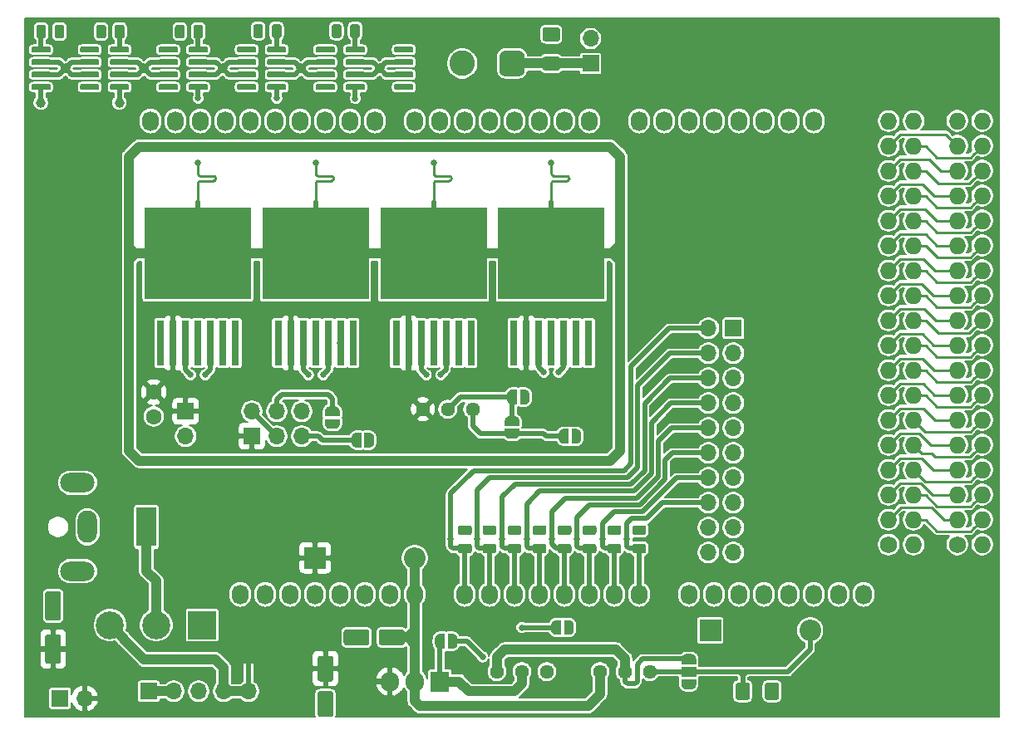
<source format=gbr>
G04 #@! TF.GenerationSoftware,KiCad,Pcbnew,(5.1.5)-3*
G04 #@! TF.CreationDate,2020-08-08T04:04:00-04:00*
G04 #@! TF.ProjectId,LT3081-ARDUINO-HEADERS,4c543330-3831-42d4-9152-4455494e4f2d,rev?*
G04 #@! TF.SameCoordinates,Original*
G04 #@! TF.FileFunction,Copper,L1,Top*
G04 #@! TF.FilePolarity,Positive*
%FSLAX46Y46*%
G04 Gerber Fmt 4.6, Leading zero omitted, Abs format (unit mm)*
G04 Created by KiCad (PCBNEW (5.1.5)-3) date 2020-08-08 04:04:00*
%MOMM*%
%LPD*%
G04 APERTURE LIST*
%ADD10C,0.100000*%
%ADD11O,1.727200X1.727200*%
%ADD12C,1.727200*%
%ADD13O,1.700000X1.700000*%
%ADD14R,1.700000X1.700000*%
%ADD15C,0.500000*%
%ADD16R,10.800000X9.400000*%
%ADD17R,0.800000X4.600000*%
%ADD18O,1.905000X2.000000*%
%ADD19R,1.905000X2.000000*%
%ADD20C,2.600000*%
%ADD21C,2.850000*%
%ADD22R,2.850000X2.850000*%
%ADD23C,1.440000*%
%ADD24R,1.500000X1.000000*%
%ADD25O,3.500000X2.000000*%
%ADD26O,2.000000X3.300000*%
%ADD27R,2.000000X4.000000*%
%ADD28O,2.200000X2.200000*%
%ADD29R,2.200000X2.200000*%
%ADD30C,1.600000*%
%ADD31O,1.727200X2.032000*%
%ADD32C,0.650000*%
%ADD33C,1.000000*%
%ADD34C,0.500000*%
%ADD35C,0.250000*%
%ADD36C,1.000000*%
%ADD37C,0.150000*%
G04 APERTURE END LIST*
D10*
G36*
X162750000Y-80100000D02*
G01*
X162750000Y-79100000D01*
X163250000Y-79100000D01*
X163250000Y-80100000D01*
X162750000Y-80100000D01*
G37*
G36*
X150750000Y-80100000D02*
G01*
X150750000Y-79100000D01*
X151250000Y-79100000D01*
X151250000Y-80100000D01*
X150750000Y-80100000D01*
G37*
G36*
X138750000Y-80100000D02*
G01*
X138750000Y-79100000D01*
X139250000Y-79100000D01*
X139250000Y-80100000D01*
X138750000Y-80100000D01*
G37*
G36*
X126750000Y-80100000D02*
G01*
X126750000Y-79100000D01*
X127250000Y-79100000D01*
X127250000Y-80100000D01*
X126750000Y-80100000D01*
G37*
G36*
X172210000Y-115800000D02*
G01*
X172210000Y-116800000D01*
X171710000Y-116800000D01*
X171710000Y-115800000D01*
X172210000Y-115800000D01*
G37*
G36*
X169670000Y-115800000D02*
G01*
X169670000Y-116800000D01*
X169170000Y-116800000D01*
X169170000Y-115800000D01*
X169670000Y-115800000D01*
G37*
G36*
X167130000Y-115800000D02*
G01*
X167130000Y-116800000D01*
X166630000Y-116800000D01*
X166630000Y-115800000D01*
X167130000Y-115800000D01*
G37*
G36*
X164590000Y-115800000D02*
G01*
X164590000Y-116800000D01*
X164090000Y-116800000D01*
X164090000Y-115800000D01*
X164590000Y-115800000D01*
G37*
G36*
X162050000Y-115800000D02*
G01*
X162050000Y-116800000D01*
X161550000Y-116800000D01*
X161550000Y-115800000D01*
X162050000Y-115800000D01*
G37*
G36*
X159510000Y-115770000D02*
G01*
X159510000Y-116770000D01*
X159010000Y-116770000D01*
X159010000Y-115770000D01*
X159510000Y-115770000D01*
G37*
G36*
X156960000Y-115770000D02*
G01*
X156960000Y-116770000D01*
X156460000Y-116770000D01*
X156460000Y-115770000D01*
X156960000Y-115770000D01*
G37*
G36*
X154430000Y-115770000D02*
G01*
X154430000Y-116770000D01*
X153930000Y-116770000D01*
X153930000Y-115770000D01*
X154430000Y-115770000D01*
G37*
G36*
X132410000Y-125600000D02*
G01*
X132410000Y-126600000D01*
X131910000Y-126600000D01*
X131910000Y-125600000D01*
X132410000Y-125600000D01*
G37*
D11*
X206890000Y-70850000D03*
X204350000Y-70850000D03*
X206890000Y-73390000D03*
X204350000Y-73390000D03*
X206890000Y-75930000D03*
X204350000Y-75930000D03*
X206890000Y-78470000D03*
X204350000Y-78470000D03*
X206890000Y-81010000D03*
X204350000Y-81010000D03*
X206890000Y-83550000D03*
X204350000Y-83550000D03*
X206890000Y-86090000D03*
X204350000Y-86090000D03*
X206890000Y-88630000D03*
X204350000Y-88630000D03*
X206890000Y-91170000D03*
X204350000Y-91170000D03*
X206890000Y-93710000D03*
X204350000Y-93710000D03*
X206890000Y-96250000D03*
X204350000Y-96250000D03*
X206890000Y-98790000D03*
X204350000Y-98790000D03*
X206890000Y-101330000D03*
X204350000Y-101330000D03*
X206890000Y-103870000D03*
X204350000Y-103870000D03*
X206890000Y-106410000D03*
X204350000Y-106410000D03*
X206890000Y-108950000D03*
X204350000Y-108950000D03*
X206890000Y-111490000D03*
X204350000Y-111490000D03*
X206890000Y-114030000D03*
D12*
X204350000Y-114030000D03*
D13*
X179000000Y-114860000D03*
X181540000Y-114860000D03*
X179000000Y-112320000D03*
X181540000Y-112320000D03*
X179000000Y-109780000D03*
X181540000Y-109780000D03*
X179000000Y-107240000D03*
X181540000Y-107240000D03*
X179000000Y-104700000D03*
X181540000Y-104700000D03*
X179000000Y-102160000D03*
X181540000Y-102160000D03*
X179000000Y-99620000D03*
X181540000Y-99620000D03*
X179000000Y-97080000D03*
X181540000Y-97080000D03*
X179000000Y-94540000D03*
X181540000Y-94540000D03*
X179000000Y-92000000D03*
D14*
X181540000Y-92000000D03*
D15*
X163000000Y-79100000D03*
X163000000Y-80100000D03*
X151000000Y-79100000D03*
X151000000Y-80100000D03*
X139000000Y-79100000D03*
X139000000Y-80100000D03*
X127000000Y-79100000D03*
X127000000Y-80100000D03*
D16*
X163000000Y-84350000D03*
D17*
X166810000Y-93500000D03*
X165540000Y-93500000D03*
X164270000Y-93500000D03*
X163000000Y-93500000D03*
X161730000Y-93500000D03*
X160460000Y-93500000D03*
X159190000Y-93500000D03*
D16*
X151000000Y-84350000D03*
D17*
X154810000Y-93500000D03*
X153540000Y-93500000D03*
X152270000Y-93500000D03*
X151000000Y-93500000D03*
X149730000Y-93500000D03*
X148460000Y-93500000D03*
X147190000Y-93500000D03*
D16*
X139000000Y-84350000D03*
D17*
X142810000Y-93500000D03*
X141540000Y-93500000D03*
X140270000Y-93500000D03*
X139000000Y-93500000D03*
X137730000Y-93500000D03*
X136460000Y-93500000D03*
X135190000Y-93500000D03*
D16*
X127000000Y-84350000D03*
D17*
X130810000Y-93500000D03*
X129540000Y-93500000D03*
X128270000Y-93500000D03*
X127000000Y-93500000D03*
X125730000Y-93500000D03*
X124460000Y-93500000D03*
X123190000Y-93500000D03*
D18*
X146560000Y-128000000D03*
X149100000Y-128000000D03*
D19*
X151640000Y-128000000D03*
G04 #@! TA.AperFunction,SMDPad,CuDef*
D10*
G36*
X148814703Y-63295722D02*
G01*
X148829264Y-63297882D01*
X148843543Y-63301459D01*
X148857403Y-63306418D01*
X148870710Y-63312712D01*
X148883336Y-63320280D01*
X148895159Y-63329048D01*
X148906066Y-63338934D01*
X148915952Y-63349841D01*
X148924720Y-63361664D01*
X148932288Y-63374290D01*
X148938582Y-63387597D01*
X148943541Y-63401457D01*
X148947118Y-63415736D01*
X148949278Y-63430297D01*
X148950000Y-63445000D01*
X148950000Y-63745000D01*
X148949278Y-63759703D01*
X148947118Y-63774264D01*
X148943541Y-63788543D01*
X148938582Y-63802403D01*
X148932288Y-63815710D01*
X148924720Y-63828336D01*
X148915952Y-63840159D01*
X148906066Y-63851066D01*
X148895159Y-63860952D01*
X148883336Y-63869720D01*
X148870710Y-63877288D01*
X148857403Y-63883582D01*
X148843543Y-63888541D01*
X148829264Y-63892118D01*
X148814703Y-63894278D01*
X148800000Y-63895000D01*
X147150000Y-63895000D01*
X147135297Y-63894278D01*
X147120736Y-63892118D01*
X147106457Y-63888541D01*
X147092597Y-63883582D01*
X147079290Y-63877288D01*
X147066664Y-63869720D01*
X147054841Y-63860952D01*
X147043934Y-63851066D01*
X147034048Y-63840159D01*
X147025280Y-63828336D01*
X147017712Y-63815710D01*
X147011418Y-63802403D01*
X147006459Y-63788543D01*
X147002882Y-63774264D01*
X147000722Y-63759703D01*
X147000000Y-63745000D01*
X147000000Y-63445000D01*
X147000722Y-63430297D01*
X147002882Y-63415736D01*
X147006459Y-63401457D01*
X147011418Y-63387597D01*
X147017712Y-63374290D01*
X147025280Y-63361664D01*
X147034048Y-63349841D01*
X147043934Y-63338934D01*
X147054841Y-63329048D01*
X147066664Y-63320280D01*
X147079290Y-63312712D01*
X147092597Y-63306418D01*
X147106457Y-63301459D01*
X147120736Y-63297882D01*
X147135297Y-63295722D01*
X147150000Y-63295000D01*
X148800000Y-63295000D01*
X148814703Y-63295722D01*
G37*
G04 #@! TD.AperFunction*
G04 #@! TA.AperFunction,SMDPad,CuDef*
G36*
X148814703Y-64565722D02*
G01*
X148829264Y-64567882D01*
X148843543Y-64571459D01*
X148857403Y-64576418D01*
X148870710Y-64582712D01*
X148883336Y-64590280D01*
X148895159Y-64599048D01*
X148906066Y-64608934D01*
X148915952Y-64619841D01*
X148924720Y-64631664D01*
X148932288Y-64644290D01*
X148938582Y-64657597D01*
X148943541Y-64671457D01*
X148947118Y-64685736D01*
X148949278Y-64700297D01*
X148950000Y-64715000D01*
X148950000Y-65015000D01*
X148949278Y-65029703D01*
X148947118Y-65044264D01*
X148943541Y-65058543D01*
X148938582Y-65072403D01*
X148932288Y-65085710D01*
X148924720Y-65098336D01*
X148915952Y-65110159D01*
X148906066Y-65121066D01*
X148895159Y-65130952D01*
X148883336Y-65139720D01*
X148870710Y-65147288D01*
X148857403Y-65153582D01*
X148843543Y-65158541D01*
X148829264Y-65162118D01*
X148814703Y-65164278D01*
X148800000Y-65165000D01*
X147150000Y-65165000D01*
X147135297Y-65164278D01*
X147120736Y-65162118D01*
X147106457Y-65158541D01*
X147092597Y-65153582D01*
X147079290Y-65147288D01*
X147066664Y-65139720D01*
X147054841Y-65130952D01*
X147043934Y-65121066D01*
X147034048Y-65110159D01*
X147025280Y-65098336D01*
X147017712Y-65085710D01*
X147011418Y-65072403D01*
X147006459Y-65058543D01*
X147002882Y-65044264D01*
X147000722Y-65029703D01*
X147000000Y-65015000D01*
X147000000Y-64715000D01*
X147000722Y-64700297D01*
X147002882Y-64685736D01*
X147006459Y-64671457D01*
X147011418Y-64657597D01*
X147017712Y-64644290D01*
X147025280Y-64631664D01*
X147034048Y-64619841D01*
X147043934Y-64608934D01*
X147054841Y-64599048D01*
X147066664Y-64590280D01*
X147079290Y-64582712D01*
X147092597Y-64576418D01*
X147106457Y-64571459D01*
X147120736Y-64567882D01*
X147135297Y-64565722D01*
X147150000Y-64565000D01*
X148800000Y-64565000D01*
X148814703Y-64565722D01*
G37*
G04 #@! TD.AperFunction*
G04 #@! TA.AperFunction,SMDPad,CuDef*
G36*
X148814703Y-65835722D02*
G01*
X148829264Y-65837882D01*
X148843543Y-65841459D01*
X148857403Y-65846418D01*
X148870710Y-65852712D01*
X148883336Y-65860280D01*
X148895159Y-65869048D01*
X148906066Y-65878934D01*
X148915952Y-65889841D01*
X148924720Y-65901664D01*
X148932288Y-65914290D01*
X148938582Y-65927597D01*
X148943541Y-65941457D01*
X148947118Y-65955736D01*
X148949278Y-65970297D01*
X148950000Y-65985000D01*
X148950000Y-66285000D01*
X148949278Y-66299703D01*
X148947118Y-66314264D01*
X148943541Y-66328543D01*
X148938582Y-66342403D01*
X148932288Y-66355710D01*
X148924720Y-66368336D01*
X148915952Y-66380159D01*
X148906066Y-66391066D01*
X148895159Y-66400952D01*
X148883336Y-66409720D01*
X148870710Y-66417288D01*
X148857403Y-66423582D01*
X148843543Y-66428541D01*
X148829264Y-66432118D01*
X148814703Y-66434278D01*
X148800000Y-66435000D01*
X147150000Y-66435000D01*
X147135297Y-66434278D01*
X147120736Y-66432118D01*
X147106457Y-66428541D01*
X147092597Y-66423582D01*
X147079290Y-66417288D01*
X147066664Y-66409720D01*
X147054841Y-66400952D01*
X147043934Y-66391066D01*
X147034048Y-66380159D01*
X147025280Y-66368336D01*
X147017712Y-66355710D01*
X147011418Y-66342403D01*
X147006459Y-66328543D01*
X147002882Y-66314264D01*
X147000722Y-66299703D01*
X147000000Y-66285000D01*
X147000000Y-65985000D01*
X147000722Y-65970297D01*
X147002882Y-65955736D01*
X147006459Y-65941457D01*
X147011418Y-65927597D01*
X147017712Y-65914290D01*
X147025280Y-65901664D01*
X147034048Y-65889841D01*
X147043934Y-65878934D01*
X147054841Y-65869048D01*
X147066664Y-65860280D01*
X147079290Y-65852712D01*
X147092597Y-65846418D01*
X147106457Y-65841459D01*
X147120736Y-65837882D01*
X147135297Y-65835722D01*
X147150000Y-65835000D01*
X148800000Y-65835000D01*
X148814703Y-65835722D01*
G37*
G04 #@! TD.AperFunction*
G04 #@! TA.AperFunction,SMDPad,CuDef*
G36*
X148814703Y-67105722D02*
G01*
X148829264Y-67107882D01*
X148843543Y-67111459D01*
X148857403Y-67116418D01*
X148870710Y-67122712D01*
X148883336Y-67130280D01*
X148895159Y-67139048D01*
X148906066Y-67148934D01*
X148915952Y-67159841D01*
X148924720Y-67171664D01*
X148932288Y-67184290D01*
X148938582Y-67197597D01*
X148943541Y-67211457D01*
X148947118Y-67225736D01*
X148949278Y-67240297D01*
X148950000Y-67255000D01*
X148950000Y-67555000D01*
X148949278Y-67569703D01*
X148947118Y-67584264D01*
X148943541Y-67598543D01*
X148938582Y-67612403D01*
X148932288Y-67625710D01*
X148924720Y-67638336D01*
X148915952Y-67650159D01*
X148906066Y-67661066D01*
X148895159Y-67670952D01*
X148883336Y-67679720D01*
X148870710Y-67687288D01*
X148857403Y-67693582D01*
X148843543Y-67698541D01*
X148829264Y-67702118D01*
X148814703Y-67704278D01*
X148800000Y-67705000D01*
X147150000Y-67705000D01*
X147135297Y-67704278D01*
X147120736Y-67702118D01*
X147106457Y-67698541D01*
X147092597Y-67693582D01*
X147079290Y-67687288D01*
X147066664Y-67679720D01*
X147054841Y-67670952D01*
X147043934Y-67661066D01*
X147034048Y-67650159D01*
X147025280Y-67638336D01*
X147017712Y-67625710D01*
X147011418Y-67612403D01*
X147006459Y-67598543D01*
X147002882Y-67584264D01*
X147000722Y-67569703D01*
X147000000Y-67555000D01*
X147000000Y-67255000D01*
X147000722Y-67240297D01*
X147002882Y-67225736D01*
X147006459Y-67211457D01*
X147011418Y-67197597D01*
X147017712Y-67184290D01*
X147025280Y-67171664D01*
X147034048Y-67159841D01*
X147043934Y-67148934D01*
X147054841Y-67139048D01*
X147066664Y-67130280D01*
X147079290Y-67122712D01*
X147092597Y-67116418D01*
X147106457Y-67111459D01*
X147120736Y-67107882D01*
X147135297Y-67105722D01*
X147150000Y-67105000D01*
X148800000Y-67105000D01*
X148814703Y-67105722D01*
G37*
G04 #@! TD.AperFunction*
G04 #@! TA.AperFunction,SMDPad,CuDef*
G36*
X143864703Y-67105722D02*
G01*
X143879264Y-67107882D01*
X143893543Y-67111459D01*
X143907403Y-67116418D01*
X143920710Y-67122712D01*
X143933336Y-67130280D01*
X143945159Y-67139048D01*
X143956066Y-67148934D01*
X143965952Y-67159841D01*
X143974720Y-67171664D01*
X143982288Y-67184290D01*
X143988582Y-67197597D01*
X143993541Y-67211457D01*
X143997118Y-67225736D01*
X143999278Y-67240297D01*
X144000000Y-67255000D01*
X144000000Y-67555000D01*
X143999278Y-67569703D01*
X143997118Y-67584264D01*
X143993541Y-67598543D01*
X143988582Y-67612403D01*
X143982288Y-67625710D01*
X143974720Y-67638336D01*
X143965952Y-67650159D01*
X143956066Y-67661066D01*
X143945159Y-67670952D01*
X143933336Y-67679720D01*
X143920710Y-67687288D01*
X143907403Y-67693582D01*
X143893543Y-67698541D01*
X143879264Y-67702118D01*
X143864703Y-67704278D01*
X143850000Y-67705000D01*
X142200000Y-67705000D01*
X142185297Y-67704278D01*
X142170736Y-67702118D01*
X142156457Y-67698541D01*
X142142597Y-67693582D01*
X142129290Y-67687288D01*
X142116664Y-67679720D01*
X142104841Y-67670952D01*
X142093934Y-67661066D01*
X142084048Y-67650159D01*
X142075280Y-67638336D01*
X142067712Y-67625710D01*
X142061418Y-67612403D01*
X142056459Y-67598543D01*
X142052882Y-67584264D01*
X142050722Y-67569703D01*
X142050000Y-67555000D01*
X142050000Y-67255000D01*
X142050722Y-67240297D01*
X142052882Y-67225736D01*
X142056459Y-67211457D01*
X142061418Y-67197597D01*
X142067712Y-67184290D01*
X142075280Y-67171664D01*
X142084048Y-67159841D01*
X142093934Y-67148934D01*
X142104841Y-67139048D01*
X142116664Y-67130280D01*
X142129290Y-67122712D01*
X142142597Y-67116418D01*
X142156457Y-67111459D01*
X142170736Y-67107882D01*
X142185297Y-67105722D01*
X142200000Y-67105000D01*
X143850000Y-67105000D01*
X143864703Y-67105722D01*
G37*
G04 #@! TD.AperFunction*
G04 #@! TA.AperFunction,SMDPad,CuDef*
G36*
X143864703Y-65835722D02*
G01*
X143879264Y-65837882D01*
X143893543Y-65841459D01*
X143907403Y-65846418D01*
X143920710Y-65852712D01*
X143933336Y-65860280D01*
X143945159Y-65869048D01*
X143956066Y-65878934D01*
X143965952Y-65889841D01*
X143974720Y-65901664D01*
X143982288Y-65914290D01*
X143988582Y-65927597D01*
X143993541Y-65941457D01*
X143997118Y-65955736D01*
X143999278Y-65970297D01*
X144000000Y-65985000D01*
X144000000Y-66285000D01*
X143999278Y-66299703D01*
X143997118Y-66314264D01*
X143993541Y-66328543D01*
X143988582Y-66342403D01*
X143982288Y-66355710D01*
X143974720Y-66368336D01*
X143965952Y-66380159D01*
X143956066Y-66391066D01*
X143945159Y-66400952D01*
X143933336Y-66409720D01*
X143920710Y-66417288D01*
X143907403Y-66423582D01*
X143893543Y-66428541D01*
X143879264Y-66432118D01*
X143864703Y-66434278D01*
X143850000Y-66435000D01*
X142200000Y-66435000D01*
X142185297Y-66434278D01*
X142170736Y-66432118D01*
X142156457Y-66428541D01*
X142142597Y-66423582D01*
X142129290Y-66417288D01*
X142116664Y-66409720D01*
X142104841Y-66400952D01*
X142093934Y-66391066D01*
X142084048Y-66380159D01*
X142075280Y-66368336D01*
X142067712Y-66355710D01*
X142061418Y-66342403D01*
X142056459Y-66328543D01*
X142052882Y-66314264D01*
X142050722Y-66299703D01*
X142050000Y-66285000D01*
X142050000Y-65985000D01*
X142050722Y-65970297D01*
X142052882Y-65955736D01*
X142056459Y-65941457D01*
X142061418Y-65927597D01*
X142067712Y-65914290D01*
X142075280Y-65901664D01*
X142084048Y-65889841D01*
X142093934Y-65878934D01*
X142104841Y-65869048D01*
X142116664Y-65860280D01*
X142129290Y-65852712D01*
X142142597Y-65846418D01*
X142156457Y-65841459D01*
X142170736Y-65837882D01*
X142185297Y-65835722D01*
X142200000Y-65835000D01*
X143850000Y-65835000D01*
X143864703Y-65835722D01*
G37*
G04 #@! TD.AperFunction*
G04 #@! TA.AperFunction,SMDPad,CuDef*
G36*
X143864703Y-64565722D02*
G01*
X143879264Y-64567882D01*
X143893543Y-64571459D01*
X143907403Y-64576418D01*
X143920710Y-64582712D01*
X143933336Y-64590280D01*
X143945159Y-64599048D01*
X143956066Y-64608934D01*
X143965952Y-64619841D01*
X143974720Y-64631664D01*
X143982288Y-64644290D01*
X143988582Y-64657597D01*
X143993541Y-64671457D01*
X143997118Y-64685736D01*
X143999278Y-64700297D01*
X144000000Y-64715000D01*
X144000000Y-65015000D01*
X143999278Y-65029703D01*
X143997118Y-65044264D01*
X143993541Y-65058543D01*
X143988582Y-65072403D01*
X143982288Y-65085710D01*
X143974720Y-65098336D01*
X143965952Y-65110159D01*
X143956066Y-65121066D01*
X143945159Y-65130952D01*
X143933336Y-65139720D01*
X143920710Y-65147288D01*
X143907403Y-65153582D01*
X143893543Y-65158541D01*
X143879264Y-65162118D01*
X143864703Y-65164278D01*
X143850000Y-65165000D01*
X142200000Y-65165000D01*
X142185297Y-65164278D01*
X142170736Y-65162118D01*
X142156457Y-65158541D01*
X142142597Y-65153582D01*
X142129290Y-65147288D01*
X142116664Y-65139720D01*
X142104841Y-65130952D01*
X142093934Y-65121066D01*
X142084048Y-65110159D01*
X142075280Y-65098336D01*
X142067712Y-65085710D01*
X142061418Y-65072403D01*
X142056459Y-65058543D01*
X142052882Y-65044264D01*
X142050722Y-65029703D01*
X142050000Y-65015000D01*
X142050000Y-64715000D01*
X142050722Y-64700297D01*
X142052882Y-64685736D01*
X142056459Y-64671457D01*
X142061418Y-64657597D01*
X142067712Y-64644290D01*
X142075280Y-64631664D01*
X142084048Y-64619841D01*
X142093934Y-64608934D01*
X142104841Y-64599048D01*
X142116664Y-64590280D01*
X142129290Y-64582712D01*
X142142597Y-64576418D01*
X142156457Y-64571459D01*
X142170736Y-64567882D01*
X142185297Y-64565722D01*
X142200000Y-64565000D01*
X143850000Y-64565000D01*
X143864703Y-64565722D01*
G37*
G04 #@! TD.AperFunction*
G04 #@! TA.AperFunction,SMDPad,CuDef*
G36*
X143864703Y-63295722D02*
G01*
X143879264Y-63297882D01*
X143893543Y-63301459D01*
X143907403Y-63306418D01*
X143920710Y-63312712D01*
X143933336Y-63320280D01*
X143945159Y-63329048D01*
X143956066Y-63338934D01*
X143965952Y-63349841D01*
X143974720Y-63361664D01*
X143982288Y-63374290D01*
X143988582Y-63387597D01*
X143993541Y-63401457D01*
X143997118Y-63415736D01*
X143999278Y-63430297D01*
X144000000Y-63445000D01*
X144000000Y-63745000D01*
X143999278Y-63759703D01*
X143997118Y-63774264D01*
X143993541Y-63788543D01*
X143988582Y-63802403D01*
X143982288Y-63815710D01*
X143974720Y-63828336D01*
X143965952Y-63840159D01*
X143956066Y-63851066D01*
X143945159Y-63860952D01*
X143933336Y-63869720D01*
X143920710Y-63877288D01*
X143907403Y-63883582D01*
X143893543Y-63888541D01*
X143879264Y-63892118D01*
X143864703Y-63894278D01*
X143850000Y-63895000D01*
X142200000Y-63895000D01*
X142185297Y-63894278D01*
X142170736Y-63892118D01*
X142156457Y-63888541D01*
X142142597Y-63883582D01*
X142129290Y-63877288D01*
X142116664Y-63869720D01*
X142104841Y-63860952D01*
X142093934Y-63851066D01*
X142084048Y-63840159D01*
X142075280Y-63828336D01*
X142067712Y-63815710D01*
X142061418Y-63802403D01*
X142056459Y-63788543D01*
X142052882Y-63774264D01*
X142050722Y-63759703D01*
X142050000Y-63745000D01*
X142050000Y-63445000D01*
X142050722Y-63430297D01*
X142052882Y-63415736D01*
X142056459Y-63401457D01*
X142061418Y-63387597D01*
X142067712Y-63374290D01*
X142075280Y-63361664D01*
X142084048Y-63349841D01*
X142093934Y-63338934D01*
X142104841Y-63329048D01*
X142116664Y-63320280D01*
X142129290Y-63312712D01*
X142142597Y-63306418D01*
X142156457Y-63301459D01*
X142170736Y-63297882D01*
X142185297Y-63295722D01*
X142200000Y-63295000D01*
X143850000Y-63295000D01*
X143864703Y-63295722D01*
G37*
G04 #@! TD.AperFunction*
G04 #@! TA.AperFunction,SMDPad,CuDef*
G36*
X140814703Y-63295722D02*
G01*
X140829264Y-63297882D01*
X140843543Y-63301459D01*
X140857403Y-63306418D01*
X140870710Y-63312712D01*
X140883336Y-63320280D01*
X140895159Y-63329048D01*
X140906066Y-63338934D01*
X140915952Y-63349841D01*
X140924720Y-63361664D01*
X140932288Y-63374290D01*
X140938582Y-63387597D01*
X140943541Y-63401457D01*
X140947118Y-63415736D01*
X140949278Y-63430297D01*
X140950000Y-63445000D01*
X140950000Y-63745000D01*
X140949278Y-63759703D01*
X140947118Y-63774264D01*
X140943541Y-63788543D01*
X140938582Y-63802403D01*
X140932288Y-63815710D01*
X140924720Y-63828336D01*
X140915952Y-63840159D01*
X140906066Y-63851066D01*
X140895159Y-63860952D01*
X140883336Y-63869720D01*
X140870710Y-63877288D01*
X140857403Y-63883582D01*
X140843543Y-63888541D01*
X140829264Y-63892118D01*
X140814703Y-63894278D01*
X140800000Y-63895000D01*
X139150000Y-63895000D01*
X139135297Y-63894278D01*
X139120736Y-63892118D01*
X139106457Y-63888541D01*
X139092597Y-63883582D01*
X139079290Y-63877288D01*
X139066664Y-63869720D01*
X139054841Y-63860952D01*
X139043934Y-63851066D01*
X139034048Y-63840159D01*
X139025280Y-63828336D01*
X139017712Y-63815710D01*
X139011418Y-63802403D01*
X139006459Y-63788543D01*
X139002882Y-63774264D01*
X139000722Y-63759703D01*
X139000000Y-63745000D01*
X139000000Y-63445000D01*
X139000722Y-63430297D01*
X139002882Y-63415736D01*
X139006459Y-63401457D01*
X139011418Y-63387597D01*
X139017712Y-63374290D01*
X139025280Y-63361664D01*
X139034048Y-63349841D01*
X139043934Y-63338934D01*
X139054841Y-63329048D01*
X139066664Y-63320280D01*
X139079290Y-63312712D01*
X139092597Y-63306418D01*
X139106457Y-63301459D01*
X139120736Y-63297882D01*
X139135297Y-63295722D01*
X139150000Y-63295000D01*
X140800000Y-63295000D01*
X140814703Y-63295722D01*
G37*
G04 #@! TD.AperFunction*
G04 #@! TA.AperFunction,SMDPad,CuDef*
G36*
X140814703Y-64565722D02*
G01*
X140829264Y-64567882D01*
X140843543Y-64571459D01*
X140857403Y-64576418D01*
X140870710Y-64582712D01*
X140883336Y-64590280D01*
X140895159Y-64599048D01*
X140906066Y-64608934D01*
X140915952Y-64619841D01*
X140924720Y-64631664D01*
X140932288Y-64644290D01*
X140938582Y-64657597D01*
X140943541Y-64671457D01*
X140947118Y-64685736D01*
X140949278Y-64700297D01*
X140950000Y-64715000D01*
X140950000Y-65015000D01*
X140949278Y-65029703D01*
X140947118Y-65044264D01*
X140943541Y-65058543D01*
X140938582Y-65072403D01*
X140932288Y-65085710D01*
X140924720Y-65098336D01*
X140915952Y-65110159D01*
X140906066Y-65121066D01*
X140895159Y-65130952D01*
X140883336Y-65139720D01*
X140870710Y-65147288D01*
X140857403Y-65153582D01*
X140843543Y-65158541D01*
X140829264Y-65162118D01*
X140814703Y-65164278D01*
X140800000Y-65165000D01*
X139150000Y-65165000D01*
X139135297Y-65164278D01*
X139120736Y-65162118D01*
X139106457Y-65158541D01*
X139092597Y-65153582D01*
X139079290Y-65147288D01*
X139066664Y-65139720D01*
X139054841Y-65130952D01*
X139043934Y-65121066D01*
X139034048Y-65110159D01*
X139025280Y-65098336D01*
X139017712Y-65085710D01*
X139011418Y-65072403D01*
X139006459Y-65058543D01*
X139002882Y-65044264D01*
X139000722Y-65029703D01*
X139000000Y-65015000D01*
X139000000Y-64715000D01*
X139000722Y-64700297D01*
X139002882Y-64685736D01*
X139006459Y-64671457D01*
X139011418Y-64657597D01*
X139017712Y-64644290D01*
X139025280Y-64631664D01*
X139034048Y-64619841D01*
X139043934Y-64608934D01*
X139054841Y-64599048D01*
X139066664Y-64590280D01*
X139079290Y-64582712D01*
X139092597Y-64576418D01*
X139106457Y-64571459D01*
X139120736Y-64567882D01*
X139135297Y-64565722D01*
X139150000Y-64565000D01*
X140800000Y-64565000D01*
X140814703Y-64565722D01*
G37*
G04 #@! TD.AperFunction*
G04 #@! TA.AperFunction,SMDPad,CuDef*
G36*
X140814703Y-65835722D02*
G01*
X140829264Y-65837882D01*
X140843543Y-65841459D01*
X140857403Y-65846418D01*
X140870710Y-65852712D01*
X140883336Y-65860280D01*
X140895159Y-65869048D01*
X140906066Y-65878934D01*
X140915952Y-65889841D01*
X140924720Y-65901664D01*
X140932288Y-65914290D01*
X140938582Y-65927597D01*
X140943541Y-65941457D01*
X140947118Y-65955736D01*
X140949278Y-65970297D01*
X140950000Y-65985000D01*
X140950000Y-66285000D01*
X140949278Y-66299703D01*
X140947118Y-66314264D01*
X140943541Y-66328543D01*
X140938582Y-66342403D01*
X140932288Y-66355710D01*
X140924720Y-66368336D01*
X140915952Y-66380159D01*
X140906066Y-66391066D01*
X140895159Y-66400952D01*
X140883336Y-66409720D01*
X140870710Y-66417288D01*
X140857403Y-66423582D01*
X140843543Y-66428541D01*
X140829264Y-66432118D01*
X140814703Y-66434278D01*
X140800000Y-66435000D01*
X139150000Y-66435000D01*
X139135297Y-66434278D01*
X139120736Y-66432118D01*
X139106457Y-66428541D01*
X139092597Y-66423582D01*
X139079290Y-66417288D01*
X139066664Y-66409720D01*
X139054841Y-66400952D01*
X139043934Y-66391066D01*
X139034048Y-66380159D01*
X139025280Y-66368336D01*
X139017712Y-66355710D01*
X139011418Y-66342403D01*
X139006459Y-66328543D01*
X139002882Y-66314264D01*
X139000722Y-66299703D01*
X139000000Y-66285000D01*
X139000000Y-65985000D01*
X139000722Y-65970297D01*
X139002882Y-65955736D01*
X139006459Y-65941457D01*
X139011418Y-65927597D01*
X139017712Y-65914290D01*
X139025280Y-65901664D01*
X139034048Y-65889841D01*
X139043934Y-65878934D01*
X139054841Y-65869048D01*
X139066664Y-65860280D01*
X139079290Y-65852712D01*
X139092597Y-65846418D01*
X139106457Y-65841459D01*
X139120736Y-65837882D01*
X139135297Y-65835722D01*
X139150000Y-65835000D01*
X140800000Y-65835000D01*
X140814703Y-65835722D01*
G37*
G04 #@! TD.AperFunction*
G04 #@! TA.AperFunction,SMDPad,CuDef*
G36*
X140814703Y-67105722D02*
G01*
X140829264Y-67107882D01*
X140843543Y-67111459D01*
X140857403Y-67116418D01*
X140870710Y-67122712D01*
X140883336Y-67130280D01*
X140895159Y-67139048D01*
X140906066Y-67148934D01*
X140915952Y-67159841D01*
X140924720Y-67171664D01*
X140932288Y-67184290D01*
X140938582Y-67197597D01*
X140943541Y-67211457D01*
X140947118Y-67225736D01*
X140949278Y-67240297D01*
X140950000Y-67255000D01*
X140950000Y-67555000D01*
X140949278Y-67569703D01*
X140947118Y-67584264D01*
X140943541Y-67598543D01*
X140938582Y-67612403D01*
X140932288Y-67625710D01*
X140924720Y-67638336D01*
X140915952Y-67650159D01*
X140906066Y-67661066D01*
X140895159Y-67670952D01*
X140883336Y-67679720D01*
X140870710Y-67687288D01*
X140857403Y-67693582D01*
X140843543Y-67698541D01*
X140829264Y-67702118D01*
X140814703Y-67704278D01*
X140800000Y-67705000D01*
X139150000Y-67705000D01*
X139135297Y-67704278D01*
X139120736Y-67702118D01*
X139106457Y-67698541D01*
X139092597Y-67693582D01*
X139079290Y-67687288D01*
X139066664Y-67679720D01*
X139054841Y-67670952D01*
X139043934Y-67661066D01*
X139034048Y-67650159D01*
X139025280Y-67638336D01*
X139017712Y-67625710D01*
X139011418Y-67612403D01*
X139006459Y-67598543D01*
X139002882Y-67584264D01*
X139000722Y-67569703D01*
X139000000Y-67555000D01*
X139000000Y-67255000D01*
X139000722Y-67240297D01*
X139002882Y-67225736D01*
X139006459Y-67211457D01*
X139011418Y-67197597D01*
X139017712Y-67184290D01*
X139025280Y-67171664D01*
X139034048Y-67159841D01*
X139043934Y-67148934D01*
X139054841Y-67139048D01*
X139066664Y-67130280D01*
X139079290Y-67122712D01*
X139092597Y-67116418D01*
X139106457Y-67111459D01*
X139120736Y-67107882D01*
X139135297Y-67105722D01*
X139150000Y-67105000D01*
X140800000Y-67105000D01*
X140814703Y-67105722D01*
G37*
G04 #@! TD.AperFunction*
G04 #@! TA.AperFunction,SMDPad,CuDef*
G36*
X135864703Y-67105722D02*
G01*
X135879264Y-67107882D01*
X135893543Y-67111459D01*
X135907403Y-67116418D01*
X135920710Y-67122712D01*
X135933336Y-67130280D01*
X135945159Y-67139048D01*
X135956066Y-67148934D01*
X135965952Y-67159841D01*
X135974720Y-67171664D01*
X135982288Y-67184290D01*
X135988582Y-67197597D01*
X135993541Y-67211457D01*
X135997118Y-67225736D01*
X135999278Y-67240297D01*
X136000000Y-67255000D01*
X136000000Y-67555000D01*
X135999278Y-67569703D01*
X135997118Y-67584264D01*
X135993541Y-67598543D01*
X135988582Y-67612403D01*
X135982288Y-67625710D01*
X135974720Y-67638336D01*
X135965952Y-67650159D01*
X135956066Y-67661066D01*
X135945159Y-67670952D01*
X135933336Y-67679720D01*
X135920710Y-67687288D01*
X135907403Y-67693582D01*
X135893543Y-67698541D01*
X135879264Y-67702118D01*
X135864703Y-67704278D01*
X135850000Y-67705000D01*
X134200000Y-67705000D01*
X134185297Y-67704278D01*
X134170736Y-67702118D01*
X134156457Y-67698541D01*
X134142597Y-67693582D01*
X134129290Y-67687288D01*
X134116664Y-67679720D01*
X134104841Y-67670952D01*
X134093934Y-67661066D01*
X134084048Y-67650159D01*
X134075280Y-67638336D01*
X134067712Y-67625710D01*
X134061418Y-67612403D01*
X134056459Y-67598543D01*
X134052882Y-67584264D01*
X134050722Y-67569703D01*
X134050000Y-67555000D01*
X134050000Y-67255000D01*
X134050722Y-67240297D01*
X134052882Y-67225736D01*
X134056459Y-67211457D01*
X134061418Y-67197597D01*
X134067712Y-67184290D01*
X134075280Y-67171664D01*
X134084048Y-67159841D01*
X134093934Y-67148934D01*
X134104841Y-67139048D01*
X134116664Y-67130280D01*
X134129290Y-67122712D01*
X134142597Y-67116418D01*
X134156457Y-67111459D01*
X134170736Y-67107882D01*
X134185297Y-67105722D01*
X134200000Y-67105000D01*
X135850000Y-67105000D01*
X135864703Y-67105722D01*
G37*
G04 #@! TD.AperFunction*
G04 #@! TA.AperFunction,SMDPad,CuDef*
G36*
X135864703Y-65835722D02*
G01*
X135879264Y-65837882D01*
X135893543Y-65841459D01*
X135907403Y-65846418D01*
X135920710Y-65852712D01*
X135933336Y-65860280D01*
X135945159Y-65869048D01*
X135956066Y-65878934D01*
X135965952Y-65889841D01*
X135974720Y-65901664D01*
X135982288Y-65914290D01*
X135988582Y-65927597D01*
X135993541Y-65941457D01*
X135997118Y-65955736D01*
X135999278Y-65970297D01*
X136000000Y-65985000D01*
X136000000Y-66285000D01*
X135999278Y-66299703D01*
X135997118Y-66314264D01*
X135993541Y-66328543D01*
X135988582Y-66342403D01*
X135982288Y-66355710D01*
X135974720Y-66368336D01*
X135965952Y-66380159D01*
X135956066Y-66391066D01*
X135945159Y-66400952D01*
X135933336Y-66409720D01*
X135920710Y-66417288D01*
X135907403Y-66423582D01*
X135893543Y-66428541D01*
X135879264Y-66432118D01*
X135864703Y-66434278D01*
X135850000Y-66435000D01*
X134200000Y-66435000D01*
X134185297Y-66434278D01*
X134170736Y-66432118D01*
X134156457Y-66428541D01*
X134142597Y-66423582D01*
X134129290Y-66417288D01*
X134116664Y-66409720D01*
X134104841Y-66400952D01*
X134093934Y-66391066D01*
X134084048Y-66380159D01*
X134075280Y-66368336D01*
X134067712Y-66355710D01*
X134061418Y-66342403D01*
X134056459Y-66328543D01*
X134052882Y-66314264D01*
X134050722Y-66299703D01*
X134050000Y-66285000D01*
X134050000Y-65985000D01*
X134050722Y-65970297D01*
X134052882Y-65955736D01*
X134056459Y-65941457D01*
X134061418Y-65927597D01*
X134067712Y-65914290D01*
X134075280Y-65901664D01*
X134084048Y-65889841D01*
X134093934Y-65878934D01*
X134104841Y-65869048D01*
X134116664Y-65860280D01*
X134129290Y-65852712D01*
X134142597Y-65846418D01*
X134156457Y-65841459D01*
X134170736Y-65837882D01*
X134185297Y-65835722D01*
X134200000Y-65835000D01*
X135850000Y-65835000D01*
X135864703Y-65835722D01*
G37*
G04 #@! TD.AperFunction*
G04 #@! TA.AperFunction,SMDPad,CuDef*
G36*
X135864703Y-64565722D02*
G01*
X135879264Y-64567882D01*
X135893543Y-64571459D01*
X135907403Y-64576418D01*
X135920710Y-64582712D01*
X135933336Y-64590280D01*
X135945159Y-64599048D01*
X135956066Y-64608934D01*
X135965952Y-64619841D01*
X135974720Y-64631664D01*
X135982288Y-64644290D01*
X135988582Y-64657597D01*
X135993541Y-64671457D01*
X135997118Y-64685736D01*
X135999278Y-64700297D01*
X136000000Y-64715000D01*
X136000000Y-65015000D01*
X135999278Y-65029703D01*
X135997118Y-65044264D01*
X135993541Y-65058543D01*
X135988582Y-65072403D01*
X135982288Y-65085710D01*
X135974720Y-65098336D01*
X135965952Y-65110159D01*
X135956066Y-65121066D01*
X135945159Y-65130952D01*
X135933336Y-65139720D01*
X135920710Y-65147288D01*
X135907403Y-65153582D01*
X135893543Y-65158541D01*
X135879264Y-65162118D01*
X135864703Y-65164278D01*
X135850000Y-65165000D01*
X134200000Y-65165000D01*
X134185297Y-65164278D01*
X134170736Y-65162118D01*
X134156457Y-65158541D01*
X134142597Y-65153582D01*
X134129290Y-65147288D01*
X134116664Y-65139720D01*
X134104841Y-65130952D01*
X134093934Y-65121066D01*
X134084048Y-65110159D01*
X134075280Y-65098336D01*
X134067712Y-65085710D01*
X134061418Y-65072403D01*
X134056459Y-65058543D01*
X134052882Y-65044264D01*
X134050722Y-65029703D01*
X134050000Y-65015000D01*
X134050000Y-64715000D01*
X134050722Y-64700297D01*
X134052882Y-64685736D01*
X134056459Y-64671457D01*
X134061418Y-64657597D01*
X134067712Y-64644290D01*
X134075280Y-64631664D01*
X134084048Y-64619841D01*
X134093934Y-64608934D01*
X134104841Y-64599048D01*
X134116664Y-64590280D01*
X134129290Y-64582712D01*
X134142597Y-64576418D01*
X134156457Y-64571459D01*
X134170736Y-64567882D01*
X134185297Y-64565722D01*
X134200000Y-64565000D01*
X135850000Y-64565000D01*
X135864703Y-64565722D01*
G37*
G04 #@! TD.AperFunction*
G04 #@! TA.AperFunction,SMDPad,CuDef*
G36*
X135864703Y-63295722D02*
G01*
X135879264Y-63297882D01*
X135893543Y-63301459D01*
X135907403Y-63306418D01*
X135920710Y-63312712D01*
X135933336Y-63320280D01*
X135945159Y-63329048D01*
X135956066Y-63338934D01*
X135965952Y-63349841D01*
X135974720Y-63361664D01*
X135982288Y-63374290D01*
X135988582Y-63387597D01*
X135993541Y-63401457D01*
X135997118Y-63415736D01*
X135999278Y-63430297D01*
X136000000Y-63445000D01*
X136000000Y-63745000D01*
X135999278Y-63759703D01*
X135997118Y-63774264D01*
X135993541Y-63788543D01*
X135988582Y-63802403D01*
X135982288Y-63815710D01*
X135974720Y-63828336D01*
X135965952Y-63840159D01*
X135956066Y-63851066D01*
X135945159Y-63860952D01*
X135933336Y-63869720D01*
X135920710Y-63877288D01*
X135907403Y-63883582D01*
X135893543Y-63888541D01*
X135879264Y-63892118D01*
X135864703Y-63894278D01*
X135850000Y-63895000D01*
X134200000Y-63895000D01*
X134185297Y-63894278D01*
X134170736Y-63892118D01*
X134156457Y-63888541D01*
X134142597Y-63883582D01*
X134129290Y-63877288D01*
X134116664Y-63869720D01*
X134104841Y-63860952D01*
X134093934Y-63851066D01*
X134084048Y-63840159D01*
X134075280Y-63828336D01*
X134067712Y-63815710D01*
X134061418Y-63802403D01*
X134056459Y-63788543D01*
X134052882Y-63774264D01*
X134050722Y-63759703D01*
X134050000Y-63745000D01*
X134050000Y-63445000D01*
X134050722Y-63430297D01*
X134052882Y-63415736D01*
X134056459Y-63401457D01*
X134061418Y-63387597D01*
X134067712Y-63374290D01*
X134075280Y-63361664D01*
X134084048Y-63349841D01*
X134093934Y-63338934D01*
X134104841Y-63329048D01*
X134116664Y-63320280D01*
X134129290Y-63312712D01*
X134142597Y-63306418D01*
X134156457Y-63301459D01*
X134170736Y-63297882D01*
X134185297Y-63295722D01*
X134200000Y-63295000D01*
X135850000Y-63295000D01*
X135864703Y-63295722D01*
G37*
G04 #@! TD.AperFunction*
G04 #@! TA.AperFunction,SMDPad,CuDef*
G36*
X132814703Y-63295722D02*
G01*
X132829264Y-63297882D01*
X132843543Y-63301459D01*
X132857403Y-63306418D01*
X132870710Y-63312712D01*
X132883336Y-63320280D01*
X132895159Y-63329048D01*
X132906066Y-63338934D01*
X132915952Y-63349841D01*
X132924720Y-63361664D01*
X132932288Y-63374290D01*
X132938582Y-63387597D01*
X132943541Y-63401457D01*
X132947118Y-63415736D01*
X132949278Y-63430297D01*
X132950000Y-63445000D01*
X132950000Y-63745000D01*
X132949278Y-63759703D01*
X132947118Y-63774264D01*
X132943541Y-63788543D01*
X132938582Y-63802403D01*
X132932288Y-63815710D01*
X132924720Y-63828336D01*
X132915952Y-63840159D01*
X132906066Y-63851066D01*
X132895159Y-63860952D01*
X132883336Y-63869720D01*
X132870710Y-63877288D01*
X132857403Y-63883582D01*
X132843543Y-63888541D01*
X132829264Y-63892118D01*
X132814703Y-63894278D01*
X132800000Y-63895000D01*
X131150000Y-63895000D01*
X131135297Y-63894278D01*
X131120736Y-63892118D01*
X131106457Y-63888541D01*
X131092597Y-63883582D01*
X131079290Y-63877288D01*
X131066664Y-63869720D01*
X131054841Y-63860952D01*
X131043934Y-63851066D01*
X131034048Y-63840159D01*
X131025280Y-63828336D01*
X131017712Y-63815710D01*
X131011418Y-63802403D01*
X131006459Y-63788543D01*
X131002882Y-63774264D01*
X131000722Y-63759703D01*
X131000000Y-63745000D01*
X131000000Y-63445000D01*
X131000722Y-63430297D01*
X131002882Y-63415736D01*
X131006459Y-63401457D01*
X131011418Y-63387597D01*
X131017712Y-63374290D01*
X131025280Y-63361664D01*
X131034048Y-63349841D01*
X131043934Y-63338934D01*
X131054841Y-63329048D01*
X131066664Y-63320280D01*
X131079290Y-63312712D01*
X131092597Y-63306418D01*
X131106457Y-63301459D01*
X131120736Y-63297882D01*
X131135297Y-63295722D01*
X131150000Y-63295000D01*
X132800000Y-63295000D01*
X132814703Y-63295722D01*
G37*
G04 #@! TD.AperFunction*
G04 #@! TA.AperFunction,SMDPad,CuDef*
G36*
X132814703Y-64565722D02*
G01*
X132829264Y-64567882D01*
X132843543Y-64571459D01*
X132857403Y-64576418D01*
X132870710Y-64582712D01*
X132883336Y-64590280D01*
X132895159Y-64599048D01*
X132906066Y-64608934D01*
X132915952Y-64619841D01*
X132924720Y-64631664D01*
X132932288Y-64644290D01*
X132938582Y-64657597D01*
X132943541Y-64671457D01*
X132947118Y-64685736D01*
X132949278Y-64700297D01*
X132950000Y-64715000D01*
X132950000Y-65015000D01*
X132949278Y-65029703D01*
X132947118Y-65044264D01*
X132943541Y-65058543D01*
X132938582Y-65072403D01*
X132932288Y-65085710D01*
X132924720Y-65098336D01*
X132915952Y-65110159D01*
X132906066Y-65121066D01*
X132895159Y-65130952D01*
X132883336Y-65139720D01*
X132870710Y-65147288D01*
X132857403Y-65153582D01*
X132843543Y-65158541D01*
X132829264Y-65162118D01*
X132814703Y-65164278D01*
X132800000Y-65165000D01*
X131150000Y-65165000D01*
X131135297Y-65164278D01*
X131120736Y-65162118D01*
X131106457Y-65158541D01*
X131092597Y-65153582D01*
X131079290Y-65147288D01*
X131066664Y-65139720D01*
X131054841Y-65130952D01*
X131043934Y-65121066D01*
X131034048Y-65110159D01*
X131025280Y-65098336D01*
X131017712Y-65085710D01*
X131011418Y-65072403D01*
X131006459Y-65058543D01*
X131002882Y-65044264D01*
X131000722Y-65029703D01*
X131000000Y-65015000D01*
X131000000Y-64715000D01*
X131000722Y-64700297D01*
X131002882Y-64685736D01*
X131006459Y-64671457D01*
X131011418Y-64657597D01*
X131017712Y-64644290D01*
X131025280Y-64631664D01*
X131034048Y-64619841D01*
X131043934Y-64608934D01*
X131054841Y-64599048D01*
X131066664Y-64590280D01*
X131079290Y-64582712D01*
X131092597Y-64576418D01*
X131106457Y-64571459D01*
X131120736Y-64567882D01*
X131135297Y-64565722D01*
X131150000Y-64565000D01*
X132800000Y-64565000D01*
X132814703Y-64565722D01*
G37*
G04 #@! TD.AperFunction*
G04 #@! TA.AperFunction,SMDPad,CuDef*
G36*
X132814703Y-65835722D02*
G01*
X132829264Y-65837882D01*
X132843543Y-65841459D01*
X132857403Y-65846418D01*
X132870710Y-65852712D01*
X132883336Y-65860280D01*
X132895159Y-65869048D01*
X132906066Y-65878934D01*
X132915952Y-65889841D01*
X132924720Y-65901664D01*
X132932288Y-65914290D01*
X132938582Y-65927597D01*
X132943541Y-65941457D01*
X132947118Y-65955736D01*
X132949278Y-65970297D01*
X132950000Y-65985000D01*
X132950000Y-66285000D01*
X132949278Y-66299703D01*
X132947118Y-66314264D01*
X132943541Y-66328543D01*
X132938582Y-66342403D01*
X132932288Y-66355710D01*
X132924720Y-66368336D01*
X132915952Y-66380159D01*
X132906066Y-66391066D01*
X132895159Y-66400952D01*
X132883336Y-66409720D01*
X132870710Y-66417288D01*
X132857403Y-66423582D01*
X132843543Y-66428541D01*
X132829264Y-66432118D01*
X132814703Y-66434278D01*
X132800000Y-66435000D01*
X131150000Y-66435000D01*
X131135297Y-66434278D01*
X131120736Y-66432118D01*
X131106457Y-66428541D01*
X131092597Y-66423582D01*
X131079290Y-66417288D01*
X131066664Y-66409720D01*
X131054841Y-66400952D01*
X131043934Y-66391066D01*
X131034048Y-66380159D01*
X131025280Y-66368336D01*
X131017712Y-66355710D01*
X131011418Y-66342403D01*
X131006459Y-66328543D01*
X131002882Y-66314264D01*
X131000722Y-66299703D01*
X131000000Y-66285000D01*
X131000000Y-65985000D01*
X131000722Y-65970297D01*
X131002882Y-65955736D01*
X131006459Y-65941457D01*
X131011418Y-65927597D01*
X131017712Y-65914290D01*
X131025280Y-65901664D01*
X131034048Y-65889841D01*
X131043934Y-65878934D01*
X131054841Y-65869048D01*
X131066664Y-65860280D01*
X131079290Y-65852712D01*
X131092597Y-65846418D01*
X131106457Y-65841459D01*
X131120736Y-65837882D01*
X131135297Y-65835722D01*
X131150000Y-65835000D01*
X132800000Y-65835000D01*
X132814703Y-65835722D01*
G37*
G04 #@! TD.AperFunction*
G04 #@! TA.AperFunction,SMDPad,CuDef*
G36*
X132814703Y-67105722D02*
G01*
X132829264Y-67107882D01*
X132843543Y-67111459D01*
X132857403Y-67116418D01*
X132870710Y-67122712D01*
X132883336Y-67130280D01*
X132895159Y-67139048D01*
X132906066Y-67148934D01*
X132915952Y-67159841D01*
X132924720Y-67171664D01*
X132932288Y-67184290D01*
X132938582Y-67197597D01*
X132943541Y-67211457D01*
X132947118Y-67225736D01*
X132949278Y-67240297D01*
X132950000Y-67255000D01*
X132950000Y-67555000D01*
X132949278Y-67569703D01*
X132947118Y-67584264D01*
X132943541Y-67598543D01*
X132938582Y-67612403D01*
X132932288Y-67625710D01*
X132924720Y-67638336D01*
X132915952Y-67650159D01*
X132906066Y-67661066D01*
X132895159Y-67670952D01*
X132883336Y-67679720D01*
X132870710Y-67687288D01*
X132857403Y-67693582D01*
X132843543Y-67698541D01*
X132829264Y-67702118D01*
X132814703Y-67704278D01*
X132800000Y-67705000D01*
X131150000Y-67705000D01*
X131135297Y-67704278D01*
X131120736Y-67702118D01*
X131106457Y-67698541D01*
X131092597Y-67693582D01*
X131079290Y-67687288D01*
X131066664Y-67679720D01*
X131054841Y-67670952D01*
X131043934Y-67661066D01*
X131034048Y-67650159D01*
X131025280Y-67638336D01*
X131017712Y-67625710D01*
X131011418Y-67612403D01*
X131006459Y-67598543D01*
X131002882Y-67584264D01*
X131000722Y-67569703D01*
X131000000Y-67555000D01*
X131000000Y-67255000D01*
X131000722Y-67240297D01*
X131002882Y-67225736D01*
X131006459Y-67211457D01*
X131011418Y-67197597D01*
X131017712Y-67184290D01*
X131025280Y-67171664D01*
X131034048Y-67159841D01*
X131043934Y-67148934D01*
X131054841Y-67139048D01*
X131066664Y-67130280D01*
X131079290Y-67122712D01*
X131092597Y-67116418D01*
X131106457Y-67111459D01*
X131120736Y-67107882D01*
X131135297Y-67105722D01*
X131150000Y-67105000D01*
X132800000Y-67105000D01*
X132814703Y-67105722D01*
G37*
G04 #@! TD.AperFunction*
G04 #@! TA.AperFunction,SMDPad,CuDef*
G36*
X127864703Y-67105722D02*
G01*
X127879264Y-67107882D01*
X127893543Y-67111459D01*
X127907403Y-67116418D01*
X127920710Y-67122712D01*
X127933336Y-67130280D01*
X127945159Y-67139048D01*
X127956066Y-67148934D01*
X127965952Y-67159841D01*
X127974720Y-67171664D01*
X127982288Y-67184290D01*
X127988582Y-67197597D01*
X127993541Y-67211457D01*
X127997118Y-67225736D01*
X127999278Y-67240297D01*
X128000000Y-67255000D01*
X128000000Y-67555000D01*
X127999278Y-67569703D01*
X127997118Y-67584264D01*
X127993541Y-67598543D01*
X127988582Y-67612403D01*
X127982288Y-67625710D01*
X127974720Y-67638336D01*
X127965952Y-67650159D01*
X127956066Y-67661066D01*
X127945159Y-67670952D01*
X127933336Y-67679720D01*
X127920710Y-67687288D01*
X127907403Y-67693582D01*
X127893543Y-67698541D01*
X127879264Y-67702118D01*
X127864703Y-67704278D01*
X127850000Y-67705000D01*
X126200000Y-67705000D01*
X126185297Y-67704278D01*
X126170736Y-67702118D01*
X126156457Y-67698541D01*
X126142597Y-67693582D01*
X126129290Y-67687288D01*
X126116664Y-67679720D01*
X126104841Y-67670952D01*
X126093934Y-67661066D01*
X126084048Y-67650159D01*
X126075280Y-67638336D01*
X126067712Y-67625710D01*
X126061418Y-67612403D01*
X126056459Y-67598543D01*
X126052882Y-67584264D01*
X126050722Y-67569703D01*
X126050000Y-67555000D01*
X126050000Y-67255000D01*
X126050722Y-67240297D01*
X126052882Y-67225736D01*
X126056459Y-67211457D01*
X126061418Y-67197597D01*
X126067712Y-67184290D01*
X126075280Y-67171664D01*
X126084048Y-67159841D01*
X126093934Y-67148934D01*
X126104841Y-67139048D01*
X126116664Y-67130280D01*
X126129290Y-67122712D01*
X126142597Y-67116418D01*
X126156457Y-67111459D01*
X126170736Y-67107882D01*
X126185297Y-67105722D01*
X126200000Y-67105000D01*
X127850000Y-67105000D01*
X127864703Y-67105722D01*
G37*
G04 #@! TD.AperFunction*
G04 #@! TA.AperFunction,SMDPad,CuDef*
G36*
X127864703Y-65835722D02*
G01*
X127879264Y-65837882D01*
X127893543Y-65841459D01*
X127907403Y-65846418D01*
X127920710Y-65852712D01*
X127933336Y-65860280D01*
X127945159Y-65869048D01*
X127956066Y-65878934D01*
X127965952Y-65889841D01*
X127974720Y-65901664D01*
X127982288Y-65914290D01*
X127988582Y-65927597D01*
X127993541Y-65941457D01*
X127997118Y-65955736D01*
X127999278Y-65970297D01*
X128000000Y-65985000D01*
X128000000Y-66285000D01*
X127999278Y-66299703D01*
X127997118Y-66314264D01*
X127993541Y-66328543D01*
X127988582Y-66342403D01*
X127982288Y-66355710D01*
X127974720Y-66368336D01*
X127965952Y-66380159D01*
X127956066Y-66391066D01*
X127945159Y-66400952D01*
X127933336Y-66409720D01*
X127920710Y-66417288D01*
X127907403Y-66423582D01*
X127893543Y-66428541D01*
X127879264Y-66432118D01*
X127864703Y-66434278D01*
X127850000Y-66435000D01*
X126200000Y-66435000D01*
X126185297Y-66434278D01*
X126170736Y-66432118D01*
X126156457Y-66428541D01*
X126142597Y-66423582D01*
X126129290Y-66417288D01*
X126116664Y-66409720D01*
X126104841Y-66400952D01*
X126093934Y-66391066D01*
X126084048Y-66380159D01*
X126075280Y-66368336D01*
X126067712Y-66355710D01*
X126061418Y-66342403D01*
X126056459Y-66328543D01*
X126052882Y-66314264D01*
X126050722Y-66299703D01*
X126050000Y-66285000D01*
X126050000Y-65985000D01*
X126050722Y-65970297D01*
X126052882Y-65955736D01*
X126056459Y-65941457D01*
X126061418Y-65927597D01*
X126067712Y-65914290D01*
X126075280Y-65901664D01*
X126084048Y-65889841D01*
X126093934Y-65878934D01*
X126104841Y-65869048D01*
X126116664Y-65860280D01*
X126129290Y-65852712D01*
X126142597Y-65846418D01*
X126156457Y-65841459D01*
X126170736Y-65837882D01*
X126185297Y-65835722D01*
X126200000Y-65835000D01*
X127850000Y-65835000D01*
X127864703Y-65835722D01*
G37*
G04 #@! TD.AperFunction*
G04 #@! TA.AperFunction,SMDPad,CuDef*
G36*
X127864703Y-64565722D02*
G01*
X127879264Y-64567882D01*
X127893543Y-64571459D01*
X127907403Y-64576418D01*
X127920710Y-64582712D01*
X127933336Y-64590280D01*
X127945159Y-64599048D01*
X127956066Y-64608934D01*
X127965952Y-64619841D01*
X127974720Y-64631664D01*
X127982288Y-64644290D01*
X127988582Y-64657597D01*
X127993541Y-64671457D01*
X127997118Y-64685736D01*
X127999278Y-64700297D01*
X128000000Y-64715000D01*
X128000000Y-65015000D01*
X127999278Y-65029703D01*
X127997118Y-65044264D01*
X127993541Y-65058543D01*
X127988582Y-65072403D01*
X127982288Y-65085710D01*
X127974720Y-65098336D01*
X127965952Y-65110159D01*
X127956066Y-65121066D01*
X127945159Y-65130952D01*
X127933336Y-65139720D01*
X127920710Y-65147288D01*
X127907403Y-65153582D01*
X127893543Y-65158541D01*
X127879264Y-65162118D01*
X127864703Y-65164278D01*
X127850000Y-65165000D01*
X126200000Y-65165000D01*
X126185297Y-65164278D01*
X126170736Y-65162118D01*
X126156457Y-65158541D01*
X126142597Y-65153582D01*
X126129290Y-65147288D01*
X126116664Y-65139720D01*
X126104841Y-65130952D01*
X126093934Y-65121066D01*
X126084048Y-65110159D01*
X126075280Y-65098336D01*
X126067712Y-65085710D01*
X126061418Y-65072403D01*
X126056459Y-65058543D01*
X126052882Y-65044264D01*
X126050722Y-65029703D01*
X126050000Y-65015000D01*
X126050000Y-64715000D01*
X126050722Y-64700297D01*
X126052882Y-64685736D01*
X126056459Y-64671457D01*
X126061418Y-64657597D01*
X126067712Y-64644290D01*
X126075280Y-64631664D01*
X126084048Y-64619841D01*
X126093934Y-64608934D01*
X126104841Y-64599048D01*
X126116664Y-64590280D01*
X126129290Y-64582712D01*
X126142597Y-64576418D01*
X126156457Y-64571459D01*
X126170736Y-64567882D01*
X126185297Y-64565722D01*
X126200000Y-64565000D01*
X127850000Y-64565000D01*
X127864703Y-64565722D01*
G37*
G04 #@! TD.AperFunction*
G04 #@! TA.AperFunction,SMDPad,CuDef*
G36*
X127864703Y-63295722D02*
G01*
X127879264Y-63297882D01*
X127893543Y-63301459D01*
X127907403Y-63306418D01*
X127920710Y-63312712D01*
X127933336Y-63320280D01*
X127945159Y-63329048D01*
X127956066Y-63338934D01*
X127965952Y-63349841D01*
X127974720Y-63361664D01*
X127982288Y-63374290D01*
X127988582Y-63387597D01*
X127993541Y-63401457D01*
X127997118Y-63415736D01*
X127999278Y-63430297D01*
X128000000Y-63445000D01*
X128000000Y-63745000D01*
X127999278Y-63759703D01*
X127997118Y-63774264D01*
X127993541Y-63788543D01*
X127988582Y-63802403D01*
X127982288Y-63815710D01*
X127974720Y-63828336D01*
X127965952Y-63840159D01*
X127956066Y-63851066D01*
X127945159Y-63860952D01*
X127933336Y-63869720D01*
X127920710Y-63877288D01*
X127907403Y-63883582D01*
X127893543Y-63888541D01*
X127879264Y-63892118D01*
X127864703Y-63894278D01*
X127850000Y-63895000D01*
X126200000Y-63895000D01*
X126185297Y-63894278D01*
X126170736Y-63892118D01*
X126156457Y-63888541D01*
X126142597Y-63883582D01*
X126129290Y-63877288D01*
X126116664Y-63869720D01*
X126104841Y-63860952D01*
X126093934Y-63851066D01*
X126084048Y-63840159D01*
X126075280Y-63828336D01*
X126067712Y-63815710D01*
X126061418Y-63802403D01*
X126056459Y-63788543D01*
X126052882Y-63774264D01*
X126050722Y-63759703D01*
X126050000Y-63745000D01*
X126050000Y-63445000D01*
X126050722Y-63430297D01*
X126052882Y-63415736D01*
X126056459Y-63401457D01*
X126061418Y-63387597D01*
X126067712Y-63374290D01*
X126075280Y-63361664D01*
X126084048Y-63349841D01*
X126093934Y-63338934D01*
X126104841Y-63329048D01*
X126116664Y-63320280D01*
X126129290Y-63312712D01*
X126142597Y-63306418D01*
X126156457Y-63301459D01*
X126170736Y-63297882D01*
X126185297Y-63295722D01*
X126200000Y-63295000D01*
X127850000Y-63295000D01*
X127864703Y-63295722D01*
G37*
G04 #@! TD.AperFunction*
G04 #@! TA.AperFunction,SMDPad,CuDef*
G36*
X124814703Y-63295722D02*
G01*
X124829264Y-63297882D01*
X124843543Y-63301459D01*
X124857403Y-63306418D01*
X124870710Y-63312712D01*
X124883336Y-63320280D01*
X124895159Y-63329048D01*
X124906066Y-63338934D01*
X124915952Y-63349841D01*
X124924720Y-63361664D01*
X124932288Y-63374290D01*
X124938582Y-63387597D01*
X124943541Y-63401457D01*
X124947118Y-63415736D01*
X124949278Y-63430297D01*
X124950000Y-63445000D01*
X124950000Y-63745000D01*
X124949278Y-63759703D01*
X124947118Y-63774264D01*
X124943541Y-63788543D01*
X124938582Y-63802403D01*
X124932288Y-63815710D01*
X124924720Y-63828336D01*
X124915952Y-63840159D01*
X124906066Y-63851066D01*
X124895159Y-63860952D01*
X124883336Y-63869720D01*
X124870710Y-63877288D01*
X124857403Y-63883582D01*
X124843543Y-63888541D01*
X124829264Y-63892118D01*
X124814703Y-63894278D01*
X124800000Y-63895000D01*
X123150000Y-63895000D01*
X123135297Y-63894278D01*
X123120736Y-63892118D01*
X123106457Y-63888541D01*
X123092597Y-63883582D01*
X123079290Y-63877288D01*
X123066664Y-63869720D01*
X123054841Y-63860952D01*
X123043934Y-63851066D01*
X123034048Y-63840159D01*
X123025280Y-63828336D01*
X123017712Y-63815710D01*
X123011418Y-63802403D01*
X123006459Y-63788543D01*
X123002882Y-63774264D01*
X123000722Y-63759703D01*
X123000000Y-63745000D01*
X123000000Y-63445000D01*
X123000722Y-63430297D01*
X123002882Y-63415736D01*
X123006459Y-63401457D01*
X123011418Y-63387597D01*
X123017712Y-63374290D01*
X123025280Y-63361664D01*
X123034048Y-63349841D01*
X123043934Y-63338934D01*
X123054841Y-63329048D01*
X123066664Y-63320280D01*
X123079290Y-63312712D01*
X123092597Y-63306418D01*
X123106457Y-63301459D01*
X123120736Y-63297882D01*
X123135297Y-63295722D01*
X123150000Y-63295000D01*
X124800000Y-63295000D01*
X124814703Y-63295722D01*
G37*
G04 #@! TD.AperFunction*
G04 #@! TA.AperFunction,SMDPad,CuDef*
G36*
X124814703Y-64565722D02*
G01*
X124829264Y-64567882D01*
X124843543Y-64571459D01*
X124857403Y-64576418D01*
X124870710Y-64582712D01*
X124883336Y-64590280D01*
X124895159Y-64599048D01*
X124906066Y-64608934D01*
X124915952Y-64619841D01*
X124924720Y-64631664D01*
X124932288Y-64644290D01*
X124938582Y-64657597D01*
X124943541Y-64671457D01*
X124947118Y-64685736D01*
X124949278Y-64700297D01*
X124950000Y-64715000D01*
X124950000Y-65015000D01*
X124949278Y-65029703D01*
X124947118Y-65044264D01*
X124943541Y-65058543D01*
X124938582Y-65072403D01*
X124932288Y-65085710D01*
X124924720Y-65098336D01*
X124915952Y-65110159D01*
X124906066Y-65121066D01*
X124895159Y-65130952D01*
X124883336Y-65139720D01*
X124870710Y-65147288D01*
X124857403Y-65153582D01*
X124843543Y-65158541D01*
X124829264Y-65162118D01*
X124814703Y-65164278D01*
X124800000Y-65165000D01*
X123150000Y-65165000D01*
X123135297Y-65164278D01*
X123120736Y-65162118D01*
X123106457Y-65158541D01*
X123092597Y-65153582D01*
X123079290Y-65147288D01*
X123066664Y-65139720D01*
X123054841Y-65130952D01*
X123043934Y-65121066D01*
X123034048Y-65110159D01*
X123025280Y-65098336D01*
X123017712Y-65085710D01*
X123011418Y-65072403D01*
X123006459Y-65058543D01*
X123002882Y-65044264D01*
X123000722Y-65029703D01*
X123000000Y-65015000D01*
X123000000Y-64715000D01*
X123000722Y-64700297D01*
X123002882Y-64685736D01*
X123006459Y-64671457D01*
X123011418Y-64657597D01*
X123017712Y-64644290D01*
X123025280Y-64631664D01*
X123034048Y-64619841D01*
X123043934Y-64608934D01*
X123054841Y-64599048D01*
X123066664Y-64590280D01*
X123079290Y-64582712D01*
X123092597Y-64576418D01*
X123106457Y-64571459D01*
X123120736Y-64567882D01*
X123135297Y-64565722D01*
X123150000Y-64565000D01*
X124800000Y-64565000D01*
X124814703Y-64565722D01*
G37*
G04 #@! TD.AperFunction*
G04 #@! TA.AperFunction,SMDPad,CuDef*
G36*
X124814703Y-65835722D02*
G01*
X124829264Y-65837882D01*
X124843543Y-65841459D01*
X124857403Y-65846418D01*
X124870710Y-65852712D01*
X124883336Y-65860280D01*
X124895159Y-65869048D01*
X124906066Y-65878934D01*
X124915952Y-65889841D01*
X124924720Y-65901664D01*
X124932288Y-65914290D01*
X124938582Y-65927597D01*
X124943541Y-65941457D01*
X124947118Y-65955736D01*
X124949278Y-65970297D01*
X124950000Y-65985000D01*
X124950000Y-66285000D01*
X124949278Y-66299703D01*
X124947118Y-66314264D01*
X124943541Y-66328543D01*
X124938582Y-66342403D01*
X124932288Y-66355710D01*
X124924720Y-66368336D01*
X124915952Y-66380159D01*
X124906066Y-66391066D01*
X124895159Y-66400952D01*
X124883336Y-66409720D01*
X124870710Y-66417288D01*
X124857403Y-66423582D01*
X124843543Y-66428541D01*
X124829264Y-66432118D01*
X124814703Y-66434278D01*
X124800000Y-66435000D01*
X123150000Y-66435000D01*
X123135297Y-66434278D01*
X123120736Y-66432118D01*
X123106457Y-66428541D01*
X123092597Y-66423582D01*
X123079290Y-66417288D01*
X123066664Y-66409720D01*
X123054841Y-66400952D01*
X123043934Y-66391066D01*
X123034048Y-66380159D01*
X123025280Y-66368336D01*
X123017712Y-66355710D01*
X123011418Y-66342403D01*
X123006459Y-66328543D01*
X123002882Y-66314264D01*
X123000722Y-66299703D01*
X123000000Y-66285000D01*
X123000000Y-65985000D01*
X123000722Y-65970297D01*
X123002882Y-65955736D01*
X123006459Y-65941457D01*
X123011418Y-65927597D01*
X123017712Y-65914290D01*
X123025280Y-65901664D01*
X123034048Y-65889841D01*
X123043934Y-65878934D01*
X123054841Y-65869048D01*
X123066664Y-65860280D01*
X123079290Y-65852712D01*
X123092597Y-65846418D01*
X123106457Y-65841459D01*
X123120736Y-65837882D01*
X123135297Y-65835722D01*
X123150000Y-65835000D01*
X124800000Y-65835000D01*
X124814703Y-65835722D01*
G37*
G04 #@! TD.AperFunction*
G04 #@! TA.AperFunction,SMDPad,CuDef*
G36*
X124814703Y-67105722D02*
G01*
X124829264Y-67107882D01*
X124843543Y-67111459D01*
X124857403Y-67116418D01*
X124870710Y-67122712D01*
X124883336Y-67130280D01*
X124895159Y-67139048D01*
X124906066Y-67148934D01*
X124915952Y-67159841D01*
X124924720Y-67171664D01*
X124932288Y-67184290D01*
X124938582Y-67197597D01*
X124943541Y-67211457D01*
X124947118Y-67225736D01*
X124949278Y-67240297D01*
X124950000Y-67255000D01*
X124950000Y-67555000D01*
X124949278Y-67569703D01*
X124947118Y-67584264D01*
X124943541Y-67598543D01*
X124938582Y-67612403D01*
X124932288Y-67625710D01*
X124924720Y-67638336D01*
X124915952Y-67650159D01*
X124906066Y-67661066D01*
X124895159Y-67670952D01*
X124883336Y-67679720D01*
X124870710Y-67687288D01*
X124857403Y-67693582D01*
X124843543Y-67698541D01*
X124829264Y-67702118D01*
X124814703Y-67704278D01*
X124800000Y-67705000D01*
X123150000Y-67705000D01*
X123135297Y-67704278D01*
X123120736Y-67702118D01*
X123106457Y-67698541D01*
X123092597Y-67693582D01*
X123079290Y-67687288D01*
X123066664Y-67679720D01*
X123054841Y-67670952D01*
X123043934Y-67661066D01*
X123034048Y-67650159D01*
X123025280Y-67638336D01*
X123017712Y-67625710D01*
X123011418Y-67612403D01*
X123006459Y-67598543D01*
X123002882Y-67584264D01*
X123000722Y-67569703D01*
X123000000Y-67555000D01*
X123000000Y-67255000D01*
X123000722Y-67240297D01*
X123002882Y-67225736D01*
X123006459Y-67211457D01*
X123011418Y-67197597D01*
X123017712Y-67184290D01*
X123025280Y-67171664D01*
X123034048Y-67159841D01*
X123043934Y-67148934D01*
X123054841Y-67139048D01*
X123066664Y-67130280D01*
X123079290Y-67122712D01*
X123092597Y-67116418D01*
X123106457Y-67111459D01*
X123120736Y-67107882D01*
X123135297Y-67105722D01*
X123150000Y-67105000D01*
X124800000Y-67105000D01*
X124814703Y-67105722D01*
G37*
G04 #@! TD.AperFunction*
G04 #@! TA.AperFunction,SMDPad,CuDef*
G36*
X119864703Y-67105722D02*
G01*
X119879264Y-67107882D01*
X119893543Y-67111459D01*
X119907403Y-67116418D01*
X119920710Y-67122712D01*
X119933336Y-67130280D01*
X119945159Y-67139048D01*
X119956066Y-67148934D01*
X119965952Y-67159841D01*
X119974720Y-67171664D01*
X119982288Y-67184290D01*
X119988582Y-67197597D01*
X119993541Y-67211457D01*
X119997118Y-67225736D01*
X119999278Y-67240297D01*
X120000000Y-67255000D01*
X120000000Y-67555000D01*
X119999278Y-67569703D01*
X119997118Y-67584264D01*
X119993541Y-67598543D01*
X119988582Y-67612403D01*
X119982288Y-67625710D01*
X119974720Y-67638336D01*
X119965952Y-67650159D01*
X119956066Y-67661066D01*
X119945159Y-67670952D01*
X119933336Y-67679720D01*
X119920710Y-67687288D01*
X119907403Y-67693582D01*
X119893543Y-67698541D01*
X119879264Y-67702118D01*
X119864703Y-67704278D01*
X119850000Y-67705000D01*
X118200000Y-67705000D01*
X118185297Y-67704278D01*
X118170736Y-67702118D01*
X118156457Y-67698541D01*
X118142597Y-67693582D01*
X118129290Y-67687288D01*
X118116664Y-67679720D01*
X118104841Y-67670952D01*
X118093934Y-67661066D01*
X118084048Y-67650159D01*
X118075280Y-67638336D01*
X118067712Y-67625710D01*
X118061418Y-67612403D01*
X118056459Y-67598543D01*
X118052882Y-67584264D01*
X118050722Y-67569703D01*
X118050000Y-67555000D01*
X118050000Y-67255000D01*
X118050722Y-67240297D01*
X118052882Y-67225736D01*
X118056459Y-67211457D01*
X118061418Y-67197597D01*
X118067712Y-67184290D01*
X118075280Y-67171664D01*
X118084048Y-67159841D01*
X118093934Y-67148934D01*
X118104841Y-67139048D01*
X118116664Y-67130280D01*
X118129290Y-67122712D01*
X118142597Y-67116418D01*
X118156457Y-67111459D01*
X118170736Y-67107882D01*
X118185297Y-67105722D01*
X118200000Y-67105000D01*
X119850000Y-67105000D01*
X119864703Y-67105722D01*
G37*
G04 #@! TD.AperFunction*
G04 #@! TA.AperFunction,SMDPad,CuDef*
G36*
X119864703Y-65835722D02*
G01*
X119879264Y-65837882D01*
X119893543Y-65841459D01*
X119907403Y-65846418D01*
X119920710Y-65852712D01*
X119933336Y-65860280D01*
X119945159Y-65869048D01*
X119956066Y-65878934D01*
X119965952Y-65889841D01*
X119974720Y-65901664D01*
X119982288Y-65914290D01*
X119988582Y-65927597D01*
X119993541Y-65941457D01*
X119997118Y-65955736D01*
X119999278Y-65970297D01*
X120000000Y-65985000D01*
X120000000Y-66285000D01*
X119999278Y-66299703D01*
X119997118Y-66314264D01*
X119993541Y-66328543D01*
X119988582Y-66342403D01*
X119982288Y-66355710D01*
X119974720Y-66368336D01*
X119965952Y-66380159D01*
X119956066Y-66391066D01*
X119945159Y-66400952D01*
X119933336Y-66409720D01*
X119920710Y-66417288D01*
X119907403Y-66423582D01*
X119893543Y-66428541D01*
X119879264Y-66432118D01*
X119864703Y-66434278D01*
X119850000Y-66435000D01*
X118200000Y-66435000D01*
X118185297Y-66434278D01*
X118170736Y-66432118D01*
X118156457Y-66428541D01*
X118142597Y-66423582D01*
X118129290Y-66417288D01*
X118116664Y-66409720D01*
X118104841Y-66400952D01*
X118093934Y-66391066D01*
X118084048Y-66380159D01*
X118075280Y-66368336D01*
X118067712Y-66355710D01*
X118061418Y-66342403D01*
X118056459Y-66328543D01*
X118052882Y-66314264D01*
X118050722Y-66299703D01*
X118050000Y-66285000D01*
X118050000Y-65985000D01*
X118050722Y-65970297D01*
X118052882Y-65955736D01*
X118056459Y-65941457D01*
X118061418Y-65927597D01*
X118067712Y-65914290D01*
X118075280Y-65901664D01*
X118084048Y-65889841D01*
X118093934Y-65878934D01*
X118104841Y-65869048D01*
X118116664Y-65860280D01*
X118129290Y-65852712D01*
X118142597Y-65846418D01*
X118156457Y-65841459D01*
X118170736Y-65837882D01*
X118185297Y-65835722D01*
X118200000Y-65835000D01*
X119850000Y-65835000D01*
X119864703Y-65835722D01*
G37*
G04 #@! TD.AperFunction*
G04 #@! TA.AperFunction,SMDPad,CuDef*
G36*
X119864703Y-64565722D02*
G01*
X119879264Y-64567882D01*
X119893543Y-64571459D01*
X119907403Y-64576418D01*
X119920710Y-64582712D01*
X119933336Y-64590280D01*
X119945159Y-64599048D01*
X119956066Y-64608934D01*
X119965952Y-64619841D01*
X119974720Y-64631664D01*
X119982288Y-64644290D01*
X119988582Y-64657597D01*
X119993541Y-64671457D01*
X119997118Y-64685736D01*
X119999278Y-64700297D01*
X120000000Y-64715000D01*
X120000000Y-65015000D01*
X119999278Y-65029703D01*
X119997118Y-65044264D01*
X119993541Y-65058543D01*
X119988582Y-65072403D01*
X119982288Y-65085710D01*
X119974720Y-65098336D01*
X119965952Y-65110159D01*
X119956066Y-65121066D01*
X119945159Y-65130952D01*
X119933336Y-65139720D01*
X119920710Y-65147288D01*
X119907403Y-65153582D01*
X119893543Y-65158541D01*
X119879264Y-65162118D01*
X119864703Y-65164278D01*
X119850000Y-65165000D01*
X118200000Y-65165000D01*
X118185297Y-65164278D01*
X118170736Y-65162118D01*
X118156457Y-65158541D01*
X118142597Y-65153582D01*
X118129290Y-65147288D01*
X118116664Y-65139720D01*
X118104841Y-65130952D01*
X118093934Y-65121066D01*
X118084048Y-65110159D01*
X118075280Y-65098336D01*
X118067712Y-65085710D01*
X118061418Y-65072403D01*
X118056459Y-65058543D01*
X118052882Y-65044264D01*
X118050722Y-65029703D01*
X118050000Y-65015000D01*
X118050000Y-64715000D01*
X118050722Y-64700297D01*
X118052882Y-64685736D01*
X118056459Y-64671457D01*
X118061418Y-64657597D01*
X118067712Y-64644290D01*
X118075280Y-64631664D01*
X118084048Y-64619841D01*
X118093934Y-64608934D01*
X118104841Y-64599048D01*
X118116664Y-64590280D01*
X118129290Y-64582712D01*
X118142597Y-64576418D01*
X118156457Y-64571459D01*
X118170736Y-64567882D01*
X118185297Y-64565722D01*
X118200000Y-64565000D01*
X119850000Y-64565000D01*
X119864703Y-64565722D01*
G37*
G04 #@! TD.AperFunction*
G04 #@! TA.AperFunction,SMDPad,CuDef*
G36*
X119864703Y-63295722D02*
G01*
X119879264Y-63297882D01*
X119893543Y-63301459D01*
X119907403Y-63306418D01*
X119920710Y-63312712D01*
X119933336Y-63320280D01*
X119945159Y-63329048D01*
X119956066Y-63338934D01*
X119965952Y-63349841D01*
X119974720Y-63361664D01*
X119982288Y-63374290D01*
X119988582Y-63387597D01*
X119993541Y-63401457D01*
X119997118Y-63415736D01*
X119999278Y-63430297D01*
X120000000Y-63445000D01*
X120000000Y-63745000D01*
X119999278Y-63759703D01*
X119997118Y-63774264D01*
X119993541Y-63788543D01*
X119988582Y-63802403D01*
X119982288Y-63815710D01*
X119974720Y-63828336D01*
X119965952Y-63840159D01*
X119956066Y-63851066D01*
X119945159Y-63860952D01*
X119933336Y-63869720D01*
X119920710Y-63877288D01*
X119907403Y-63883582D01*
X119893543Y-63888541D01*
X119879264Y-63892118D01*
X119864703Y-63894278D01*
X119850000Y-63895000D01*
X118200000Y-63895000D01*
X118185297Y-63894278D01*
X118170736Y-63892118D01*
X118156457Y-63888541D01*
X118142597Y-63883582D01*
X118129290Y-63877288D01*
X118116664Y-63869720D01*
X118104841Y-63860952D01*
X118093934Y-63851066D01*
X118084048Y-63840159D01*
X118075280Y-63828336D01*
X118067712Y-63815710D01*
X118061418Y-63802403D01*
X118056459Y-63788543D01*
X118052882Y-63774264D01*
X118050722Y-63759703D01*
X118050000Y-63745000D01*
X118050000Y-63445000D01*
X118050722Y-63430297D01*
X118052882Y-63415736D01*
X118056459Y-63401457D01*
X118061418Y-63387597D01*
X118067712Y-63374290D01*
X118075280Y-63361664D01*
X118084048Y-63349841D01*
X118093934Y-63338934D01*
X118104841Y-63329048D01*
X118116664Y-63320280D01*
X118129290Y-63312712D01*
X118142597Y-63306418D01*
X118156457Y-63301459D01*
X118170736Y-63297882D01*
X118185297Y-63295722D01*
X118200000Y-63295000D01*
X119850000Y-63295000D01*
X119864703Y-63295722D01*
G37*
G04 #@! TD.AperFunction*
G04 #@! TA.AperFunction,SMDPad,CuDef*
G36*
X116814703Y-63295722D02*
G01*
X116829264Y-63297882D01*
X116843543Y-63301459D01*
X116857403Y-63306418D01*
X116870710Y-63312712D01*
X116883336Y-63320280D01*
X116895159Y-63329048D01*
X116906066Y-63338934D01*
X116915952Y-63349841D01*
X116924720Y-63361664D01*
X116932288Y-63374290D01*
X116938582Y-63387597D01*
X116943541Y-63401457D01*
X116947118Y-63415736D01*
X116949278Y-63430297D01*
X116950000Y-63445000D01*
X116950000Y-63745000D01*
X116949278Y-63759703D01*
X116947118Y-63774264D01*
X116943541Y-63788543D01*
X116938582Y-63802403D01*
X116932288Y-63815710D01*
X116924720Y-63828336D01*
X116915952Y-63840159D01*
X116906066Y-63851066D01*
X116895159Y-63860952D01*
X116883336Y-63869720D01*
X116870710Y-63877288D01*
X116857403Y-63883582D01*
X116843543Y-63888541D01*
X116829264Y-63892118D01*
X116814703Y-63894278D01*
X116800000Y-63895000D01*
X115150000Y-63895000D01*
X115135297Y-63894278D01*
X115120736Y-63892118D01*
X115106457Y-63888541D01*
X115092597Y-63883582D01*
X115079290Y-63877288D01*
X115066664Y-63869720D01*
X115054841Y-63860952D01*
X115043934Y-63851066D01*
X115034048Y-63840159D01*
X115025280Y-63828336D01*
X115017712Y-63815710D01*
X115011418Y-63802403D01*
X115006459Y-63788543D01*
X115002882Y-63774264D01*
X115000722Y-63759703D01*
X115000000Y-63745000D01*
X115000000Y-63445000D01*
X115000722Y-63430297D01*
X115002882Y-63415736D01*
X115006459Y-63401457D01*
X115011418Y-63387597D01*
X115017712Y-63374290D01*
X115025280Y-63361664D01*
X115034048Y-63349841D01*
X115043934Y-63338934D01*
X115054841Y-63329048D01*
X115066664Y-63320280D01*
X115079290Y-63312712D01*
X115092597Y-63306418D01*
X115106457Y-63301459D01*
X115120736Y-63297882D01*
X115135297Y-63295722D01*
X115150000Y-63295000D01*
X116800000Y-63295000D01*
X116814703Y-63295722D01*
G37*
G04 #@! TD.AperFunction*
G04 #@! TA.AperFunction,SMDPad,CuDef*
G36*
X116814703Y-64565722D02*
G01*
X116829264Y-64567882D01*
X116843543Y-64571459D01*
X116857403Y-64576418D01*
X116870710Y-64582712D01*
X116883336Y-64590280D01*
X116895159Y-64599048D01*
X116906066Y-64608934D01*
X116915952Y-64619841D01*
X116924720Y-64631664D01*
X116932288Y-64644290D01*
X116938582Y-64657597D01*
X116943541Y-64671457D01*
X116947118Y-64685736D01*
X116949278Y-64700297D01*
X116950000Y-64715000D01*
X116950000Y-65015000D01*
X116949278Y-65029703D01*
X116947118Y-65044264D01*
X116943541Y-65058543D01*
X116938582Y-65072403D01*
X116932288Y-65085710D01*
X116924720Y-65098336D01*
X116915952Y-65110159D01*
X116906066Y-65121066D01*
X116895159Y-65130952D01*
X116883336Y-65139720D01*
X116870710Y-65147288D01*
X116857403Y-65153582D01*
X116843543Y-65158541D01*
X116829264Y-65162118D01*
X116814703Y-65164278D01*
X116800000Y-65165000D01*
X115150000Y-65165000D01*
X115135297Y-65164278D01*
X115120736Y-65162118D01*
X115106457Y-65158541D01*
X115092597Y-65153582D01*
X115079290Y-65147288D01*
X115066664Y-65139720D01*
X115054841Y-65130952D01*
X115043934Y-65121066D01*
X115034048Y-65110159D01*
X115025280Y-65098336D01*
X115017712Y-65085710D01*
X115011418Y-65072403D01*
X115006459Y-65058543D01*
X115002882Y-65044264D01*
X115000722Y-65029703D01*
X115000000Y-65015000D01*
X115000000Y-64715000D01*
X115000722Y-64700297D01*
X115002882Y-64685736D01*
X115006459Y-64671457D01*
X115011418Y-64657597D01*
X115017712Y-64644290D01*
X115025280Y-64631664D01*
X115034048Y-64619841D01*
X115043934Y-64608934D01*
X115054841Y-64599048D01*
X115066664Y-64590280D01*
X115079290Y-64582712D01*
X115092597Y-64576418D01*
X115106457Y-64571459D01*
X115120736Y-64567882D01*
X115135297Y-64565722D01*
X115150000Y-64565000D01*
X116800000Y-64565000D01*
X116814703Y-64565722D01*
G37*
G04 #@! TD.AperFunction*
G04 #@! TA.AperFunction,SMDPad,CuDef*
G36*
X116814703Y-65835722D02*
G01*
X116829264Y-65837882D01*
X116843543Y-65841459D01*
X116857403Y-65846418D01*
X116870710Y-65852712D01*
X116883336Y-65860280D01*
X116895159Y-65869048D01*
X116906066Y-65878934D01*
X116915952Y-65889841D01*
X116924720Y-65901664D01*
X116932288Y-65914290D01*
X116938582Y-65927597D01*
X116943541Y-65941457D01*
X116947118Y-65955736D01*
X116949278Y-65970297D01*
X116950000Y-65985000D01*
X116950000Y-66285000D01*
X116949278Y-66299703D01*
X116947118Y-66314264D01*
X116943541Y-66328543D01*
X116938582Y-66342403D01*
X116932288Y-66355710D01*
X116924720Y-66368336D01*
X116915952Y-66380159D01*
X116906066Y-66391066D01*
X116895159Y-66400952D01*
X116883336Y-66409720D01*
X116870710Y-66417288D01*
X116857403Y-66423582D01*
X116843543Y-66428541D01*
X116829264Y-66432118D01*
X116814703Y-66434278D01*
X116800000Y-66435000D01*
X115150000Y-66435000D01*
X115135297Y-66434278D01*
X115120736Y-66432118D01*
X115106457Y-66428541D01*
X115092597Y-66423582D01*
X115079290Y-66417288D01*
X115066664Y-66409720D01*
X115054841Y-66400952D01*
X115043934Y-66391066D01*
X115034048Y-66380159D01*
X115025280Y-66368336D01*
X115017712Y-66355710D01*
X115011418Y-66342403D01*
X115006459Y-66328543D01*
X115002882Y-66314264D01*
X115000722Y-66299703D01*
X115000000Y-66285000D01*
X115000000Y-65985000D01*
X115000722Y-65970297D01*
X115002882Y-65955736D01*
X115006459Y-65941457D01*
X115011418Y-65927597D01*
X115017712Y-65914290D01*
X115025280Y-65901664D01*
X115034048Y-65889841D01*
X115043934Y-65878934D01*
X115054841Y-65869048D01*
X115066664Y-65860280D01*
X115079290Y-65852712D01*
X115092597Y-65846418D01*
X115106457Y-65841459D01*
X115120736Y-65837882D01*
X115135297Y-65835722D01*
X115150000Y-65835000D01*
X116800000Y-65835000D01*
X116814703Y-65835722D01*
G37*
G04 #@! TD.AperFunction*
G04 #@! TA.AperFunction,SMDPad,CuDef*
G36*
X116814703Y-67105722D02*
G01*
X116829264Y-67107882D01*
X116843543Y-67111459D01*
X116857403Y-67116418D01*
X116870710Y-67122712D01*
X116883336Y-67130280D01*
X116895159Y-67139048D01*
X116906066Y-67148934D01*
X116915952Y-67159841D01*
X116924720Y-67171664D01*
X116932288Y-67184290D01*
X116938582Y-67197597D01*
X116943541Y-67211457D01*
X116947118Y-67225736D01*
X116949278Y-67240297D01*
X116950000Y-67255000D01*
X116950000Y-67555000D01*
X116949278Y-67569703D01*
X116947118Y-67584264D01*
X116943541Y-67598543D01*
X116938582Y-67612403D01*
X116932288Y-67625710D01*
X116924720Y-67638336D01*
X116915952Y-67650159D01*
X116906066Y-67661066D01*
X116895159Y-67670952D01*
X116883336Y-67679720D01*
X116870710Y-67687288D01*
X116857403Y-67693582D01*
X116843543Y-67698541D01*
X116829264Y-67702118D01*
X116814703Y-67704278D01*
X116800000Y-67705000D01*
X115150000Y-67705000D01*
X115135297Y-67704278D01*
X115120736Y-67702118D01*
X115106457Y-67698541D01*
X115092597Y-67693582D01*
X115079290Y-67687288D01*
X115066664Y-67679720D01*
X115054841Y-67670952D01*
X115043934Y-67661066D01*
X115034048Y-67650159D01*
X115025280Y-67638336D01*
X115017712Y-67625710D01*
X115011418Y-67612403D01*
X115006459Y-67598543D01*
X115002882Y-67584264D01*
X115000722Y-67569703D01*
X115000000Y-67555000D01*
X115000000Y-67255000D01*
X115000722Y-67240297D01*
X115002882Y-67225736D01*
X115006459Y-67211457D01*
X115011418Y-67197597D01*
X115017712Y-67184290D01*
X115025280Y-67171664D01*
X115034048Y-67159841D01*
X115043934Y-67148934D01*
X115054841Y-67139048D01*
X115066664Y-67130280D01*
X115079290Y-67122712D01*
X115092597Y-67116418D01*
X115106457Y-67111459D01*
X115120736Y-67107882D01*
X115135297Y-67105722D01*
X115150000Y-67105000D01*
X116800000Y-67105000D01*
X116814703Y-67105722D01*
G37*
G04 #@! TD.AperFunction*
G04 #@! TA.AperFunction,SMDPad,CuDef*
G36*
X111864703Y-67105722D02*
G01*
X111879264Y-67107882D01*
X111893543Y-67111459D01*
X111907403Y-67116418D01*
X111920710Y-67122712D01*
X111933336Y-67130280D01*
X111945159Y-67139048D01*
X111956066Y-67148934D01*
X111965952Y-67159841D01*
X111974720Y-67171664D01*
X111982288Y-67184290D01*
X111988582Y-67197597D01*
X111993541Y-67211457D01*
X111997118Y-67225736D01*
X111999278Y-67240297D01*
X112000000Y-67255000D01*
X112000000Y-67555000D01*
X111999278Y-67569703D01*
X111997118Y-67584264D01*
X111993541Y-67598543D01*
X111988582Y-67612403D01*
X111982288Y-67625710D01*
X111974720Y-67638336D01*
X111965952Y-67650159D01*
X111956066Y-67661066D01*
X111945159Y-67670952D01*
X111933336Y-67679720D01*
X111920710Y-67687288D01*
X111907403Y-67693582D01*
X111893543Y-67698541D01*
X111879264Y-67702118D01*
X111864703Y-67704278D01*
X111850000Y-67705000D01*
X110200000Y-67705000D01*
X110185297Y-67704278D01*
X110170736Y-67702118D01*
X110156457Y-67698541D01*
X110142597Y-67693582D01*
X110129290Y-67687288D01*
X110116664Y-67679720D01*
X110104841Y-67670952D01*
X110093934Y-67661066D01*
X110084048Y-67650159D01*
X110075280Y-67638336D01*
X110067712Y-67625710D01*
X110061418Y-67612403D01*
X110056459Y-67598543D01*
X110052882Y-67584264D01*
X110050722Y-67569703D01*
X110050000Y-67555000D01*
X110050000Y-67255000D01*
X110050722Y-67240297D01*
X110052882Y-67225736D01*
X110056459Y-67211457D01*
X110061418Y-67197597D01*
X110067712Y-67184290D01*
X110075280Y-67171664D01*
X110084048Y-67159841D01*
X110093934Y-67148934D01*
X110104841Y-67139048D01*
X110116664Y-67130280D01*
X110129290Y-67122712D01*
X110142597Y-67116418D01*
X110156457Y-67111459D01*
X110170736Y-67107882D01*
X110185297Y-67105722D01*
X110200000Y-67105000D01*
X111850000Y-67105000D01*
X111864703Y-67105722D01*
G37*
G04 #@! TD.AperFunction*
G04 #@! TA.AperFunction,SMDPad,CuDef*
G36*
X111864703Y-65835722D02*
G01*
X111879264Y-65837882D01*
X111893543Y-65841459D01*
X111907403Y-65846418D01*
X111920710Y-65852712D01*
X111933336Y-65860280D01*
X111945159Y-65869048D01*
X111956066Y-65878934D01*
X111965952Y-65889841D01*
X111974720Y-65901664D01*
X111982288Y-65914290D01*
X111988582Y-65927597D01*
X111993541Y-65941457D01*
X111997118Y-65955736D01*
X111999278Y-65970297D01*
X112000000Y-65985000D01*
X112000000Y-66285000D01*
X111999278Y-66299703D01*
X111997118Y-66314264D01*
X111993541Y-66328543D01*
X111988582Y-66342403D01*
X111982288Y-66355710D01*
X111974720Y-66368336D01*
X111965952Y-66380159D01*
X111956066Y-66391066D01*
X111945159Y-66400952D01*
X111933336Y-66409720D01*
X111920710Y-66417288D01*
X111907403Y-66423582D01*
X111893543Y-66428541D01*
X111879264Y-66432118D01*
X111864703Y-66434278D01*
X111850000Y-66435000D01*
X110200000Y-66435000D01*
X110185297Y-66434278D01*
X110170736Y-66432118D01*
X110156457Y-66428541D01*
X110142597Y-66423582D01*
X110129290Y-66417288D01*
X110116664Y-66409720D01*
X110104841Y-66400952D01*
X110093934Y-66391066D01*
X110084048Y-66380159D01*
X110075280Y-66368336D01*
X110067712Y-66355710D01*
X110061418Y-66342403D01*
X110056459Y-66328543D01*
X110052882Y-66314264D01*
X110050722Y-66299703D01*
X110050000Y-66285000D01*
X110050000Y-65985000D01*
X110050722Y-65970297D01*
X110052882Y-65955736D01*
X110056459Y-65941457D01*
X110061418Y-65927597D01*
X110067712Y-65914290D01*
X110075280Y-65901664D01*
X110084048Y-65889841D01*
X110093934Y-65878934D01*
X110104841Y-65869048D01*
X110116664Y-65860280D01*
X110129290Y-65852712D01*
X110142597Y-65846418D01*
X110156457Y-65841459D01*
X110170736Y-65837882D01*
X110185297Y-65835722D01*
X110200000Y-65835000D01*
X111850000Y-65835000D01*
X111864703Y-65835722D01*
G37*
G04 #@! TD.AperFunction*
G04 #@! TA.AperFunction,SMDPad,CuDef*
G36*
X111864703Y-64565722D02*
G01*
X111879264Y-64567882D01*
X111893543Y-64571459D01*
X111907403Y-64576418D01*
X111920710Y-64582712D01*
X111933336Y-64590280D01*
X111945159Y-64599048D01*
X111956066Y-64608934D01*
X111965952Y-64619841D01*
X111974720Y-64631664D01*
X111982288Y-64644290D01*
X111988582Y-64657597D01*
X111993541Y-64671457D01*
X111997118Y-64685736D01*
X111999278Y-64700297D01*
X112000000Y-64715000D01*
X112000000Y-65015000D01*
X111999278Y-65029703D01*
X111997118Y-65044264D01*
X111993541Y-65058543D01*
X111988582Y-65072403D01*
X111982288Y-65085710D01*
X111974720Y-65098336D01*
X111965952Y-65110159D01*
X111956066Y-65121066D01*
X111945159Y-65130952D01*
X111933336Y-65139720D01*
X111920710Y-65147288D01*
X111907403Y-65153582D01*
X111893543Y-65158541D01*
X111879264Y-65162118D01*
X111864703Y-65164278D01*
X111850000Y-65165000D01*
X110200000Y-65165000D01*
X110185297Y-65164278D01*
X110170736Y-65162118D01*
X110156457Y-65158541D01*
X110142597Y-65153582D01*
X110129290Y-65147288D01*
X110116664Y-65139720D01*
X110104841Y-65130952D01*
X110093934Y-65121066D01*
X110084048Y-65110159D01*
X110075280Y-65098336D01*
X110067712Y-65085710D01*
X110061418Y-65072403D01*
X110056459Y-65058543D01*
X110052882Y-65044264D01*
X110050722Y-65029703D01*
X110050000Y-65015000D01*
X110050000Y-64715000D01*
X110050722Y-64700297D01*
X110052882Y-64685736D01*
X110056459Y-64671457D01*
X110061418Y-64657597D01*
X110067712Y-64644290D01*
X110075280Y-64631664D01*
X110084048Y-64619841D01*
X110093934Y-64608934D01*
X110104841Y-64599048D01*
X110116664Y-64590280D01*
X110129290Y-64582712D01*
X110142597Y-64576418D01*
X110156457Y-64571459D01*
X110170736Y-64567882D01*
X110185297Y-64565722D01*
X110200000Y-64565000D01*
X111850000Y-64565000D01*
X111864703Y-64565722D01*
G37*
G04 #@! TD.AperFunction*
G04 #@! TA.AperFunction,SMDPad,CuDef*
G36*
X111864703Y-63295722D02*
G01*
X111879264Y-63297882D01*
X111893543Y-63301459D01*
X111907403Y-63306418D01*
X111920710Y-63312712D01*
X111933336Y-63320280D01*
X111945159Y-63329048D01*
X111956066Y-63338934D01*
X111965952Y-63349841D01*
X111974720Y-63361664D01*
X111982288Y-63374290D01*
X111988582Y-63387597D01*
X111993541Y-63401457D01*
X111997118Y-63415736D01*
X111999278Y-63430297D01*
X112000000Y-63445000D01*
X112000000Y-63745000D01*
X111999278Y-63759703D01*
X111997118Y-63774264D01*
X111993541Y-63788543D01*
X111988582Y-63802403D01*
X111982288Y-63815710D01*
X111974720Y-63828336D01*
X111965952Y-63840159D01*
X111956066Y-63851066D01*
X111945159Y-63860952D01*
X111933336Y-63869720D01*
X111920710Y-63877288D01*
X111907403Y-63883582D01*
X111893543Y-63888541D01*
X111879264Y-63892118D01*
X111864703Y-63894278D01*
X111850000Y-63895000D01*
X110200000Y-63895000D01*
X110185297Y-63894278D01*
X110170736Y-63892118D01*
X110156457Y-63888541D01*
X110142597Y-63883582D01*
X110129290Y-63877288D01*
X110116664Y-63869720D01*
X110104841Y-63860952D01*
X110093934Y-63851066D01*
X110084048Y-63840159D01*
X110075280Y-63828336D01*
X110067712Y-63815710D01*
X110061418Y-63802403D01*
X110056459Y-63788543D01*
X110052882Y-63774264D01*
X110050722Y-63759703D01*
X110050000Y-63745000D01*
X110050000Y-63445000D01*
X110050722Y-63430297D01*
X110052882Y-63415736D01*
X110056459Y-63401457D01*
X110061418Y-63387597D01*
X110067712Y-63374290D01*
X110075280Y-63361664D01*
X110084048Y-63349841D01*
X110093934Y-63338934D01*
X110104841Y-63329048D01*
X110116664Y-63320280D01*
X110129290Y-63312712D01*
X110142597Y-63306418D01*
X110156457Y-63301459D01*
X110170736Y-63297882D01*
X110185297Y-63295722D01*
X110200000Y-63295000D01*
X111850000Y-63295000D01*
X111864703Y-63295722D01*
G37*
G04 #@! TD.AperFunction*
D20*
X153920000Y-65000000D03*
G04 #@! TA.AperFunction,ComponentPad*
D10*
G36*
X159713711Y-63703130D02*
G01*
X159776809Y-63712490D01*
X159838685Y-63727989D01*
X159898744Y-63749478D01*
X159956408Y-63776751D01*
X160011121Y-63809545D01*
X160062356Y-63847543D01*
X160109619Y-63890381D01*
X160152457Y-63937644D01*
X160190455Y-63988879D01*
X160223249Y-64043592D01*
X160250522Y-64101256D01*
X160272011Y-64161315D01*
X160287510Y-64223191D01*
X160296870Y-64286289D01*
X160300000Y-64350000D01*
X160300000Y-65650000D01*
X160296870Y-65713711D01*
X160287510Y-65776809D01*
X160272011Y-65838685D01*
X160250522Y-65898744D01*
X160223249Y-65956408D01*
X160190455Y-66011121D01*
X160152457Y-66062356D01*
X160109619Y-66109619D01*
X160062356Y-66152457D01*
X160011121Y-66190455D01*
X159956408Y-66223249D01*
X159898744Y-66250522D01*
X159838685Y-66272011D01*
X159776809Y-66287510D01*
X159713711Y-66296870D01*
X159650000Y-66300000D01*
X158350000Y-66300000D01*
X158286289Y-66296870D01*
X158223191Y-66287510D01*
X158161315Y-66272011D01*
X158101256Y-66250522D01*
X158043592Y-66223249D01*
X157988879Y-66190455D01*
X157937644Y-66152457D01*
X157890381Y-66109619D01*
X157847543Y-66062356D01*
X157809545Y-66011121D01*
X157776751Y-65956408D01*
X157749478Y-65898744D01*
X157727989Y-65838685D01*
X157712490Y-65776809D01*
X157703130Y-65713711D01*
X157700000Y-65650000D01*
X157700000Y-64350000D01*
X157703130Y-64286289D01*
X157712490Y-64223191D01*
X157727989Y-64161315D01*
X157749478Y-64101256D01*
X157776751Y-64043592D01*
X157809545Y-63988879D01*
X157847543Y-63937644D01*
X157890381Y-63890381D01*
X157937644Y-63847543D01*
X157988879Y-63809545D01*
X158043592Y-63776751D01*
X158101256Y-63749478D01*
X158161315Y-63727989D01*
X158223191Y-63712490D01*
X158286289Y-63703130D01*
X158350000Y-63700000D01*
X159650000Y-63700000D01*
X159713711Y-63703130D01*
G37*
G04 #@! TD.AperFunction*
D21*
X118050000Y-122250000D03*
X122750000Y-122250000D03*
D22*
X127450000Y-122250000D03*
D23*
X149920000Y-100250000D03*
X152460000Y-100250000D03*
X155000000Y-100250000D03*
X157460000Y-127000000D03*
X160000000Y-127000000D03*
X162540000Y-127000000D03*
X167960000Y-127000000D03*
X170500000Y-127000000D03*
X173040000Y-127000000D03*
G04 #@! TA.AperFunction,SMDPad,CuDef*
D10*
G36*
X169900142Y-112088674D02*
G01*
X169923803Y-112092184D01*
X169947007Y-112097996D01*
X169969529Y-112106054D01*
X169991153Y-112116282D01*
X170011670Y-112128579D01*
X170030883Y-112142829D01*
X170048607Y-112158893D01*
X170064671Y-112176617D01*
X170078921Y-112195830D01*
X170091218Y-112216347D01*
X170101446Y-112237971D01*
X170109504Y-112260493D01*
X170115316Y-112283697D01*
X170118826Y-112307358D01*
X170120000Y-112331250D01*
X170120000Y-112818750D01*
X170118826Y-112842642D01*
X170115316Y-112866303D01*
X170109504Y-112889507D01*
X170101446Y-112912029D01*
X170091218Y-112933653D01*
X170078921Y-112954170D01*
X170064671Y-112973383D01*
X170048607Y-112991107D01*
X170030883Y-113007171D01*
X170011670Y-113021421D01*
X169991153Y-113033718D01*
X169969529Y-113043946D01*
X169947007Y-113052004D01*
X169923803Y-113057816D01*
X169900142Y-113061326D01*
X169876250Y-113062500D01*
X168963750Y-113062500D01*
X168939858Y-113061326D01*
X168916197Y-113057816D01*
X168892993Y-113052004D01*
X168870471Y-113043946D01*
X168848847Y-113033718D01*
X168828330Y-113021421D01*
X168809117Y-113007171D01*
X168791393Y-112991107D01*
X168775329Y-112973383D01*
X168761079Y-112954170D01*
X168748782Y-112933653D01*
X168738554Y-112912029D01*
X168730496Y-112889507D01*
X168724684Y-112866303D01*
X168721174Y-112842642D01*
X168720000Y-112818750D01*
X168720000Y-112331250D01*
X168721174Y-112307358D01*
X168724684Y-112283697D01*
X168730496Y-112260493D01*
X168738554Y-112237971D01*
X168748782Y-112216347D01*
X168761079Y-112195830D01*
X168775329Y-112176617D01*
X168791393Y-112158893D01*
X168809117Y-112142829D01*
X168828330Y-112128579D01*
X168848847Y-112116282D01*
X168870471Y-112106054D01*
X168892993Y-112097996D01*
X168916197Y-112092184D01*
X168939858Y-112088674D01*
X168963750Y-112087500D01*
X169876250Y-112087500D01*
X169900142Y-112088674D01*
G37*
G04 #@! TD.AperFunction*
G04 #@! TA.AperFunction,SMDPad,CuDef*
G36*
X169900142Y-113963674D02*
G01*
X169923803Y-113967184D01*
X169947007Y-113972996D01*
X169969529Y-113981054D01*
X169991153Y-113991282D01*
X170011670Y-114003579D01*
X170030883Y-114017829D01*
X170048607Y-114033893D01*
X170064671Y-114051617D01*
X170078921Y-114070830D01*
X170091218Y-114091347D01*
X170101446Y-114112971D01*
X170109504Y-114135493D01*
X170115316Y-114158697D01*
X170118826Y-114182358D01*
X170120000Y-114206250D01*
X170120000Y-114693750D01*
X170118826Y-114717642D01*
X170115316Y-114741303D01*
X170109504Y-114764507D01*
X170101446Y-114787029D01*
X170091218Y-114808653D01*
X170078921Y-114829170D01*
X170064671Y-114848383D01*
X170048607Y-114866107D01*
X170030883Y-114882171D01*
X170011670Y-114896421D01*
X169991153Y-114908718D01*
X169969529Y-114918946D01*
X169947007Y-114927004D01*
X169923803Y-114932816D01*
X169900142Y-114936326D01*
X169876250Y-114937500D01*
X168963750Y-114937500D01*
X168939858Y-114936326D01*
X168916197Y-114932816D01*
X168892993Y-114927004D01*
X168870471Y-114918946D01*
X168848847Y-114908718D01*
X168828330Y-114896421D01*
X168809117Y-114882171D01*
X168791393Y-114866107D01*
X168775329Y-114848383D01*
X168761079Y-114829170D01*
X168748782Y-114808653D01*
X168738554Y-114787029D01*
X168730496Y-114764507D01*
X168724684Y-114741303D01*
X168721174Y-114717642D01*
X168720000Y-114693750D01*
X168720000Y-114206250D01*
X168721174Y-114182358D01*
X168724684Y-114158697D01*
X168730496Y-114135493D01*
X168738554Y-114112971D01*
X168748782Y-114091347D01*
X168761079Y-114070830D01*
X168775329Y-114051617D01*
X168791393Y-114033893D01*
X168809117Y-114017829D01*
X168828330Y-114003579D01*
X168848847Y-113991282D01*
X168870471Y-113981054D01*
X168892993Y-113972996D01*
X168916197Y-113967184D01*
X168939858Y-113963674D01*
X168963750Y-113962500D01*
X169876250Y-113962500D01*
X169900142Y-113963674D01*
G37*
G04 #@! TD.AperFunction*
G04 #@! TA.AperFunction,SMDPad,CuDef*
G36*
X172440142Y-112088674D02*
G01*
X172463803Y-112092184D01*
X172487007Y-112097996D01*
X172509529Y-112106054D01*
X172531153Y-112116282D01*
X172551670Y-112128579D01*
X172570883Y-112142829D01*
X172588607Y-112158893D01*
X172604671Y-112176617D01*
X172618921Y-112195830D01*
X172631218Y-112216347D01*
X172641446Y-112237971D01*
X172649504Y-112260493D01*
X172655316Y-112283697D01*
X172658826Y-112307358D01*
X172660000Y-112331250D01*
X172660000Y-112818750D01*
X172658826Y-112842642D01*
X172655316Y-112866303D01*
X172649504Y-112889507D01*
X172641446Y-112912029D01*
X172631218Y-112933653D01*
X172618921Y-112954170D01*
X172604671Y-112973383D01*
X172588607Y-112991107D01*
X172570883Y-113007171D01*
X172551670Y-113021421D01*
X172531153Y-113033718D01*
X172509529Y-113043946D01*
X172487007Y-113052004D01*
X172463803Y-113057816D01*
X172440142Y-113061326D01*
X172416250Y-113062500D01*
X171503750Y-113062500D01*
X171479858Y-113061326D01*
X171456197Y-113057816D01*
X171432993Y-113052004D01*
X171410471Y-113043946D01*
X171388847Y-113033718D01*
X171368330Y-113021421D01*
X171349117Y-113007171D01*
X171331393Y-112991107D01*
X171315329Y-112973383D01*
X171301079Y-112954170D01*
X171288782Y-112933653D01*
X171278554Y-112912029D01*
X171270496Y-112889507D01*
X171264684Y-112866303D01*
X171261174Y-112842642D01*
X171260000Y-112818750D01*
X171260000Y-112331250D01*
X171261174Y-112307358D01*
X171264684Y-112283697D01*
X171270496Y-112260493D01*
X171278554Y-112237971D01*
X171288782Y-112216347D01*
X171301079Y-112195830D01*
X171315329Y-112176617D01*
X171331393Y-112158893D01*
X171349117Y-112142829D01*
X171368330Y-112128579D01*
X171388847Y-112116282D01*
X171410471Y-112106054D01*
X171432993Y-112097996D01*
X171456197Y-112092184D01*
X171479858Y-112088674D01*
X171503750Y-112087500D01*
X172416250Y-112087500D01*
X172440142Y-112088674D01*
G37*
G04 #@! TD.AperFunction*
G04 #@! TA.AperFunction,SMDPad,CuDef*
G36*
X172440142Y-113963674D02*
G01*
X172463803Y-113967184D01*
X172487007Y-113972996D01*
X172509529Y-113981054D01*
X172531153Y-113991282D01*
X172551670Y-114003579D01*
X172570883Y-114017829D01*
X172588607Y-114033893D01*
X172604671Y-114051617D01*
X172618921Y-114070830D01*
X172631218Y-114091347D01*
X172641446Y-114112971D01*
X172649504Y-114135493D01*
X172655316Y-114158697D01*
X172658826Y-114182358D01*
X172660000Y-114206250D01*
X172660000Y-114693750D01*
X172658826Y-114717642D01*
X172655316Y-114741303D01*
X172649504Y-114764507D01*
X172641446Y-114787029D01*
X172631218Y-114808653D01*
X172618921Y-114829170D01*
X172604671Y-114848383D01*
X172588607Y-114866107D01*
X172570883Y-114882171D01*
X172551670Y-114896421D01*
X172531153Y-114908718D01*
X172509529Y-114918946D01*
X172487007Y-114927004D01*
X172463803Y-114932816D01*
X172440142Y-114936326D01*
X172416250Y-114937500D01*
X171503750Y-114937500D01*
X171479858Y-114936326D01*
X171456197Y-114932816D01*
X171432993Y-114927004D01*
X171410471Y-114918946D01*
X171388847Y-114908718D01*
X171368330Y-114896421D01*
X171349117Y-114882171D01*
X171331393Y-114866107D01*
X171315329Y-114848383D01*
X171301079Y-114829170D01*
X171288782Y-114808653D01*
X171278554Y-114787029D01*
X171270496Y-114764507D01*
X171264684Y-114741303D01*
X171261174Y-114717642D01*
X171260000Y-114693750D01*
X171260000Y-114206250D01*
X171261174Y-114182358D01*
X171264684Y-114158697D01*
X171270496Y-114135493D01*
X171278554Y-114112971D01*
X171288782Y-114091347D01*
X171301079Y-114070830D01*
X171315329Y-114051617D01*
X171331393Y-114033893D01*
X171349117Y-114017829D01*
X171368330Y-114003579D01*
X171388847Y-113991282D01*
X171410471Y-113981054D01*
X171432993Y-113972996D01*
X171456197Y-113967184D01*
X171479858Y-113963674D01*
X171503750Y-113962500D01*
X172416250Y-113962500D01*
X172440142Y-113963674D01*
G37*
G04 #@! TD.AperFunction*
G04 #@! TA.AperFunction,SMDPad,CuDef*
G36*
X164830142Y-112088674D02*
G01*
X164853803Y-112092184D01*
X164877007Y-112097996D01*
X164899529Y-112106054D01*
X164921153Y-112116282D01*
X164941670Y-112128579D01*
X164960883Y-112142829D01*
X164978607Y-112158893D01*
X164994671Y-112176617D01*
X165008921Y-112195830D01*
X165021218Y-112216347D01*
X165031446Y-112237971D01*
X165039504Y-112260493D01*
X165045316Y-112283697D01*
X165048826Y-112307358D01*
X165050000Y-112331250D01*
X165050000Y-112818750D01*
X165048826Y-112842642D01*
X165045316Y-112866303D01*
X165039504Y-112889507D01*
X165031446Y-112912029D01*
X165021218Y-112933653D01*
X165008921Y-112954170D01*
X164994671Y-112973383D01*
X164978607Y-112991107D01*
X164960883Y-113007171D01*
X164941670Y-113021421D01*
X164921153Y-113033718D01*
X164899529Y-113043946D01*
X164877007Y-113052004D01*
X164853803Y-113057816D01*
X164830142Y-113061326D01*
X164806250Y-113062500D01*
X163893750Y-113062500D01*
X163869858Y-113061326D01*
X163846197Y-113057816D01*
X163822993Y-113052004D01*
X163800471Y-113043946D01*
X163778847Y-113033718D01*
X163758330Y-113021421D01*
X163739117Y-113007171D01*
X163721393Y-112991107D01*
X163705329Y-112973383D01*
X163691079Y-112954170D01*
X163678782Y-112933653D01*
X163668554Y-112912029D01*
X163660496Y-112889507D01*
X163654684Y-112866303D01*
X163651174Y-112842642D01*
X163650000Y-112818750D01*
X163650000Y-112331250D01*
X163651174Y-112307358D01*
X163654684Y-112283697D01*
X163660496Y-112260493D01*
X163668554Y-112237971D01*
X163678782Y-112216347D01*
X163691079Y-112195830D01*
X163705329Y-112176617D01*
X163721393Y-112158893D01*
X163739117Y-112142829D01*
X163758330Y-112128579D01*
X163778847Y-112116282D01*
X163800471Y-112106054D01*
X163822993Y-112097996D01*
X163846197Y-112092184D01*
X163869858Y-112088674D01*
X163893750Y-112087500D01*
X164806250Y-112087500D01*
X164830142Y-112088674D01*
G37*
G04 #@! TD.AperFunction*
G04 #@! TA.AperFunction,SMDPad,CuDef*
G36*
X164830142Y-113963674D02*
G01*
X164853803Y-113967184D01*
X164877007Y-113972996D01*
X164899529Y-113981054D01*
X164921153Y-113991282D01*
X164941670Y-114003579D01*
X164960883Y-114017829D01*
X164978607Y-114033893D01*
X164994671Y-114051617D01*
X165008921Y-114070830D01*
X165021218Y-114091347D01*
X165031446Y-114112971D01*
X165039504Y-114135493D01*
X165045316Y-114158697D01*
X165048826Y-114182358D01*
X165050000Y-114206250D01*
X165050000Y-114693750D01*
X165048826Y-114717642D01*
X165045316Y-114741303D01*
X165039504Y-114764507D01*
X165031446Y-114787029D01*
X165021218Y-114808653D01*
X165008921Y-114829170D01*
X164994671Y-114848383D01*
X164978607Y-114866107D01*
X164960883Y-114882171D01*
X164941670Y-114896421D01*
X164921153Y-114908718D01*
X164899529Y-114918946D01*
X164877007Y-114927004D01*
X164853803Y-114932816D01*
X164830142Y-114936326D01*
X164806250Y-114937500D01*
X163893750Y-114937500D01*
X163869858Y-114936326D01*
X163846197Y-114932816D01*
X163822993Y-114927004D01*
X163800471Y-114918946D01*
X163778847Y-114908718D01*
X163758330Y-114896421D01*
X163739117Y-114882171D01*
X163721393Y-114866107D01*
X163705329Y-114848383D01*
X163691079Y-114829170D01*
X163678782Y-114808653D01*
X163668554Y-114787029D01*
X163660496Y-114764507D01*
X163654684Y-114741303D01*
X163651174Y-114717642D01*
X163650000Y-114693750D01*
X163650000Y-114206250D01*
X163651174Y-114182358D01*
X163654684Y-114158697D01*
X163660496Y-114135493D01*
X163668554Y-114112971D01*
X163678782Y-114091347D01*
X163691079Y-114070830D01*
X163705329Y-114051617D01*
X163721393Y-114033893D01*
X163739117Y-114017829D01*
X163758330Y-114003579D01*
X163778847Y-113991282D01*
X163800471Y-113981054D01*
X163822993Y-113972996D01*
X163846197Y-113967184D01*
X163869858Y-113963674D01*
X163893750Y-113962500D01*
X164806250Y-113962500D01*
X164830142Y-113963674D01*
G37*
G04 #@! TD.AperFunction*
G04 #@! TA.AperFunction,SMDPad,CuDef*
G36*
X167370142Y-112088674D02*
G01*
X167393803Y-112092184D01*
X167417007Y-112097996D01*
X167439529Y-112106054D01*
X167461153Y-112116282D01*
X167481670Y-112128579D01*
X167500883Y-112142829D01*
X167518607Y-112158893D01*
X167534671Y-112176617D01*
X167548921Y-112195830D01*
X167561218Y-112216347D01*
X167571446Y-112237971D01*
X167579504Y-112260493D01*
X167585316Y-112283697D01*
X167588826Y-112307358D01*
X167590000Y-112331250D01*
X167590000Y-112818750D01*
X167588826Y-112842642D01*
X167585316Y-112866303D01*
X167579504Y-112889507D01*
X167571446Y-112912029D01*
X167561218Y-112933653D01*
X167548921Y-112954170D01*
X167534671Y-112973383D01*
X167518607Y-112991107D01*
X167500883Y-113007171D01*
X167481670Y-113021421D01*
X167461153Y-113033718D01*
X167439529Y-113043946D01*
X167417007Y-113052004D01*
X167393803Y-113057816D01*
X167370142Y-113061326D01*
X167346250Y-113062500D01*
X166433750Y-113062500D01*
X166409858Y-113061326D01*
X166386197Y-113057816D01*
X166362993Y-113052004D01*
X166340471Y-113043946D01*
X166318847Y-113033718D01*
X166298330Y-113021421D01*
X166279117Y-113007171D01*
X166261393Y-112991107D01*
X166245329Y-112973383D01*
X166231079Y-112954170D01*
X166218782Y-112933653D01*
X166208554Y-112912029D01*
X166200496Y-112889507D01*
X166194684Y-112866303D01*
X166191174Y-112842642D01*
X166190000Y-112818750D01*
X166190000Y-112331250D01*
X166191174Y-112307358D01*
X166194684Y-112283697D01*
X166200496Y-112260493D01*
X166208554Y-112237971D01*
X166218782Y-112216347D01*
X166231079Y-112195830D01*
X166245329Y-112176617D01*
X166261393Y-112158893D01*
X166279117Y-112142829D01*
X166298330Y-112128579D01*
X166318847Y-112116282D01*
X166340471Y-112106054D01*
X166362993Y-112097996D01*
X166386197Y-112092184D01*
X166409858Y-112088674D01*
X166433750Y-112087500D01*
X167346250Y-112087500D01*
X167370142Y-112088674D01*
G37*
G04 #@! TD.AperFunction*
G04 #@! TA.AperFunction,SMDPad,CuDef*
G36*
X167370142Y-113963674D02*
G01*
X167393803Y-113967184D01*
X167417007Y-113972996D01*
X167439529Y-113981054D01*
X167461153Y-113991282D01*
X167481670Y-114003579D01*
X167500883Y-114017829D01*
X167518607Y-114033893D01*
X167534671Y-114051617D01*
X167548921Y-114070830D01*
X167561218Y-114091347D01*
X167571446Y-114112971D01*
X167579504Y-114135493D01*
X167585316Y-114158697D01*
X167588826Y-114182358D01*
X167590000Y-114206250D01*
X167590000Y-114693750D01*
X167588826Y-114717642D01*
X167585316Y-114741303D01*
X167579504Y-114764507D01*
X167571446Y-114787029D01*
X167561218Y-114808653D01*
X167548921Y-114829170D01*
X167534671Y-114848383D01*
X167518607Y-114866107D01*
X167500883Y-114882171D01*
X167481670Y-114896421D01*
X167461153Y-114908718D01*
X167439529Y-114918946D01*
X167417007Y-114927004D01*
X167393803Y-114932816D01*
X167370142Y-114936326D01*
X167346250Y-114937500D01*
X166433750Y-114937500D01*
X166409858Y-114936326D01*
X166386197Y-114932816D01*
X166362993Y-114927004D01*
X166340471Y-114918946D01*
X166318847Y-114908718D01*
X166298330Y-114896421D01*
X166279117Y-114882171D01*
X166261393Y-114866107D01*
X166245329Y-114848383D01*
X166231079Y-114829170D01*
X166218782Y-114808653D01*
X166208554Y-114787029D01*
X166200496Y-114764507D01*
X166194684Y-114741303D01*
X166191174Y-114717642D01*
X166190000Y-114693750D01*
X166190000Y-114206250D01*
X166191174Y-114182358D01*
X166194684Y-114158697D01*
X166200496Y-114135493D01*
X166208554Y-114112971D01*
X166218782Y-114091347D01*
X166231079Y-114070830D01*
X166245329Y-114051617D01*
X166261393Y-114033893D01*
X166279117Y-114017829D01*
X166298330Y-114003579D01*
X166318847Y-113991282D01*
X166340471Y-113981054D01*
X166362993Y-113972996D01*
X166386197Y-113967184D01*
X166409858Y-113963674D01*
X166433750Y-113962500D01*
X167346250Y-113962500D01*
X167370142Y-113963674D01*
G37*
G04 #@! TD.AperFunction*
G04 #@! TA.AperFunction,SMDPad,CuDef*
G36*
X159730142Y-112088674D02*
G01*
X159753803Y-112092184D01*
X159777007Y-112097996D01*
X159799529Y-112106054D01*
X159821153Y-112116282D01*
X159841670Y-112128579D01*
X159860883Y-112142829D01*
X159878607Y-112158893D01*
X159894671Y-112176617D01*
X159908921Y-112195830D01*
X159921218Y-112216347D01*
X159931446Y-112237971D01*
X159939504Y-112260493D01*
X159945316Y-112283697D01*
X159948826Y-112307358D01*
X159950000Y-112331250D01*
X159950000Y-112818750D01*
X159948826Y-112842642D01*
X159945316Y-112866303D01*
X159939504Y-112889507D01*
X159931446Y-112912029D01*
X159921218Y-112933653D01*
X159908921Y-112954170D01*
X159894671Y-112973383D01*
X159878607Y-112991107D01*
X159860883Y-113007171D01*
X159841670Y-113021421D01*
X159821153Y-113033718D01*
X159799529Y-113043946D01*
X159777007Y-113052004D01*
X159753803Y-113057816D01*
X159730142Y-113061326D01*
X159706250Y-113062500D01*
X158793750Y-113062500D01*
X158769858Y-113061326D01*
X158746197Y-113057816D01*
X158722993Y-113052004D01*
X158700471Y-113043946D01*
X158678847Y-113033718D01*
X158658330Y-113021421D01*
X158639117Y-113007171D01*
X158621393Y-112991107D01*
X158605329Y-112973383D01*
X158591079Y-112954170D01*
X158578782Y-112933653D01*
X158568554Y-112912029D01*
X158560496Y-112889507D01*
X158554684Y-112866303D01*
X158551174Y-112842642D01*
X158550000Y-112818750D01*
X158550000Y-112331250D01*
X158551174Y-112307358D01*
X158554684Y-112283697D01*
X158560496Y-112260493D01*
X158568554Y-112237971D01*
X158578782Y-112216347D01*
X158591079Y-112195830D01*
X158605329Y-112176617D01*
X158621393Y-112158893D01*
X158639117Y-112142829D01*
X158658330Y-112128579D01*
X158678847Y-112116282D01*
X158700471Y-112106054D01*
X158722993Y-112097996D01*
X158746197Y-112092184D01*
X158769858Y-112088674D01*
X158793750Y-112087500D01*
X159706250Y-112087500D01*
X159730142Y-112088674D01*
G37*
G04 #@! TD.AperFunction*
G04 #@! TA.AperFunction,SMDPad,CuDef*
G36*
X159730142Y-113963674D02*
G01*
X159753803Y-113967184D01*
X159777007Y-113972996D01*
X159799529Y-113981054D01*
X159821153Y-113991282D01*
X159841670Y-114003579D01*
X159860883Y-114017829D01*
X159878607Y-114033893D01*
X159894671Y-114051617D01*
X159908921Y-114070830D01*
X159921218Y-114091347D01*
X159931446Y-114112971D01*
X159939504Y-114135493D01*
X159945316Y-114158697D01*
X159948826Y-114182358D01*
X159950000Y-114206250D01*
X159950000Y-114693750D01*
X159948826Y-114717642D01*
X159945316Y-114741303D01*
X159939504Y-114764507D01*
X159931446Y-114787029D01*
X159921218Y-114808653D01*
X159908921Y-114829170D01*
X159894671Y-114848383D01*
X159878607Y-114866107D01*
X159860883Y-114882171D01*
X159841670Y-114896421D01*
X159821153Y-114908718D01*
X159799529Y-114918946D01*
X159777007Y-114927004D01*
X159753803Y-114932816D01*
X159730142Y-114936326D01*
X159706250Y-114937500D01*
X158793750Y-114937500D01*
X158769858Y-114936326D01*
X158746197Y-114932816D01*
X158722993Y-114927004D01*
X158700471Y-114918946D01*
X158678847Y-114908718D01*
X158658330Y-114896421D01*
X158639117Y-114882171D01*
X158621393Y-114866107D01*
X158605329Y-114848383D01*
X158591079Y-114829170D01*
X158578782Y-114808653D01*
X158568554Y-114787029D01*
X158560496Y-114764507D01*
X158554684Y-114741303D01*
X158551174Y-114717642D01*
X158550000Y-114693750D01*
X158550000Y-114206250D01*
X158551174Y-114182358D01*
X158554684Y-114158697D01*
X158560496Y-114135493D01*
X158568554Y-114112971D01*
X158578782Y-114091347D01*
X158591079Y-114070830D01*
X158605329Y-114051617D01*
X158621393Y-114033893D01*
X158639117Y-114017829D01*
X158658330Y-114003579D01*
X158678847Y-113991282D01*
X158700471Y-113981054D01*
X158722993Y-113972996D01*
X158746197Y-113967184D01*
X158769858Y-113963674D01*
X158793750Y-113962500D01*
X159706250Y-113962500D01*
X159730142Y-113963674D01*
G37*
G04 #@! TD.AperFunction*
G04 #@! TA.AperFunction,SMDPad,CuDef*
G36*
X162280142Y-112088674D02*
G01*
X162303803Y-112092184D01*
X162327007Y-112097996D01*
X162349529Y-112106054D01*
X162371153Y-112116282D01*
X162391670Y-112128579D01*
X162410883Y-112142829D01*
X162428607Y-112158893D01*
X162444671Y-112176617D01*
X162458921Y-112195830D01*
X162471218Y-112216347D01*
X162481446Y-112237971D01*
X162489504Y-112260493D01*
X162495316Y-112283697D01*
X162498826Y-112307358D01*
X162500000Y-112331250D01*
X162500000Y-112818750D01*
X162498826Y-112842642D01*
X162495316Y-112866303D01*
X162489504Y-112889507D01*
X162481446Y-112912029D01*
X162471218Y-112933653D01*
X162458921Y-112954170D01*
X162444671Y-112973383D01*
X162428607Y-112991107D01*
X162410883Y-113007171D01*
X162391670Y-113021421D01*
X162371153Y-113033718D01*
X162349529Y-113043946D01*
X162327007Y-113052004D01*
X162303803Y-113057816D01*
X162280142Y-113061326D01*
X162256250Y-113062500D01*
X161343750Y-113062500D01*
X161319858Y-113061326D01*
X161296197Y-113057816D01*
X161272993Y-113052004D01*
X161250471Y-113043946D01*
X161228847Y-113033718D01*
X161208330Y-113021421D01*
X161189117Y-113007171D01*
X161171393Y-112991107D01*
X161155329Y-112973383D01*
X161141079Y-112954170D01*
X161128782Y-112933653D01*
X161118554Y-112912029D01*
X161110496Y-112889507D01*
X161104684Y-112866303D01*
X161101174Y-112842642D01*
X161100000Y-112818750D01*
X161100000Y-112331250D01*
X161101174Y-112307358D01*
X161104684Y-112283697D01*
X161110496Y-112260493D01*
X161118554Y-112237971D01*
X161128782Y-112216347D01*
X161141079Y-112195830D01*
X161155329Y-112176617D01*
X161171393Y-112158893D01*
X161189117Y-112142829D01*
X161208330Y-112128579D01*
X161228847Y-112116282D01*
X161250471Y-112106054D01*
X161272993Y-112097996D01*
X161296197Y-112092184D01*
X161319858Y-112088674D01*
X161343750Y-112087500D01*
X162256250Y-112087500D01*
X162280142Y-112088674D01*
G37*
G04 #@! TD.AperFunction*
G04 #@! TA.AperFunction,SMDPad,CuDef*
G36*
X162280142Y-113963674D02*
G01*
X162303803Y-113967184D01*
X162327007Y-113972996D01*
X162349529Y-113981054D01*
X162371153Y-113991282D01*
X162391670Y-114003579D01*
X162410883Y-114017829D01*
X162428607Y-114033893D01*
X162444671Y-114051617D01*
X162458921Y-114070830D01*
X162471218Y-114091347D01*
X162481446Y-114112971D01*
X162489504Y-114135493D01*
X162495316Y-114158697D01*
X162498826Y-114182358D01*
X162500000Y-114206250D01*
X162500000Y-114693750D01*
X162498826Y-114717642D01*
X162495316Y-114741303D01*
X162489504Y-114764507D01*
X162481446Y-114787029D01*
X162471218Y-114808653D01*
X162458921Y-114829170D01*
X162444671Y-114848383D01*
X162428607Y-114866107D01*
X162410883Y-114882171D01*
X162391670Y-114896421D01*
X162371153Y-114908718D01*
X162349529Y-114918946D01*
X162327007Y-114927004D01*
X162303803Y-114932816D01*
X162280142Y-114936326D01*
X162256250Y-114937500D01*
X161343750Y-114937500D01*
X161319858Y-114936326D01*
X161296197Y-114932816D01*
X161272993Y-114927004D01*
X161250471Y-114918946D01*
X161228847Y-114908718D01*
X161208330Y-114896421D01*
X161189117Y-114882171D01*
X161171393Y-114866107D01*
X161155329Y-114848383D01*
X161141079Y-114829170D01*
X161128782Y-114808653D01*
X161118554Y-114787029D01*
X161110496Y-114764507D01*
X161104684Y-114741303D01*
X161101174Y-114717642D01*
X161100000Y-114693750D01*
X161100000Y-114206250D01*
X161101174Y-114182358D01*
X161104684Y-114158697D01*
X161110496Y-114135493D01*
X161118554Y-114112971D01*
X161128782Y-114091347D01*
X161141079Y-114070830D01*
X161155329Y-114051617D01*
X161171393Y-114033893D01*
X161189117Y-114017829D01*
X161208330Y-114003579D01*
X161228847Y-113991282D01*
X161250471Y-113981054D01*
X161272993Y-113972996D01*
X161296197Y-113967184D01*
X161319858Y-113963674D01*
X161343750Y-113962500D01*
X162256250Y-113962500D01*
X162280142Y-113963674D01*
G37*
G04 #@! TD.AperFunction*
G04 #@! TA.AperFunction,SMDPad,CuDef*
G36*
X154680142Y-112088674D02*
G01*
X154703803Y-112092184D01*
X154727007Y-112097996D01*
X154749529Y-112106054D01*
X154771153Y-112116282D01*
X154791670Y-112128579D01*
X154810883Y-112142829D01*
X154828607Y-112158893D01*
X154844671Y-112176617D01*
X154858921Y-112195830D01*
X154871218Y-112216347D01*
X154881446Y-112237971D01*
X154889504Y-112260493D01*
X154895316Y-112283697D01*
X154898826Y-112307358D01*
X154900000Y-112331250D01*
X154900000Y-112818750D01*
X154898826Y-112842642D01*
X154895316Y-112866303D01*
X154889504Y-112889507D01*
X154881446Y-112912029D01*
X154871218Y-112933653D01*
X154858921Y-112954170D01*
X154844671Y-112973383D01*
X154828607Y-112991107D01*
X154810883Y-113007171D01*
X154791670Y-113021421D01*
X154771153Y-113033718D01*
X154749529Y-113043946D01*
X154727007Y-113052004D01*
X154703803Y-113057816D01*
X154680142Y-113061326D01*
X154656250Y-113062500D01*
X153743750Y-113062500D01*
X153719858Y-113061326D01*
X153696197Y-113057816D01*
X153672993Y-113052004D01*
X153650471Y-113043946D01*
X153628847Y-113033718D01*
X153608330Y-113021421D01*
X153589117Y-113007171D01*
X153571393Y-112991107D01*
X153555329Y-112973383D01*
X153541079Y-112954170D01*
X153528782Y-112933653D01*
X153518554Y-112912029D01*
X153510496Y-112889507D01*
X153504684Y-112866303D01*
X153501174Y-112842642D01*
X153500000Y-112818750D01*
X153500000Y-112331250D01*
X153501174Y-112307358D01*
X153504684Y-112283697D01*
X153510496Y-112260493D01*
X153518554Y-112237971D01*
X153528782Y-112216347D01*
X153541079Y-112195830D01*
X153555329Y-112176617D01*
X153571393Y-112158893D01*
X153589117Y-112142829D01*
X153608330Y-112128579D01*
X153628847Y-112116282D01*
X153650471Y-112106054D01*
X153672993Y-112097996D01*
X153696197Y-112092184D01*
X153719858Y-112088674D01*
X153743750Y-112087500D01*
X154656250Y-112087500D01*
X154680142Y-112088674D01*
G37*
G04 #@! TD.AperFunction*
G04 #@! TA.AperFunction,SMDPad,CuDef*
G36*
X154680142Y-113963674D02*
G01*
X154703803Y-113967184D01*
X154727007Y-113972996D01*
X154749529Y-113981054D01*
X154771153Y-113991282D01*
X154791670Y-114003579D01*
X154810883Y-114017829D01*
X154828607Y-114033893D01*
X154844671Y-114051617D01*
X154858921Y-114070830D01*
X154871218Y-114091347D01*
X154881446Y-114112971D01*
X154889504Y-114135493D01*
X154895316Y-114158697D01*
X154898826Y-114182358D01*
X154900000Y-114206250D01*
X154900000Y-114693750D01*
X154898826Y-114717642D01*
X154895316Y-114741303D01*
X154889504Y-114764507D01*
X154881446Y-114787029D01*
X154871218Y-114808653D01*
X154858921Y-114829170D01*
X154844671Y-114848383D01*
X154828607Y-114866107D01*
X154810883Y-114882171D01*
X154791670Y-114896421D01*
X154771153Y-114908718D01*
X154749529Y-114918946D01*
X154727007Y-114927004D01*
X154703803Y-114932816D01*
X154680142Y-114936326D01*
X154656250Y-114937500D01*
X153743750Y-114937500D01*
X153719858Y-114936326D01*
X153696197Y-114932816D01*
X153672993Y-114927004D01*
X153650471Y-114918946D01*
X153628847Y-114908718D01*
X153608330Y-114896421D01*
X153589117Y-114882171D01*
X153571393Y-114866107D01*
X153555329Y-114848383D01*
X153541079Y-114829170D01*
X153528782Y-114808653D01*
X153518554Y-114787029D01*
X153510496Y-114764507D01*
X153504684Y-114741303D01*
X153501174Y-114717642D01*
X153500000Y-114693750D01*
X153500000Y-114206250D01*
X153501174Y-114182358D01*
X153504684Y-114158697D01*
X153510496Y-114135493D01*
X153518554Y-114112971D01*
X153528782Y-114091347D01*
X153541079Y-114070830D01*
X153555329Y-114051617D01*
X153571393Y-114033893D01*
X153589117Y-114017829D01*
X153608330Y-114003579D01*
X153628847Y-113991282D01*
X153650471Y-113981054D01*
X153672993Y-113972996D01*
X153696197Y-113967184D01*
X153719858Y-113963674D01*
X153743750Y-113962500D01*
X154656250Y-113962500D01*
X154680142Y-113963674D01*
G37*
G04 #@! TD.AperFunction*
G04 #@! TA.AperFunction,SMDPad,CuDef*
G36*
X157180142Y-112088674D02*
G01*
X157203803Y-112092184D01*
X157227007Y-112097996D01*
X157249529Y-112106054D01*
X157271153Y-112116282D01*
X157291670Y-112128579D01*
X157310883Y-112142829D01*
X157328607Y-112158893D01*
X157344671Y-112176617D01*
X157358921Y-112195830D01*
X157371218Y-112216347D01*
X157381446Y-112237971D01*
X157389504Y-112260493D01*
X157395316Y-112283697D01*
X157398826Y-112307358D01*
X157400000Y-112331250D01*
X157400000Y-112818750D01*
X157398826Y-112842642D01*
X157395316Y-112866303D01*
X157389504Y-112889507D01*
X157381446Y-112912029D01*
X157371218Y-112933653D01*
X157358921Y-112954170D01*
X157344671Y-112973383D01*
X157328607Y-112991107D01*
X157310883Y-113007171D01*
X157291670Y-113021421D01*
X157271153Y-113033718D01*
X157249529Y-113043946D01*
X157227007Y-113052004D01*
X157203803Y-113057816D01*
X157180142Y-113061326D01*
X157156250Y-113062500D01*
X156243750Y-113062500D01*
X156219858Y-113061326D01*
X156196197Y-113057816D01*
X156172993Y-113052004D01*
X156150471Y-113043946D01*
X156128847Y-113033718D01*
X156108330Y-113021421D01*
X156089117Y-113007171D01*
X156071393Y-112991107D01*
X156055329Y-112973383D01*
X156041079Y-112954170D01*
X156028782Y-112933653D01*
X156018554Y-112912029D01*
X156010496Y-112889507D01*
X156004684Y-112866303D01*
X156001174Y-112842642D01*
X156000000Y-112818750D01*
X156000000Y-112331250D01*
X156001174Y-112307358D01*
X156004684Y-112283697D01*
X156010496Y-112260493D01*
X156018554Y-112237971D01*
X156028782Y-112216347D01*
X156041079Y-112195830D01*
X156055329Y-112176617D01*
X156071393Y-112158893D01*
X156089117Y-112142829D01*
X156108330Y-112128579D01*
X156128847Y-112116282D01*
X156150471Y-112106054D01*
X156172993Y-112097996D01*
X156196197Y-112092184D01*
X156219858Y-112088674D01*
X156243750Y-112087500D01*
X157156250Y-112087500D01*
X157180142Y-112088674D01*
G37*
G04 #@! TD.AperFunction*
G04 #@! TA.AperFunction,SMDPad,CuDef*
G36*
X157180142Y-113963674D02*
G01*
X157203803Y-113967184D01*
X157227007Y-113972996D01*
X157249529Y-113981054D01*
X157271153Y-113991282D01*
X157291670Y-114003579D01*
X157310883Y-114017829D01*
X157328607Y-114033893D01*
X157344671Y-114051617D01*
X157358921Y-114070830D01*
X157371218Y-114091347D01*
X157381446Y-114112971D01*
X157389504Y-114135493D01*
X157395316Y-114158697D01*
X157398826Y-114182358D01*
X157400000Y-114206250D01*
X157400000Y-114693750D01*
X157398826Y-114717642D01*
X157395316Y-114741303D01*
X157389504Y-114764507D01*
X157381446Y-114787029D01*
X157371218Y-114808653D01*
X157358921Y-114829170D01*
X157344671Y-114848383D01*
X157328607Y-114866107D01*
X157310883Y-114882171D01*
X157291670Y-114896421D01*
X157271153Y-114908718D01*
X157249529Y-114918946D01*
X157227007Y-114927004D01*
X157203803Y-114932816D01*
X157180142Y-114936326D01*
X157156250Y-114937500D01*
X156243750Y-114937500D01*
X156219858Y-114936326D01*
X156196197Y-114932816D01*
X156172993Y-114927004D01*
X156150471Y-114918946D01*
X156128847Y-114908718D01*
X156108330Y-114896421D01*
X156089117Y-114882171D01*
X156071393Y-114866107D01*
X156055329Y-114848383D01*
X156041079Y-114829170D01*
X156028782Y-114808653D01*
X156018554Y-114787029D01*
X156010496Y-114764507D01*
X156004684Y-114741303D01*
X156001174Y-114717642D01*
X156000000Y-114693750D01*
X156000000Y-114206250D01*
X156001174Y-114182358D01*
X156004684Y-114158697D01*
X156010496Y-114135493D01*
X156018554Y-114112971D01*
X156028782Y-114091347D01*
X156041079Y-114070830D01*
X156055329Y-114051617D01*
X156071393Y-114033893D01*
X156089117Y-114017829D01*
X156108330Y-114003579D01*
X156128847Y-113991282D01*
X156150471Y-113981054D01*
X156172993Y-113972996D01*
X156196197Y-113967184D01*
X156219858Y-113963674D01*
X156243750Y-113962500D01*
X157156250Y-113962500D01*
X157180142Y-113963674D01*
G37*
G04 #@! TD.AperFunction*
G04 #@! TA.AperFunction,SMDPad,CuDef*
G36*
X141392642Y-61001174D02*
G01*
X141416303Y-61004684D01*
X141439507Y-61010496D01*
X141462029Y-61018554D01*
X141483653Y-61028782D01*
X141504170Y-61041079D01*
X141523383Y-61055329D01*
X141541107Y-61071393D01*
X141557171Y-61089117D01*
X141571421Y-61108330D01*
X141583718Y-61128847D01*
X141593946Y-61150471D01*
X141602004Y-61172993D01*
X141607816Y-61196197D01*
X141611326Y-61219858D01*
X141612500Y-61243750D01*
X141612500Y-62156250D01*
X141611326Y-62180142D01*
X141607816Y-62203803D01*
X141602004Y-62227007D01*
X141593946Y-62249529D01*
X141583718Y-62271153D01*
X141571421Y-62291670D01*
X141557171Y-62310883D01*
X141541107Y-62328607D01*
X141523383Y-62344671D01*
X141504170Y-62358921D01*
X141483653Y-62371218D01*
X141462029Y-62381446D01*
X141439507Y-62389504D01*
X141416303Y-62395316D01*
X141392642Y-62398826D01*
X141368750Y-62400000D01*
X140881250Y-62400000D01*
X140857358Y-62398826D01*
X140833697Y-62395316D01*
X140810493Y-62389504D01*
X140787971Y-62381446D01*
X140766347Y-62371218D01*
X140745830Y-62358921D01*
X140726617Y-62344671D01*
X140708893Y-62328607D01*
X140692829Y-62310883D01*
X140678579Y-62291670D01*
X140666282Y-62271153D01*
X140656054Y-62249529D01*
X140647996Y-62227007D01*
X140642184Y-62203803D01*
X140638674Y-62180142D01*
X140637500Y-62156250D01*
X140637500Y-61243750D01*
X140638674Y-61219858D01*
X140642184Y-61196197D01*
X140647996Y-61172993D01*
X140656054Y-61150471D01*
X140666282Y-61128847D01*
X140678579Y-61108330D01*
X140692829Y-61089117D01*
X140708893Y-61071393D01*
X140726617Y-61055329D01*
X140745830Y-61041079D01*
X140766347Y-61028782D01*
X140787971Y-61018554D01*
X140810493Y-61010496D01*
X140833697Y-61004684D01*
X140857358Y-61001174D01*
X140881250Y-61000000D01*
X141368750Y-61000000D01*
X141392642Y-61001174D01*
G37*
G04 #@! TD.AperFunction*
G04 #@! TA.AperFunction,SMDPad,CuDef*
G36*
X143267642Y-61001174D02*
G01*
X143291303Y-61004684D01*
X143314507Y-61010496D01*
X143337029Y-61018554D01*
X143358653Y-61028782D01*
X143379170Y-61041079D01*
X143398383Y-61055329D01*
X143416107Y-61071393D01*
X143432171Y-61089117D01*
X143446421Y-61108330D01*
X143458718Y-61128847D01*
X143468946Y-61150471D01*
X143477004Y-61172993D01*
X143482816Y-61196197D01*
X143486326Y-61219858D01*
X143487500Y-61243750D01*
X143487500Y-62156250D01*
X143486326Y-62180142D01*
X143482816Y-62203803D01*
X143477004Y-62227007D01*
X143468946Y-62249529D01*
X143458718Y-62271153D01*
X143446421Y-62291670D01*
X143432171Y-62310883D01*
X143416107Y-62328607D01*
X143398383Y-62344671D01*
X143379170Y-62358921D01*
X143358653Y-62371218D01*
X143337029Y-62381446D01*
X143314507Y-62389504D01*
X143291303Y-62395316D01*
X143267642Y-62398826D01*
X143243750Y-62400000D01*
X142756250Y-62400000D01*
X142732358Y-62398826D01*
X142708697Y-62395316D01*
X142685493Y-62389504D01*
X142662971Y-62381446D01*
X142641347Y-62371218D01*
X142620830Y-62358921D01*
X142601617Y-62344671D01*
X142583893Y-62328607D01*
X142567829Y-62310883D01*
X142553579Y-62291670D01*
X142541282Y-62271153D01*
X142531054Y-62249529D01*
X142522996Y-62227007D01*
X142517184Y-62203803D01*
X142513674Y-62180142D01*
X142512500Y-62156250D01*
X142512500Y-61243750D01*
X142513674Y-61219858D01*
X142517184Y-61196197D01*
X142522996Y-61172993D01*
X142531054Y-61150471D01*
X142541282Y-61128847D01*
X142553579Y-61108330D01*
X142567829Y-61089117D01*
X142583893Y-61071393D01*
X142601617Y-61055329D01*
X142620830Y-61041079D01*
X142641347Y-61028782D01*
X142662971Y-61018554D01*
X142685493Y-61010496D01*
X142708697Y-61004684D01*
X142732358Y-61001174D01*
X142756250Y-61000000D01*
X143243750Y-61000000D01*
X143267642Y-61001174D01*
G37*
G04 #@! TD.AperFunction*
G04 #@! TA.AperFunction,SMDPad,CuDef*
G36*
X133417642Y-61001174D02*
G01*
X133441303Y-61004684D01*
X133464507Y-61010496D01*
X133487029Y-61018554D01*
X133508653Y-61028782D01*
X133529170Y-61041079D01*
X133548383Y-61055329D01*
X133566107Y-61071393D01*
X133582171Y-61089117D01*
X133596421Y-61108330D01*
X133608718Y-61128847D01*
X133618946Y-61150471D01*
X133627004Y-61172993D01*
X133632816Y-61196197D01*
X133636326Y-61219858D01*
X133637500Y-61243750D01*
X133637500Y-62156250D01*
X133636326Y-62180142D01*
X133632816Y-62203803D01*
X133627004Y-62227007D01*
X133618946Y-62249529D01*
X133608718Y-62271153D01*
X133596421Y-62291670D01*
X133582171Y-62310883D01*
X133566107Y-62328607D01*
X133548383Y-62344671D01*
X133529170Y-62358921D01*
X133508653Y-62371218D01*
X133487029Y-62381446D01*
X133464507Y-62389504D01*
X133441303Y-62395316D01*
X133417642Y-62398826D01*
X133393750Y-62400000D01*
X132906250Y-62400000D01*
X132882358Y-62398826D01*
X132858697Y-62395316D01*
X132835493Y-62389504D01*
X132812971Y-62381446D01*
X132791347Y-62371218D01*
X132770830Y-62358921D01*
X132751617Y-62344671D01*
X132733893Y-62328607D01*
X132717829Y-62310883D01*
X132703579Y-62291670D01*
X132691282Y-62271153D01*
X132681054Y-62249529D01*
X132672996Y-62227007D01*
X132667184Y-62203803D01*
X132663674Y-62180142D01*
X132662500Y-62156250D01*
X132662500Y-61243750D01*
X132663674Y-61219858D01*
X132667184Y-61196197D01*
X132672996Y-61172993D01*
X132681054Y-61150471D01*
X132691282Y-61128847D01*
X132703579Y-61108330D01*
X132717829Y-61089117D01*
X132733893Y-61071393D01*
X132751617Y-61055329D01*
X132770830Y-61041079D01*
X132791347Y-61028782D01*
X132812971Y-61018554D01*
X132835493Y-61010496D01*
X132858697Y-61004684D01*
X132882358Y-61001174D01*
X132906250Y-61000000D01*
X133393750Y-61000000D01*
X133417642Y-61001174D01*
G37*
G04 #@! TD.AperFunction*
G04 #@! TA.AperFunction,SMDPad,CuDef*
G36*
X135292642Y-61001174D02*
G01*
X135316303Y-61004684D01*
X135339507Y-61010496D01*
X135362029Y-61018554D01*
X135383653Y-61028782D01*
X135404170Y-61041079D01*
X135423383Y-61055329D01*
X135441107Y-61071393D01*
X135457171Y-61089117D01*
X135471421Y-61108330D01*
X135483718Y-61128847D01*
X135493946Y-61150471D01*
X135502004Y-61172993D01*
X135507816Y-61196197D01*
X135511326Y-61219858D01*
X135512500Y-61243750D01*
X135512500Y-62156250D01*
X135511326Y-62180142D01*
X135507816Y-62203803D01*
X135502004Y-62227007D01*
X135493946Y-62249529D01*
X135483718Y-62271153D01*
X135471421Y-62291670D01*
X135457171Y-62310883D01*
X135441107Y-62328607D01*
X135423383Y-62344671D01*
X135404170Y-62358921D01*
X135383653Y-62371218D01*
X135362029Y-62381446D01*
X135339507Y-62389504D01*
X135316303Y-62395316D01*
X135292642Y-62398826D01*
X135268750Y-62400000D01*
X134781250Y-62400000D01*
X134757358Y-62398826D01*
X134733697Y-62395316D01*
X134710493Y-62389504D01*
X134687971Y-62381446D01*
X134666347Y-62371218D01*
X134645830Y-62358921D01*
X134626617Y-62344671D01*
X134608893Y-62328607D01*
X134592829Y-62310883D01*
X134578579Y-62291670D01*
X134566282Y-62271153D01*
X134556054Y-62249529D01*
X134547996Y-62227007D01*
X134542184Y-62203803D01*
X134538674Y-62180142D01*
X134537500Y-62156250D01*
X134537500Y-61243750D01*
X134538674Y-61219858D01*
X134542184Y-61196197D01*
X134547996Y-61172993D01*
X134556054Y-61150471D01*
X134566282Y-61128847D01*
X134578579Y-61108330D01*
X134592829Y-61089117D01*
X134608893Y-61071393D01*
X134626617Y-61055329D01*
X134645830Y-61041079D01*
X134666347Y-61028782D01*
X134687971Y-61018554D01*
X134710493Y-61010496D01*
X134733697Y-61004684D01*
X134757358Y-61001174D01*
X134781250Y-61000000D01*
X135268750Y-61000000D01*
X135292642Y-61001174D01*
G37*
G04 #@! TD.AperFunction*
G04 #@! TA.AperFunction,SMDPad,CuDef*
G36*
X125417642Y-61051174D02*
G01*
X125441303Y-61054684D01*
X125464507Y-61060496D01*
X125487029Y-61068554D01*
X125508653Y-61078782D01*
X125529170Y-61091079D01*
X125548383Y-61105329D01*
X125566107Y-61121393D01*
X125582171Y-61139117D01*
X125596421Y-61158330D01*
X125608718Y-61178847D01*
X125618946Y-61200471D01*
X125627004Y-61222993D01*
X125632816Y-61246197D01*
X125636326Y-61269858D01*
X125637500Y-61293750D01*
X125637500Y-62206250D01*
X125636326Y-62230142D01*
X125632816Y-62253803D01*
X125627004Y-62277007D01*
X125618946Y-62299529D01*
X125608718Y-62321153D01*
X125596421Y-62341670D01*
X125582171Y-62360883D01*
X125566107Y-62378607D01*
X125548383Y-62394671D01*
X125529170Y-62408921D01*
X125508653Y-62421218D01*
X125487029Y-62431446D01*
X125464507Y-62439504D01*
X125441303Y-62445316D01*
X125417642Y-62448826D01*
X125393750Y-62450000D01*
X124906250Y-62450000D01*
X124882358Y-62448826D01*
X124858697Y-62445316D01*
X124835493Y-62439504D01*
X124812971Y-62431446D01*
X124791347Y-62421218D01*
X124770830Y-62408921D01*
X124751617Y-62394671D01*
X124733893Y-62378607D01*
X124717829Y-62360883D01*
X124703579Y-62341670D01*
X124691282Y-62321153D01*
X124681054Y-62299529D01*
X124672996Y-62277007D01*
X124667184Y-62253803D01*
X124663674Y-62230142D01*
X124662500Y-62206250D01*
X124662500Y-61293750D01*
X124663674Y-61269858D01*
X124667184Y-61246197D01*
X124672996Y-61222993D01*
X124681054Y-61200471D01*
X124691282Y-61178847D01*
X124703579Y-61158330D01*
X124717829Y-61139117D01*
X124733893Y-61121393D01*
X124751617Y-61105329D01*
X124770830Y-61091079D01*
X124791347Y-61078782D01*
X124812971Y-61068554D01*
X124835493Y-61060496D01*
X124858697Y-61054684D01*
X124882358Y-61051174D01*
X124906250Y-61050000D01*
X125393750Y-61050000D01*
X125417642Y-61051174D01*
G37*
G04 #@! TD.AperFunction*
G04 #@! TA.AperFunction,SMDPad,CuDef*
G36*
X127292642Y-61051174D02*
G01*
X127316303Y-61054684D01*
X127339507Y-61060496D01*
X127362029Y-61068554D01*
X127383653Y-61078782D01*
X127404170Y-61091079D01*
X127423383Y-61105329D01*
X127441107Y-61121393D01*
X127457171Y-61139117D01*
X127471421Y-61158330D01*
X127483718Y-61178847D01*
X127493946Y-61200471D01*
X127502004Y-61222993D01*
X127507816Y-61246197D01*
X127511326Y-61269858D01*
X127512500Y-61293750D01*
X127512500Y-62206250D01*
X127511326Y-62230142D01*
X127507816Y-62253803D01*
X127502004Y-62277007D01*
X127493946Y-62299529D01*
X127483718Y-62321153D01*
X127471421Y-62341670D01*
X127457171Y-62360883D01*
X127441107Y-62378607D01*
X127423383Y-62394671D01*
X127404170Y-62408921D01*
X127383653Y-62421218D01*
X127362029Y-62431446D01*
X127339507Y-62439504D01*
X127316303Y-62445316D01*
X127292642Y-62448826D01*
X127268750Y-62450000D01*
X126781250Y-62450000D01*
X126757358Y-62448826D01*
X126733697Y-62445316D01*
X126710493Y-62439504D01*
X126687971Y-62431446D01*
X126666347Y-62421218D01*
X126645830Y-62408921D01*
X126626617Y-62394671D01*
X126608893Y-62378607D01*
X126592829Y-62360883D01*
X126578579Y-62341670D01*
X126566282Y-62321153D01*
X126556054Y-62299529D01*
X126547996Y-62277007D01*
X126542184Y-62253803D01*
X126538674Y-62230142D01*
X126537500Y-62206250D01*
X126537500Y-61293750D01*
X126538674Y-61269858D01*
X126542184Y-61246197D01*
X126547996Y-61222993D01*
X126556054Y-61200471D01*
X126566282Y-61178847D01*
X126578579Y-61158330D01*
X126592829Y-61139117D01*
X126608893Y-61121393D01*
X126626617Y-61105329D01*
X126645830Y-61091079D01*
X126666347Y-61078782D01*
X126687971Y-61068554D01*
X126710493Y-61060496D01*
X126733697Y-61054684D01*
X126757358Y-61051174D01*
X126781250Y-61050000D01*
X127268750Y-61050000D01*
X127292642Y-61051174D01*
G37*
G04 #@! TD.AperFunction*
G04 #@! TA.AperFunction,SMDPad,CuDef*
G36*
X117417642Y-61051174D02*
G01*
X117441303Y-61054684D01*
X117464507Y-61060496D01*
X117487029Y-61068554D01*
X117508653Y-61078782D01*
X117529170Y-61091079D01*
X117548383Y-61105329D01*
X117566107Y-61121393D01*
X117582171Y-61139117D01*
X117596421Y-61158330D01*
X117608718Y-61178847D01*
X117618946Y-61200471D01*
X117627004Y-61222993D01*
X117632816Y-61246197D01*
X117636326Y-61269858D01*
X117637500Y-61293750D01*
X117637500Y-62206250D01*
X117636326Y-62230142D01*
X117632816Y-62253803D01*
X117627004Y-62277007D01*
X117618946Y-62299529D01*
X117608718Y-62321153D01*
X117596421Y-62341670D01*
X117582171Y-62360883D01*
X117566107Y-62378607D01*
X117548383Y-62394671D01*
X117529170Y-62408921D01*
X117508653Y-62421218D01*
X117487029Y-62431446D01*
X117464507Y-62439504D01*
X117441303Y-62445316D01*
X117417642Y-62448826D01*
X117393750Y-62450000D01*
X116906250Y-62450000D01*
X116882358Y-62448826D01*
X116858697Y-62445316D01*
X116835493Y-62439504D01*
X116812971Y-62431446D01*
X116791347Y-62421218D01*
X116770830Y-62408921D01*
X116751617Y-62394671D01*
X116733893Y-62378607D01*
X116717829Y-62360883D01*
X116703579Y-62341670D01*
X116691282Y-62321153D01*
X116681054Y-62299529D01*
X116672996Y-62277007D01*
X116667184Y-62253803D01*
X116663674Y-62230142D01*
X116662500Y-62206250D01*
X116662500Y-61293750D01*
X116663674Y-61269858D01*
X116667184Y-61246197D01*
X116672996Y-61222993D01*
X116681054Y-61200471D01*
X116691282Y-61178847D01*
X116703579Y-61158330D01*
X116717829Y-61139117D01*
X116733893Y-61121393D01*
X116751617Y-61105329D01*
X116770830Y-61091079D01*
X116791347Y-61078782D01*
X116812971Y-61068554D01*
X116835493Y-61060496D01*
X116858697Y-61054684D01*
X116882358Y-61051174D01*
X116906250Y-61050000D01*
X117393750Y-61050000D01*
X117417642Y-61051174D01*
G37*
G04 #@! TD.AperFunction*
G04 #@! TA.AperFunction,SMDPad,CuDef*
G36*
X119292642Y-61051174D02*
G01*
X119316303Y-61054684D01*
X119339507Y-61060496D01*
X119362029Y-61068554D01*
X119383653Y-61078782D01*
X119404170Y-61091079D01*
X119423383Y-61105329D01*
X119441107Y-61121393D01*
X119457171Y-61139117D01*
X119471421Y-61158330D01*
X119483718Y-61178847D01*
X119493946Y-61200471D01*
X119502004Y-61222993D01*
X119507816Y-61246197D01*
X119511326Y-61269858D01*
X119512500Y-61293750D01*
X119512500Y-62206250D01*
X119511326Y-62230142D01*
X119507816Y-62253803D01*
X119502004Y-62277007D01*
X119493946Y-62299529D01*
X119483718Y-62321153D01*
X119471421Y-62341670D01*
X119457171Y-62360883D01*
X119441107Y-62378607D01*
X119423383Y-62394671D01*
X119404170Y-62408921D01*
X119383653Y-62421218D01*
X119362029Y-62431446D01*
X119339507Y-62439504D01*
X119316303Y-62445316D01*
X119292642Y-62448826D01*
X119268750Y-62450000D01*
X118781250Y-62450000D01*
X118757358Y-62448826D01*
X118733697Y-62445316D01*
X118710493Y-62439504D01*
X118687971Y-62431446D01*
X118666347Y-62421218D01*
X118645830Y-62408921D01*
X118626617Y-62394671D01*
X118608893Y-62378607D01*
X118592829Y-62360883D01*
X118578579Y-62341670D01*
X118566282Y-62321153D01*
X118556054Y-62299529D01*
X118547996Y-62277007D01*
X118542184Y-62253803D01*
X118538674Y-62230142D01*
X118537500Y-62206250D01*
X118537500Y-61293750D01*
X118538674Y-61269858D01*
X118542184Y-61246197D01*
X118547996Y-61222993D01*
X118556054Y-61200471D01*
X118566282Y-61178847D01*
X118578579Y-61158330D01*
X118592829Y-61139117D01*
X118608893Y-61121393D01*
X118626617Y-61105329D01*
X118645830Y-61091079D01*
X118666347Y-61078782D01*
X118687971Y-61068554D01*
X118710493Y-61060496D01*
X118733697Y-61054684D01*
X118757358Y-61051174D01*
X118781250Y-61050000D01*
X119268750Y-61050000D01*
X119292642Y-61051174D01*
G37*
G04 #@! TD.AperFunction*
G04 #@! TA.AperFunction,SMDPad,CuDef*
G36*
X113167642Y-61051174D02*
G01*
X113191303Y-61054684D01*
X113214507Y-61060496D01*
X113237029Y-61068554D01*
X113258653Y-61078782D01*
X113279170Y-61091079D01*
X113298383Y-61105329D01*
X113316107Y-61121393D01*
X113332171Y-61139117D01*
X113346421Y-61158330D01*
X113358718Y-61178847D01*
X113368946Y-61200471D01*
X113377004Y-61222993D01*
X113382816Y-61246197D01*
X113386326Y-61269858D01*
X113387500Y-61293750D01*
X113387500Y-62206250D01*
X113386326Y-62230142D01*
X113382816Y-62253803D01*
X113377004Y-62277007D01*
X113368946Y-62299529D01*
X113358718Y-62321153D01*
X113346421Y-62341670D01*
X113332171Y-62360883D01*
X113316107Y-62378607D01*
X113298383Y-62394671D01*
X113279170Y-62408921D01*
X113258653Y-62421218D01*
X113237029Y-62431446D01*
X113214507Y-62439504D01*
X113191303Y-62445316D01*
X113167642Y-62448826D01*
X113143750Y-62450000D01*
X112656250Y-62450000D01*
X112632358Y-62448826D01*
X112608697Y-62445316D01*
X112585493Y-62439504D01*
X112562971Y-62431446D01*
X112541347Y-62421218D01*
X112520830Y-62408921D01*
X112501617Y-62394671D01*
X112483893Y-62378607D01*
X112467829Y-62360883D01*
X112453579Y-62341670D01*
X112441282Y-62321153D01*
X112431054Y-62299529D01*
X112422996Y-62277007D01*
X112417184Y-62253803D01*
X112413674Y-62230142D01*
X112412500Y-62206250D01*
X112412500Y-61293750D01*
X112413674Y-61269858D01*
X112417184Y-61246197D01*
X112422996Y-61222993D01*
X112431054Y-61200471D01*
X112441282Y-61178847D01*
X112453579Y-61158330D01*
X112467829Y-61139117D01*
X112483893Y-61121393D01*
X112501617Y-61105329D01*
X112520830Y-61091079D01*
X112541347Y-61078782D01*
X112562971Y-61068554D01*
X112585493Y-61060496D01*
X112608697Y-61054684D01*
X112632358Y-61051174D01*
X112656250Y-61050000D01*
X113143750Y-61050000D01*
X113167642Y-61051174D01*
G37*
G04 #@! TD.AperFunction*
G04 #@! TA.AperFunction,SMDPad,CuDef*
G36*
X111292642Y-61051174D02*
G01*
X111316303Y-61054684D01*
X111339507Y-61060496D01*
X111362029Y-61068554D01*
X111383653Y-61078782D01*
X111404170Y-61091079D01*
X111423383Y-61105329D01*
X111441107Y-61121393D01*
X111457171Y-61139117D01*
X111471421Y-61158330D01*
X111483718Y-61178847D01*
X111493946Y-61200471D01*
X111502004Y-61222993D01*
X111507816Y-61246197D01*
X111511326Y-61269858D01*
X111512500Y-61293750D01*
X111512500Y-62206250D01*
X111511326Y-62230142D01*
X111507816Y-62253803D01*
X111502004Y-62277007D01*
X111493946Y-62299529D01*
X111483718Y-62321153D01*
X111471421Y-62341670D01*
X111457171Y-62360883D01*
X111441107Y-62378607D01*
X111423383Y-62394671D01*
X111404170Y-62408921D01*
X111383653Y-62421218D01*
X111362029Y-62431446D01*
X111339507Y-62439504D01*
X111316303Y-62445316D01*
X111292642Y-62448826D01*
X111268750Y-62450000D01*
X110781250Y-62450000D01*
X110757358Y-62448826D01*
X110733697Y-62445316D01*
X110710493Y-62439504D01*
X110687971Y-62431446D01*
X110666347Y-62421218D01*
X110645830Y-62408921D01*
X110626617Y-62394671D01*
X110608893Y-62378607D01*
X110592829Y-62360883D01*
X110578579Y-62341670D01*
X110566282Y-62321153D01*
X110556054Y-62299529D01*
X110547996Y-62277007D01*
X110542184Y-62253803D01*
X110538674Y-62230142D01*
X110537500Y-62206250D01*
X110537500Y-61293750D01*
X110538674Y-61269858D01*
X110542184Y-61246197D01*
X110547996Y-61222993D01*
X110556054Y-61200471D01*
X110566282Y-61178847D01*
X110578579Y-61158330D01*
X110592829Y-61139117D01*
X110608893Y-61121393D01*
X110626617Y-61105329D01*
X110645830Y-61091079D01*
X110666347Y-61078782D01*
X110687971Y-61068554D01*
X110710493Y-61060496D01*
X110733697Y-61054684D01*
X110757358Y-61051174D01*
X110781250Y-61050000D01*
X111268750Y-61050000D01*
X111292642Y-61051174D01*
G37*
G04 #@! TD.AperFunction*
D15*
X171960000Y-116800000D03*
X171960000Y-115800000D03*
X169420000Y-116800000D03*
X169420000Y-115800000D03*
X166880000Y-116800000D03*
X166880000Y-115800000D03*
X164340000Y-116800000D03*
X164340000Y-115800000D03*
X161800000Y-116800000D03*
X161800000Y-115800000D03*
X159260000Y-116770000D03*
X159260000Y-115770000D03*
X156710000Y-116770000D03*
X156710000Y-115770000D03*
X154180000Y-116770000D03*
X154180000Y-115770000D03*
X132160000Y-126600000D03*
X132160000Y-125600000D03*
G04 #@! TA.AperFunction,SMDPad,CuDef*
D10*
G36*
X164250000Y-103749398D02*
G01*
X164225466Y-103749398D01*
X164176635Y-103744588D01*
X164128510Y-103735016D01*
X164081555Y-103720772D01*
X164036222Y-103701995D01*
X163992949Y-103678864D01*
X163952150Y-103651604D01*
X163914221Y-103620476D01*
X163879524Y-103585779D01*
X163848396Y-103547850D01*
X163821136Y-103507051D01*
X163798005Y-103463778D01*
X163779228Y-103418445D01*
X163764984Y-103371490D01*
X163755412Y-103323365D01*
X163750602Y-103274534D01*
X163750602Y-103250000D01*
X163750000Y-103250000D01*
X163750000Y-102750000D01*
X163750602Y-102750000D01*
X163750602Y-102725466D01*
X163755412Y-102676635D01*
X163764984Y-102628510D01*
X163779228Y-102581555D01*
X163798005Y-102536222D01*
X163821136Y-102492949D01*
X163848396Y-102452150D01*
X163879524Y-102414221D01*
X163914221Y-102379524D01*
X163952150Y-102348396D01*
X163992949Y-102321136D01*
X164036222Y-102298005D01*
X164081555Y-102279228D01*
X164128510Y-102264984D01*
X164176635Y-102255412D01*
X164225466Y-102250602D01*
X164250000Y-102250602D01*
X164250000Y-102250000D01*
X164750000Y-102250000D01*
X164750000Y-103750000D01*
X164250000Y-103750000D01*
X164250000Y-103749398D01*
G37*
G04 #@! TD.AperFunction*
G04 #@! TA.AperFunction,SMDPad,CuDef*
G36*
X165050000Y-102250000D02*
G01*
X165550000Y-102250000D01*
X165550000Y-102250602D01*
X165574534Y-102250602D01*
X165623365Y-102255412D01*
X165671490Y-102264984D01*
X165718445Y-102279228D01*
X165763778Y-102298005D01*
X165807051Y-102321136D01*
X165847850Y-102348396D01*
X165885779Y-102379524D01*
X165920476Y-102414221D01*
X165951604Y-102452150D01*
X165978864Y-102492949D01*
X166001995Y-102536222D01*
X166020772Y-102581555D01*
X166035016Y-102628510D01*
X166044588Y-102676635D01*
X166049398Y-102725466D01*
X166049398Y-102750000D01*
X166050000Y-102750000D01*
X166050000Y-103250000D01*
X166049398Y-103250000D01*
X166049398Y-103274534D01*
X166044588Y-103323365D01*
X166035016Y-103371490D01*
X166020772Y-103418445D01*
X166001995Y-103463778D01*
X165978864Y-103507051D01*
X165951604Y-103547850D01*
X165920476Y-103585779D01*
X165885779Y-103620476D01*
X165847850Y-103651604D01*
X165807051Y-103678864D01*
X165763778Y-103701995D01*
X165718445Y-103720772D01*
X165671490Y-103735016D01*
X165623365Y-103744588D01*
X165574534Y-103749398D01*
X165550000Y-103749398D01*
X165550000Y-103750000D01*
X165050000Y-103750000D01*
X165050000Y-102250000D01*
G37*
G04 #@! TD.AperFunction*
G04 #@! TA.AperFunction,SMDPad,CuDef*
G36*
X160300000Y-98250602D02*
G01*
X160324534Y-98250602D01*
X160373365Y-98255412D01*
X160421490Y-98264984D01*
X160468445Y-98279228D01*
X160513778Y-98298005D01*
X160557051Y-98321136D01*
X160597850Y-98348396D01*
X160635779Y-98379524D01*
X160670476Y-98414221D01*
X160701604Y-98452150D01*
X160728864Y-98492949D01*
X160751995Y-98536222D01*
X160770772Y-98581555D01*
X160785016Y-98628510D01*
X160794588Y-98676635D01*
X160799398Y-98725466D01*
X160799398Y-98750000D01*
X160800000Y-98750000D01*
X160800000Y-99250000D01*
X160799398Y-99250000D01*
X160799398Y-99274534D01*
X160794588Y-99323365D01*
X160785016Y-99371490D01*
X160770772Y-99418445D01*
X160751995Y-99463778D01*
X160728864Y-99507051D01*
X160701604Y-99547850D01*
X160670476Y-99585779D01*
X160635779Y-99620476D01*
X160597850Y-99651604D01*
X160557051Y-99678864D01*
X160513778Y-99701995D01*
X160468445Y-99720772D01*
X160421490Y-99735016D01*
X160373365Y-99744588D01*
X160324534Y-99749398D01*
X160300000Y-99749398D01*
X160300000Y-99750000D01*
X159800000Y-99750000D01*
X159800000Y-98250000D01*
X160300000Y-98250000D01*
X160300000Y-98250602D01*
G37*
G04 #@! TD.AperFunction*
G04 #@! TA.AperFunction,SMDPad,CuDef*
G36*
X159500000Y-99750000D02*
G01*
X159000000Y-99750000D01*
X159000000Y-99749398D01*
X158975466Y-99749398D01*
X158926635Y-99744588D01*
X158878510Y-99735016D01*
X158831555Y-99720772D01*
X158786222Y-99701995D01*
X158742949Y-99678864D01*
X158702150Y-99651604D01*
X158664221Y-99620476D01*
X158629524Y-99585779D01*
X158598396Y-99547850D01*
X158571136Y-99507051D01*
X158548005Y-99463778D01*
X158529228Y-99418445D01*
X158514984Y-99371490D01*
X158505412Y-99323365D01*
X158500602Y-99274534D01*
X158500602Y-99250000D01*
X158500000Y-99250000D01*
X158500000Y-98750000D01*
X158500602Y-98750000D01*
X158500602Y-98725466D01*
X158505412Y-98676635D01*
X158514984Y-98628510D01*
X158529228Y-98581555D01*
X158548005Y-98536222D01*
X158571136Y-98492949D01*
X158598396Y-98452150D01*
X158629524Y-98414221D01*
X158664221Y-98379524D01*
X158702150Y-98348396D01*
X158742949Y-98321136D01*
X158786222Y-98298005D01*
X158831555Y-98279228D01*
X158878510Y-98264984D01*
X158926635Y-98255412D01*
X158975466Y-98250602D01*
X159000000Y-98250602D01*
X159000000Y-98250000D01*
X159500000Y-98250000D01*
X159500000Y-99750000D01*
G37*
G04 #@! TD.AperFunction*
G04 #@! TA.AperFunction,SMDPad,CuDef*
G36*
X144450000Y-102650602D02*
G01*
X144474534Y-102650602D01*
X144523365Y-102655412D01*
X144571490Y-102664984D01*
X144618445Y-102679228D01*
X144663778Y-102698005D01*
X144707051Y-102721136D01*
X144747850Y-102748396D01*
X144785779Y-102779524D01*
X144820476Y-102814221D01*
X144851604Y-102852150D01*
X144878864Y-102892949D01*
X144901995Y-102936222D01*
X144920772Y-102981555D01*
X144935016Y-103028510D01*
X144944588Y-103076635D01*
X144949398Y-103125466D01*
X144949398Y-103150000D01*
X144950000Y-103150000D01*
X144950000Y-103650000D01*
X144949398Y-103650000D01*
X144949398Y-103674534D01*
X144944588Y-103723365D01*
X144935016Y-103771490D01*
X144920772Y-103818445D01*
X144901995Y-103863778D01*
X144878864Y-103907051D01*
X144851604Y-103947850D01*
X144820476Y-103985779D01*
X144785779Y-104020476D01*
X144747850Y-104051604D01*
X144707051Y-104078864D01*
X144663778Y-104101995D01*
X144618445Y-104120772D01*
X144571490Y-104135016D01*
X144523365Y-104144588D01*
X144474534Y-104149398D01*
X144450000Y-104149398D01*
X144450000Y-104150000D01*
X143950000Y-104150000D01*
X143950000Y-102650000D01*
X144450000Y-102650000D01*
X144450000Y-102650602D01*
G37*
G04 #@! TD.AperFunction*
G04 #@! TA.AperFunction,SMDPad,CuDef*
G36*
X143650000Y-104150000D02*
G01*
X143150000Y-104150000D01*
X143150000Y-104149398D01*
X143125466Y-104149398D01*
X143076635Y-104144588D01*
X143028510Y-104135016D01*
X142981555Y-104120772D01*
X142936222Y-104101995D01*
X142892949Y-104078864D01*
X142852150Y-104051604D01*
X142814221Y-104020476D01*
X142779524Y-103985779D01*
X142748396Y-103947850D01*
X142721136Y-103907051D01*
X142698005Y-103863778D01*
X142679228Y-103818445D01*
X142664984Y-103771490D01*
X142655412Y-103723365D01*
X142650602Y-103674534D01*
X142650602Y-103650000D01*
X142650000Y-103650000D01*
X142650000Y-103150000D01*
X142650602Y-103150000D01*
X142650602Y-103125466D01*
X142655412Y-103076635D01*
X142664984Y-103028510D01*
X142679228Y-102981555D01*
X142698005Y-102936222D01*
X142721136Y-102892949D01*
X142748396Y-102852150D01*
X142779524Y-102814221D01*
X142814221Y-102779524D01*
X142852150Y-102748396D01*
X142892949Y-102721136D01*
X142936222Y-102698005D01*
X142981555Y-102679228D01*
X143028510Y-102664984D01*
X143076635Y-102655412D01*
X143125466Y-102650602D01*
X143150000Y-102650602D01*
X143150000Y-102650000D01*
X143650000Y-102650000D01*
X143650000Y-104150000D01*
G37*
G04 #@! TD.AperFunction*
G04 #@! TA.AperFunction,SMDPad,CuDef*
G36*
X141449398Y-101750000D02*
G01*
X141449398Y-101774534D01*
X141444588Y-101823365D01*
X141435016Y-101871490D01*
X141420772Y-101918445D01*
X141401995Y-101963778D01*
X141378864Y-102007051D01*
X141351604Y-102047850D01*
X141320476Y-102085779D01*
X141285779Y-102120476D01*
X141247850Y-102151604D01*
X141207051Y-102178864D01*
X141163778Y-102201995D01*
X141118445Y-102220772D01*
X141071490Y-102235016D01*
X141023365Y-102244588D01*
X140974534Y-102249398D01*
X140950000Y-102249398D01*
X140950000Y-102250000D01*
X140450000Y-102250000D01*
X140450000Y-102249398D01*
X140425466Y-102249398D01*
X140376635Y-102244588D01*
X140328510Y-102235016D01*
X140281555Y-102220772D01*
X140236222Y-102201995D01*
X140192949Y-102178864D01*
X140152150Y-102151604D01*
X140114221Y-102120476D01*
X140079524Y-102085779D01*
X140048396Y-102047850D01*
X140021136Y-102007051D01*
X139998005Y-101963778D01*
X139979228Y-101918445D01*
X139964984Y-101871490D01*
X139955412Y-101823365D01*
X139950602Y-101774534D01*
X139950602Y-101750000D01*
X139950000Y-101750000D01*
X139950000Y-101250000D01*
X141450000Y-101250000D01*
X141450000Y-101750000D01*
X141449398Y-101750000D01*
G37*
G04 #@! TD.AperFunction*
G04 #@! TA.AperFunction,SMDPad,CuDef*
G36*
X139950000Y-100950000D02*
G01*
X139950000Y-100450000D01*
X139950602Y-100450000D01*
X139950602Y-100425466D01*
X139955412Y-100376635D01*
X139964984Y-100328510D01*
X139979228Y-100281555D01*
X139998005Y-100236222D01*
X140021136Y-100192949D01*
X140048396Y-100152150D01*
X140079524Y-100114221D01*
X140114221Y-100079524D01*
X140152150Y-100048396D01*
X140192949Y-100021136D01*
X140236222Y-99998005D01*
X140281555Y-99979228D01*
X140328510Y-99964984D01*
X140376635Y-99955412D01*
X140425466Y-99950602D01*
X140450000Y-99950602D01*
X140450000Y-99950000D01*
X140950000Y-99950000D01*
X140950000Y-99950602D01*
X140974534Y-99950602D01*
X141023365Y-99955412D01*
X141071490Y-99964984D01*
X141118445Y-99979228D01*
X141163778Y-99998005D01*
X141207051Y-100021136D01*
X141247850Y-100048396D01*
X141285779Y-100079524D01*
X141320476Y-100114221D01*
X141351604Y-100152150D01*
X141378864Y-100192949D01*
X141401995Y-100236222D01*
X141420772Y-100281555D01*
X141435016Y-100328510D01*
X141444588Y-100376635D01*
X141449398Y-100425466D01*
X141449398Y-100450000D01*
X141450000Y-100450000D01*
X141450000Y-100950000D01*
X139950000Y-100950000D01*
G37*
G04 #@! TD.AperFunction*
G04 #@! TA.AperFunction,SMDPad,CuDef*
G36*
X158250602Y-101450000D02*
G01*
X158250602Y-101425466D01*
X158255412Y-101376635D01*
X158264984Y-101328510D01*
X158279228Y-101281555D01*
X158298005Y-101236222D01*
X158321136Y-101192949D01*
X158348396Y-101152150D01*
X158379524Y-101114221D01*
X158414221Y-101079524D01*
X158452150Y-101048396D01*
X158492949Y-101021136D01*
X158536222Y-100998005D01*
X158581555Y-100979228D01*
X158628510Y-100964984D01*
X158676635Y-100955412D01*
X158725466Y-100950602D01*
X158750000Y-100950602D01*
X158750000Y-100950000D01*
X159250000Y-100950000D01*
X159250000Y-100950602D01*
X159274534Y-100950602D01*
X159323365Y-100955412D01*
X159371490Y-100964984D01*
X159418445Y-100979228D01*
X159463778Y-100998005D01*
X159507051Y-101021136D01*
X159547850Y-101048396D01*
X159585779Y-101079524D01*
X159620476Y-101114221D01*
X159651604Y-101152150D01*
X159678864Y-101192949D01*
X159701995Y-101236222D01*
X159720772Y-101281555D01*
X159735016Y-101328510D01*
X159744588Y-101376635D01*
X159749398Y-101425466D01*
X159749398Y-101450000D01*
X159750000Y-101450000D01*
X159750000Y-101950000D01*
X158250000Y-101950000D01*
X158250000Y-101450000D01*
X158250602Y-101450000D01*
G37*
G04 #@! TD.AperFunction*
G04 #@! TA.AperFunction,SMDPad,CuDef*
G36*
X159750000Y-102250000D02*
G01*
X159750000Y-102750000D01*
X159749398Y-102750000D01*
X159749398Y-102774534D01*
X159744588Y-102823365D01*
X159735016Y-102871490D01*
X159720772Y-102918445D01*
X159701995Y-102963778D01*
X159678864Y-103007051D01*
X159651604Y-103047850D01*
X159620476Y-103085779D01*
X159585779Y-103120476D01*
X159547850Y-103151604D01*
X159507051Y-103178864D01*
X159463778Y-103201995D01*
X159418445Y-103220772D01*
X159371490Y-103235016D01*
X159323365Y-103244588D01*
X159274534Y-103249398D01*
X159250000Y-103249398D01*
X159250000Y-103250000D01*
X158750000Y-103250000D01*
X158750000Y-103249398D01*
X158725466Y-103249398D01*
X158676635Y-103244588D01*
X158628510Y-103235016D01*
X158581555Y-103220772D01*
X158536222Y-103201995D01*
X158492949Y-103178864D01*
X158452150Y-103151604D01*
X158414221Y-103120476D01*
X158379524Y-103085779D01*
X158348396Y-103047850D01*
X158321136Y-103007051D01*
X158298005Y-102963778D01*
X158279228Y-102918445D01*
X158264984Y-102871490D01*
X158255412Y-102823365D01*
X158250602Y-102774534D01*
X158250602Y-102750000D01*
X158250000Y-102750000D01*
X158250000Y-102250000D01*
X159750000Y-102250000D01*
G37*
G04 #@! TD.AperFunction*
G04 #@! TA.AperFunction,SMDPad,CuDef*
G36*
X164800000Y-121750602D02*
G01*
X164824534Y-121750602D01*
X164873365Y-121755412D01*
X164921490Y-121764984D01*
X164968445Y-121779228D01*
X165013778Y-121798005D01*
X165057051Y-121821136D01*
X165097850Y-121848396D01*
X165135779Y-121879524D01*
X165170476Y-121914221D01*
X165201604Y-121952150D01*
X165228864Y-121992949D01*
X165251995Y-122036222D01*
X165270772Y-122081555D01*
X165285016Y-122128510D01*
X165294588Y-122176635D01*
X165299398Y-122225466D01*
X165299398Y-122250000D01*
X165300000Y-122250000D01*
X165300000Y-122750000D01*
X165299398Y-122750000D01*
X165299398Y-122774534D01*
X165294588Y-122823365D01*
X165285016Y-122871490D01*
X165270772Y-122918445D01*
X165251995Y-122963778D01*
X165228864Y-123007051D01*
X165201604Y-123047850D01*
X165170476Y-123085779D01*
X165135779Y-123120476D01*
X165097850Y-123151604D01*
X165057051Y-123178864D01*
X165013778Y-123201995D01*
X164968445Y-123220772D01*
X164921490Y-123235016D01*
X164873365Y-123244588D01*
X164824534Y-123249398D01*
X164800000Y-123249398D01*
X164800000Y-123250000D01*
X164300000Y-123250000D01*
X164300000Y-121750000D01*
X164800000Y-121750000D01*
X164800000Y-121750602D01*
G37*
G04 #@! TD.AperFunction*
G04 #@! TA.AperFunction,SMDPad,CuDef*
G36*
X164000000Y-123250000D02*
G01*
X163500000Y-123250000D01*
X163500000Y-123249398D01*
X163475466Y-123249398D01*
X163426635Y-123244588D01*
X163378510Y-123235016D01*
X163331555Y-123220772D01*
X163286222Y-123201995D01*
X163242949Y-123178864D01*
X163202150Y-123151604D01*
X163164221Y-123120476D01*
X163129524Y-123085779D01*
X163098396Y-123047850D01*
X163071136Y-123007051D01*
X163048005Y-122963778D01*
X163029228Y-122918445D01*
X163014984Y-122871490D01*
X163005412Y-122823365D01*
X163000602Y-122774534D01*
X163000602Y-122750000D01*
X163000000Y-122750000D01*
X163000000Y-122250000D01*
X163000602Y-122250000D01*
X163000602Y-122225466D01*
X163005412Y-122176635D01*
X163014984Y-122128510D01*
X163029228Y-122081555D01*
X163048005Y-122036222D01*
X163071136Y-121992949D01*
X163098396Y-121952150D01*
X163129524Y-121914221D01*
X163164221Y-121879524D01*
X163202150Y-121848396D01*
X163242949Y-121821136D01*
X163286222Y-121798005D01*
X163331555Y-121779228D01*
X163378510Y-121764984D01*
X163426635Y-121755412D01*
X163475466Y-121750602D01*
X163500000Y-121750602D01*
X163500000Y-121750000D01*
X164000000Y-121750000D01*
X164000000Y-123250000D01*
G37*
G04 #@! TD.AperFunction*
G04 #@! TA.AperFunction,SMDPad,CuDef*
G36*
X152950000Y-123150602D02*
G01*
X152974534Y-123150602D01*
X153023365Y-123155412D01*
X153071490Y-123164984D01*
X153118445Y-123179228D01*
X153163778Y-123198005D01*
X153207051Y-123221136D01*
X153247850Y-123248396D01*
X153285779Y-123279524D01*
X153320476Y-123314221D01*
X153351604Y-123352150D01*
X153378864Y-123392949D01*
X153401995Y-123436222D01*
X153420772Y-123481555D01*
X153435016Y-123528510D01*
X153444588Y-123576635D01*
X153449398Y-123625466D01*
X153449398Y-123650000D01*
X153450000Y-123650000D01*
X153450000Y-124150000D01*
X153449398Y-124150000D01*
X153449398Y-124174534D01*
X153444588Y-124223365D01*
X153435016Y-124271490D01*
X153420772Y-124318445D01*
X153401995Y-124363778D01*
X153378864Y-124407051D01*
X153351604Y-124447850D01*
X153320476Y-124485779D01*
X153285779Y-124520476D01*
X153247850Y-124551604D01*
X153207051Y-124578864D01*
X153163778Y-124601995D01*
X153118445Y-124620772D01*
X153071490Y-124635016D01*
X153023365Y-124644588D01*
X152974534Y-124649398D01*
X152950000Y-124649398D01*
X152950000Y-124650000D01*
X152450000Y-124650000D01*
X152450000Y-123150000D01*
X152950000Y-123150000D01*
X152950000Y-123150602D01*
G37*
G04 #@! TD.AperFunction*
G04 #@! TA.AperFunction,SMDPad,CuDef*
G36*
X152150000Y-124650000D02*
G01*
X151650000Y-124650000D01*
X151650000Y-124649398D01*
X151625466Y-124649398D01*
X151576635Y-124644588D01*
X151528510Y-124635016D01*
X151481555Y-124620772D01*
X151436222Y-124601995D01*
X151392949Y-124578864D01*
X151352150Y-124551604D01*
X151314221Y-124520476D01*
X151279524Y-124485779D01*
X151248396Y-124447850D01*
X151221136Y-124407051D01*
X151198005Y-124363778D01*
X151179228Y-124318445D01*
X151164984Y-124271490D01*
X151155412Y-124223365D01*
X151150602Y-124174534D01*
X151150602Y-124150000D01*
X151150000Y-124150000D01*
X151150000Y-123650000D01*
X151150602Y-123650000D01*
X151150602Y-123625466D01*
X151155412Y-123576635D01*
X151164984Y-123528510D01*
X151179228Y-123481555D01*
X151198005Y-123436222D01*
X151221136Y-123392949D01*
X151248396Y-123352150D01*
X151279524Y-123314221D01*
X151314221Y-123279524D01*
X151352150Y-123248396D01*
X151392949Y-123221136D01*
X151436222Y-123198005D01*
X151481555Y-123179228D01*
X151528510Y-123164984D01*
X151576635Y-123155412D01*
X151625466Y-123150602D01*
X151650000Y-123150602D01*
X151650000Y-123150000D01*
X152150000Y-123150000D01*
X152150000Y-124650000D01*
G37*
G04 #@! TD.AperFunction*
D24*
X177000000Y-127000000D03*
G04 #@! TA.AperFunction,SMDPad,CuDef*
D10*
G36*
X176250602Y-125700000D02*
G01*
X176250602Y-125675466D01*
X176255412Y-125626635D01*
X176264984Y-125578510D01*
X176279228Y-125531555D01*
X176298005Y-125486222D01*
X176321136Y-125442949D01*
X176348396Y-125402150D01*
X176379524Y-125364221D01*
X176414221Y-125329524D01*
X176452150Y-125298396D01*
X176492949Y-125271136D01*
X176536222Y-125248005D01*
X176581555Y-125229228D01*
X176628510Y-125214984D01*
X176676635Y-125205412D01*
X176725466Y-125200602D01*
X176750000Y-125200602D01*
X176750000Y-125200000D01*
X177250000Y-125200000D01*
X177250000Y-125200602D01*
X177274534Y-125200602D01*
X177323365Y-125205412D01*
X177371490Y-125214984D01*
X177418445Y-125229228D01*
X177463778Y-125248005D01*
X177507051Y-125271136D01*
X177547850Y-125298396D01*
X177585779Y-125329524D01*
X177620476Y-125364221D01*
X177651604Y-125402150D01*
X177678864Y-125442949D01*
X177701995Y-125486222D01*
X177720772Y-125531555D01*
X177735016Y-125578510D01*
X177744588Y-125626635D01*
X177749398Y-125675466D01*
X177749398Y-125700000D01*
X177750000Y-125700000D01*
X177750000Y-126250000D01*
X176250000Y-126250000D01*
X176250000Y-125700000D01*
X176250602Y-125700000D01*
G37*
G04 #@! TD.AperFunction*
G04 #@! TA.AperFunction,SMDPad,CuDef*
G36*
X177750000Y-127750000D02*
G01*
X177750000Y-128300000D01*
X177749398Y-128300000D01*
X177749398Y-128324534D01*
X177744588Y-128373365D01*
X177735016Y-128421490D01*
X177720772Y-128468445D01*
X177701995Y-128513778D01*
X177678864Y-128557051D01*
X177651604Y-128597850D01*
X177620476Y-128635779D01*
X177585779Y-128670476D01*
X177547850Y-128701604D01*
X177507051Y-128728864D01*
X177463778Y-128751995D01*
X177418445Y-128770772D01*
X177371490Y-128785016D01*
X177323365Y-128794588D01*
X177274534Y-128799398D01*
X177250000Y-128799398D01*
X177250000Y-128800000D01*
X176750000Y-128800000D01*
X176750000Y-128799398D01*
X176725466Y-128799398D01*
X176676635Y-128794588D01*
X176628510Y-128785016D01*
X176581555Y-128770772D01*
X176536222Y-128751995D01*
X176492949Y-128728864D01*
X176452150Y-128701604D01*
X176414221Y-128670476D01*
X176379524Y-128635779D01*
X176348396Y-128597850D01*
X176321136Y-128557051D01*
X176298005Y-128513778D01*
X176279228Y-128468445D01*
X176264984Y-128421490D01*
X176255412Y-128373365D01*
X176250602Y-128324534D01*
X176250602Y-128300000D01*
X176250000Y-128300000D01*
X176250000Y-127750000D01*
X177750000Y-127750000D01*
G37*
G04 #@! TD.AperFunction*
D13*
X167000000Y-62460000D03*
D14*
X167000000Y-65000000D03*
D13*
X137580000Y-100460000D03*
X137580000Y-103000000D03*
X135040000Y-100460000D03*
X135040000Y-103000000D03*
X132500000Y-100460000D03*
D14*
X132500000Y-103000000D03*
D13*
X125750000Y-103000000D03*
D14*
X125750000Y-100460000D03*
D13*
X115500000Y-129710000D03*
D14*
X112960000Y-129710000D03*
D13*
X132160000Y-129000000D03*
X129620000Y-129000000D03*
X127080000Y-129000000D03*
X124540000Y-129000000D03*
D14*
X122000000Y-129000000D03*
D25*
X114750000Y-116750000D03*
X114750000Y-107750000D03*
D26*
X115750000Y-112250000D03*
D27*
X121750000Y-112250000D03*
D28*
X189360000Y-122800000D03*
D29*
X179200000Y-122800000D03*
D28*
X149100000Y-115400000D03*
D29*
X138940000Y-115400000D03*
G04 #@! TA.AperFunction,SMDPad,CuDef*
D10*
G36*
X163649504Y-61313704D02*
G01*
X163673773Y-61317304D01*
X163697571Y-61323265D01*
X163720671Y-61331530D01*
X163742849Y-61342020D01*
X163763893Y-61354633D01*
X163783598Y-61369247D01*
X163801777Y-61385723D01*
X163818253Y-61403902D01*
X163832867Y-61423607D01*
X163845480Y-61444651D01*
X163855970Y-61466829D01*
X163864235Y-61489929D01*
X163870196Y-61513727D01*
X163873796Y-61537996D01*
X163875000Y-61562500D01*
X163875000Y-62487500D01*
X163873796Y-62512004D01*
X163870196Y-62536273D01*
X163864235Y-62560071D01*
X163855970Y-62583171D01*
X163845480Y-62605349D01*
X163832867Y-62626393D01*
X163818253Y-62646098D01*
X163801777Y-62664277D01*
X163783598Y-62680753D01*
X163763893Y-62695367D01*
X163742849Y-62707980D01*
X163720671Y-62718470D01*
X163697571Y-62726735D01*
X163673773Y-62732696D01*
X163649504Y-62736296D01*
X163625000Y-62737500D01*
X162375000Y-62737500D01*
X162350496Y-62736296D01*
X162326227Y-62732696D01*
X162302429Y-62726735D01*
X162279329Y-62718470D01*
X162257151Y-62707980D01*
X162236107Y-62695367D01*
X162216402Y-62680753D01*
X162198223Y-62664277D01*
X162181747Y-62646098D01*
X162167133Y-62626393D01*
X162154520Y-62605349D01*
X162144030Y-62583171D01*
X162135765Y-62560071D01*
X162129804Y-62536273D01*
X162126204Y-62512004D01*
X162125000Y-62487500D01*
X162125000Y-61562500D01*
X162126204Y-61537996D01*
X162129804Y-61513727D01*
X162135765Y-61489929D01*
X162144030Y-61466829D01*
X162154520Y-61444651D01*
X162167133Y-61423607D01*
X162181747Y-61403902D01*
X162198223Y-61385723D01*
X162216402Y-61369247D01*
X162236107Y-61354633D01*
X162257151Y-61342020D01*
X162279329Y-61331530D01*
X162302429Y-61323265D01*
X162326227Y-61317304D01*
X162350496Y-61313704D01*
X162375000Y-61312500D01*
X163625000Y-61312500D01*
X163649504Y-61313704D01*
G37*
G04 #@! TD.AperFunction*
G04 #@! TA.AperFunction,SMDPad,CuDef*
G36*
X163649504Y-64288704D02*
G01*
X163673773Y-64292304D01*
X163697571Y-64298265D01*
X163720671Y-64306530D01*
X163742849Y-64317020D01*
X163763893Y-64329633D01*
X163783598Y-64344247D01*
X163801777Y-64360723D01*
X163818253Y-64378902D01*
X163832867Y-64398607D01*
X163845480Y-64419651D01*
X163855970Y-64441829D01*
X163864235Y-64464929D01*
X163870196Y-64488727D01*
X163873796Y-64512996D01*
X163875000Y-64537500D01*
X163875000Y-65462500D01*
X163873796Y-65487004D01*
X163870196Y-65511273D01*
X163864235Y-65535071D01*
X163855970Y-65558171D01*
X163845480Y-65580349D01*
X163832867Y-65601393D01*
X163818253Y-65621098D01*
X163801777Y-65639277D01*
X163783598Y-65655753D01*
X163763893Y-65670367D01*
X163742849Y-65682980D01*
X163720671Y-65693470D01*
X163697571Y-65701735D01*
X163673773Y-65707696D01*
X163649504Y-65711296D01*
X163625000Y-65712500D01*
X162375000Y-65712500D01*
X162350496Y-65711296D01*
X162326227Y-65707696D01*
X162302429Y-65701735D01*
X162279329Y-65693470D01*
X162257151Y-65682980D01*
X162236107Y-65670367D01*
X162216402Y-65655753D01*
X162198223Y-65639277D01*
X162181747Y-65621098D01*
X162167133Y-65601393D01*
X162154520Y-65580349D01*
X162144030Y-65558171D01*
X162135765Y-65535071D01*
X162129804Y-65511273D01*
X162126204Y-65487004D01*
X162125000Y-65462500D01*
X162125000Y-64537500D01*
X162126204Y-64512996D01*
X162129804Y-64488727D01*
X162135765Y-64464929D01*
X162144030Y-64441829D01*
X162154520Y-64419651D01*
X162167133Y-64398607D01*
X162181747Y-64378902D01*
X162198223Y-64360723D01*
X162216402Y-64344247D01*
X162236107Y-64329633D01*
X162257151Y-64317020D01*
X162279329Y-64306530D01*
X162302429Y-64298265D01*
X162326227Y-64292304D01*
X162350496Y-64288704D01*
X162375000Y-64287500D01*
X163625000Y-64287500D01*
X163649504Y-64288704D01*
G37*
G04 #@! TD.AperFunction*
D30*
X122500000Y-101000000D03*
X122500000Y-98500000D03*
G04 #@! TA.AperFunction,SMDPad,CuDef*
D10*
G36*
X185962004Y-128126204D02*
G01*
X185986273Y-128129804D01*
X186010071Y-128135765D01*
X186033171Y-128144030D01*
X186055349Y-128154520D01*
X186076393Y-128167133D01*
X186096098Y-128181747D01*
X186114277Y-128198223D01*
X186130753Y-128216402D01*
X186145367Y-128236107D01*
X186157980Y-128257151D01*
X186168470Y-128279329D01*
X186176735Y-128302429D01*
X186182696Y-128326227D01*
X186186296Y-128350496D01*
X186187500Y-128375000D01*
X186187500Y-129625000D01*
X186186296Y-129649504D01*
X186182696Y-129673773D01*
X186176735Y-129697571D01*
X186168470Y-129720671D01*
X186157980Y-129742849D01*
X186145367Y-129763893D01*
X186130753Y-129783598D01*
X186114277Y-129801777D01*
X186096098Y-129818253D01*
X186076393Y-129832867D01*
X186055349Y-129845480D01*
X186033171Y-129855970D01*
X186010071Y-129864235D01*
X185986273Y-129870196D01*
X185962004Y-129873796D01*
X185937500Y-129875000D01*
X185012500Y-129875000D01*
X184987996Y-129873796D01*
X184963727Y-129870196D01*
X184939929Y-129864235D01*
X184916829Y-129855970D01*
X184894651Y-129845480D01*
X184873607Y-129832867D01*
X184853902Y-129818253D01*
X184835723Y-129801777D01*
X184819247Y-129783598D01*
X184804633Y-129763893D01*
X184792020Y-129742849D01*
X184781530Y-129720671D01*
X184773265Y-129697571D01*
X184767304Y-129673773D01*
X184763704Y-129649504D01*
X184762500Y-129625000D01*
X184762500Y-128375000D01*
X184763704Y-128350496D01*
X184767304Y-128326227D01*
X184773265Y-128302429D01*
X184781530Y-128279329D01*
X184792020Y-128257151D01*
X184804633Y-128236107D01*
X184819247Y-128216402D01*
X184835723Y-128198223D01*
X184853902Y-128181747D01*
X184873607Y-128167133D01*
X184894651Y-128154520D01*
X184916829Y-128144030D01*
X184939929Y-128135765D01*
X184963727Y-128129804D01*
X184987996Y-128126204D01*
X185012500Y-128125000D01*
X185937500Y-128125000D01*
X185962004Y-128126204D01*
G37*
G04 #@! TD.AperFunction*
G04 #@! TA.AperFunction,SMDPad,CuDef*
G36*
X182987004Y-128126204D02*
G01*
X183011273Y-128129804D01*
X183035071Y-128135765D01*
X183058171Y-128144030D01*
X183080349Y-128154520D01*
X183101393Y-128167133D01*
X183121098Y-128181747D01*
X183139277Y-128198223D01*
X183155753Y-128216402D01*
X183170367Y-128236107D01*
X183182980Y-128257151D01*
X183193470Y-128279329D01*
X183201735Y-128302429D01*
X183207696Y-128326227D01*
X183211296Y-128350496D01*
X183212500Y-128375000D01*
X183212500Y-129625000D01*
X183211296Y-129649504D01*
X183207696Y-129673773D01*
X183201735Y-129697571D01*
X183193470Y-129720671D01*
X183182980Y-129742849D01*
X183170367Y-129763893D01*
X183155753Y-129783598D01*
X183139277Y-129801777D01*
X183121098Y-129818253D01*
X183101393Y-129832867D01*
X183080349Y-129845480D01*
X183058171Y-129855970D01*
X183035071Y-129864235D01*
X183011273Y-129870196D01*
X182987004Y-129873796D01*
X182962500Y-129875000D01*
X182037500Y-129875000D01*
X182012996Y-129873796D01*
X181988727Y-129870196D01*
X181964929Y-129864235D01*
X181941829Y-129855970D01*
X181919651Y-129845480D01*
X181898607Y-129832867D01*
X181878902Y-129818253D01*
X181860723Y-129801777D01*
X181844247Y-129783598D01*
X181829633Y-129763893D01*
X181817020Y-129742849D01*
X181806530Y-129720671D01*
X181798265Y-129697571D01*
X181792304Y-129673773D01*
X181788704Y-129649504D01*
X181787500Y-129625000D01*
X181787500Y-128375000D01*
X181788704Y-128350496D01*
X181792304Y-128326227D01*
X181798265Y-128302429D01*
X181806530Y-128279329D01*
X181817020Y-128257151D01*
X181829633Y-128236107D01*
X181844247Y-128216402D01*
X181860723Y-128198223D01*
X181878902Y-128181747D01*
X181898607Y-128167133D01*
X181919651Y-128154520D01*
X181941829Y-128144030D01*
X181964929Y-128135765D01*
X181988727Y-128129804D01*
X182012996Y-128126204D01*
X182037500Y-128125000D01*
X182962500Y-128125000D01*
X182987004Y-128126204D01*
G37*
G04 #@! TD.AperFunction*
G04 #@! TA.AperFunction,SMDPad,CuDef*
G36*
X112824504Y-118801204D02*
G01*
X112848773Y-118804804D01*
X112872571Y-118810765D01*
X112895671Y-118819030D01*
X112917849Y-118829520D01*
X112938893Y-118842133D01*
X112958598Y-118856747D01*
X112976777Y-118873223D01*
X112993253Y-118891402D01*
X113007867Y-118911107D01*
X113020480Y-118932151D01*
X113030970Y-118954329D01*
X113039235Y-118977429D01*
X113045196Y-119001227D01*
X113048796Y-119025496D01*
X113050000Y-119050000D01*
X113050000Y-121550000D01*
X113048796Y-121574504D01*
X113045196Y-121598773D01*
X113039235Y-121622571D01*
X113030970Y-121645671D01*
X113020480Y-121667849D01*
X113007867Y-121688893D01*
X112993253Y-121708598D01*
X112976777Y-121726777D01*
X112958598Y-121743253D01*
X112938893Y-121757867D01*
X112917849Y-121770480D01*
X112895671Y-121780970D01*
X112872571Y-121789235D01*
X112848773Y-121795196D01*
X112824504Y-121798796D01*
X112800000Y-121800000D01*
X111700000Y-121800000D01*
X111675496Y-121798796D01*
X111651227Y-121795196D01*
X111627429Y-121789235D01*
X111604329Y-121780970D01*
X111582151Y-121770480D01*
X111561107Y-121757867D01*
X111541402Y-121743253D01*
X111523223Y-121726777D01*
X111506747Y-121708598D01*
X111492133Y-121688893D01*
X111479520Y-121667849D01*
X111469030Y-121645671D01*
X111460765Y-121622571D01*
X111454804Y-121598773D01*
X111451204Y-121574504D01*
X111450000Y-121550000D01*
X111450000Y-119050000D01*
X111451204Y-119025496D01*
X111454804Y-119001227D01*
X111460765Y-118977429D01*
X111469030Y-118954329D01*
X111479520Y-118932151D01*
X111492133Y-118911107D01*
X111506747Y-118891402D01*
X111523223Y-118873223D01*
X111541402Y-118856747D01*
X111561107Y-118842133D01*
X111582151Y-118829520D01*
X111604329Y-118819030D01*
X111627429Y-118810765D01*
X111651227Y-118804804D01*
X111675496Y-118801204D01*
X111700000Y-118800000D01*
X112800000Y-118800000D01*
X112824504Y-118801204D01*
G37*
G04 #@! TD.AperFunction*
G04 #@! TA.AperFunction,SMDPad,CuDef*
G36*
X112824504Y-123201204D02*
G01*
X112848773Y-123204804D01*
X112872571Y-123210765D01*
X112895671Y-123219030D01*
X112917849Y-123229520D01*
X112938893Y-123242133D01*
X112958598Y-123256747D01*
X112976777Y-123273223D01*
X112993253Y-123291402D01*
X113007867Y-123311107D01*
X113020480Y-123332151D01*
X113030970Y-123354329D01*
X113039235Y-123377429D01*
X113045196Y-123401227D01*
X113048796Y-123425496D01*
X113050000Y-123450000D01*
X113050000Y-125950000D01*
X113048796Y-125974504D01*
X113045196Y-125998773D01*
X113039235Y-126022571D01*
X113030970Y-126045671D01*
X113020480Y-126067849D01*
X113007867Y-126088893D01*
X112993253Y-126108598D01*
X112976777Y-126126777D01*
X112958598Y-126143253D01*
X112938893Y-126157867D01*
X112917849Y-126170480D01*
X112895671Y-126180970D01*
X112872571Y-126189235D01*
X112848773Y-126195196D01*
X112824504Y-126198796D01*
X112800000Y-126200000D01*
X111700000Y-126200000D01*
X111675496Y-126198796D01*
X111651227Y-126195196D01*
X111627429Y-126189235D01*
X111604329Y-126180970D01*
X111582151Y-126170480D01*
X111561107Y-126157867D01*
X111541402Y-126143253D01*
X111523223Y-126126777D01*
X111506747Y-126108598D01*
X111492133Y-126088893D01*
X111479520Y-126067849D01*
X111469030Y-126045671D01*
X111460765Y-126022571D01*
X111454804Y-125998773D01*
X111451204Y-125974504D01*
X111450000Y-125950000D01*
X111450000Y-123450000D01*
X111451204Y-123425496D01*
X111454804Y-123401227D01*
X111460765Y-123377429D01*
X111469030Y-123354329D01*
X111479520Y-123332151D01*
X111492133Y-123311107D01*
X111506747Y-123291402D01*
X111523223Y-123273223D01*
X111541402Y-123256747D01*
X111561107Y-123242133D01*
X111582151Y-123229520D01*
X111604329Y-123219030D01*
X111627429Y-123210765D01*
X111651227Y-123204804D01*
X111675496Y-123201204D01*
X111700000Y-123200000D01*
X112800000Y-123200000D01*
X112824504Y-123201204D01*
G37*
G04 #@! TD.AperFunction*
G04 #@! TA.AperFunction,SMDPad,CuDef*
G36*
X144224504Y-122701204D02*
G01*
X144248773Y-122704804D01*
X144272571Y-122710765D01*
X144295671Y-122719030D01*
X144317849Y-122729520D01*
X144338893Y-122742133D01*
X144358598Y-122756747D01*
X144376777Y-122773223D01*
X144393253Y-122791402D01*
X144407867Y-122811107D01*
X144420480Y-122832151D01*
X144430970Y-122854329D01*
X144439235Y-122877429D01*
X144445196Y-122901227D01*
X144448796Y-122925496D01*
X144450000Y-122950000D01*
X144450000Y-124050000D01*
X144448796Y-124074504D01*
X144445196Y-124098773D01*
X144439235Y-124122571D01*
X144430970Y-124145671D01*
X144420480Y-124167849D01*
X144407867Y-124188893D01*
X144393253Y-124208598D01*
X144376777Y-124226777D01*
X144358598Y-124243253D01*
X144338893Y-124257867D01*
X144317849Y-124270480D01*
X144295671Y-124280970D01*
X144272571Y-124289235D01*
X144248773Y-124295196D01*
X144224504Y-124298796D01*
X144200000Y-124300000D01*
X142100000Y-124300000D01*
X142075496Y-124298796D01*
X142051227Y-124295196D01*
X142027429Y-124289235D01*
X142004329Y-124280970D01*
X141982151Y-124270480D01*
X141961107Y-124257867D01*
X141941402Y-124243253D01*
X141923223Y-124226777D01*
X141906747Y-124208598D01*
X141892133Y-124188893D01*
X141879520Y-124167849D01*
X141869030Y-124145671D01*
X141860765Y-124122571D01*
X141854804Y-124098773D01*
X141851204Y-124074504D01*
X141850000Y-124050000D01*
X141850000Y-122950000D01*
X141851204Y-122925496D01*
X141854804Y-122901227D01*
X141860765Y-122877429D01*
X141869030Y-122854329D01*
X141879520Y-122832151D01*
X141892133Y-122811107D01*
X141906747Y-122791402D01*
X141923223Y-122773223D01*
X141941402Y-122756747D01*
X141961107Y-122742133D01*
X141982151Y-122729520D01*
X142004329Y-122719030D01*
X142027429Y-122710765D01*
X142051227Y-122704804D01*
X142075496Y-122701204D01*
X142100000Y-122700000D01*
X144200000Y-122700000D01*
X144224504Y-122701204D01*
G37*
G04 #@! TD.AperFunction*
G04 #@! TA.AperFunction,SMDPad,CuDef*
G36*
X147824504Y-122701204D02*
G01*
X147848773Y-122704804D01*
X147872571Y-122710765D01*
X147895671Y-122719030D01*
X147917849Y-122729520D01*
X147938893Y-122742133D01*
X147958598Y-122756747D01*
X147976777Y-122773223D01*
X147993253Y-122791402D01*
X148007867Y-122811107D01*
X148020480Y-122832151D01*
X148030970Y-122854329D01*
X148039235Y-122877429D01*
X148045196Y-122901227D01*
X148048796Y-122925496D01*
X148050000Y-122950000D01*
X148050000Y-124050000D01*
X148048796Y-124074504D01*
X148045196Y-124098773D01*
X148039235Y-124122571D01*
X148030970Y-124145671D01*
X148020480Y-124167849D01*
X148007867Y-124188893D01*
X147993253Y-124208598D01*
X147976777Y-124226777D01*
X147958598Y-124243253D01*
X147938893Y-124257867D01*
X147917849Y-124270480D01*
X147895671Y-124280970D01*
X147872571Y-124289235D01*
X147848773Y-124295196D01*
X147824504Y-124298796D01*
X147800000Y-124300000D01*
X145700000Y-124300000D01*
X145675496Y-124298796D01*
X145651227Y-124295196D01*
X145627429Y-124289235D01*
X145604329Y-124280970D01*
X145582151Y-124270480D01*
X145561107Y-124257867D01*
X145541402Y-124243253D01*
X145523223Y-124226777D01*
X145506747Y-124208598D01*
X145492133Y-124188893D01*
X145479520Y-124167849D01*
X145469030Y-124145671D01*
X145460765Y-124122571D01*
X145454804Y-124098773D01*
X145451204Y-124074504D01*
X145450000Y-124050000D01*
X145450000Y-122950000D01*
X145451204Y-122925496D01*
X145454804Y-122901227D01*
X145460765Y-122877429D01*
X145469030Y-122854329D01*
X145479520Y-122832151D01*
X145492133Y-122811107D01*
X145506747Y-122791402D01*
X145523223Y-122773223D01*
X145541402Y-122756747D01*
X145561107Y-122742133D01*
X145582151Y-122729520D01*
X145604329Y-122719030D01*
X145627429Y-122710765D01*
X145651227Y-122704804D01*
X145675496Y-122701204D01*
X145700000Y-122700000D01*
X147800000Y-122700000D01*
X147824504Y-122701204D01*
G37*
G04 #@! TD.AperFunction*
G04 #@! TA.AperFunction,SMDPad,CuDef*
G36*
X140574504Y-129001204D02*
G01*
X140598773Y-129004804D01*
X140622571Y-129010765D01*
X140645671Y-129019030D01*
X140667849Y-129029520D01*
X140688893Y-129042133D01*
X140708598Y-129056747D01*
X140726777Y-129073223D01*
X140743253Y-129091402D01*
X140757867Y-129111107D01*
X140770480Y-129132151D01*
X140780970Y-129154329D01*
X140789235Y-129177429D01*
X140795196Y-129201227D01*
X140798796Y-129225496D01*
X140800000Y-129250000D01*
X140800000Y-131350000D01*
X140798796Y-131374504D01*
X140795196Y-131398773D01*
X140789235Y-131422571D01*
X140780970Y-131445671D01*
X140770480Y-131467849D01*
X140757867Y-131488893D01*
X140743253Y-131508598D01*
X140726777Y-131526777D01*
X140708598Y-131543253D01*
X140688893Y-131557867D01*
X140667849Y-131570480D01*
X140645671Y-131580970D01*
X140622571Y-131589235D01*
X140598773Y-131595196D01*
X140574504Y-131598796D01*
X140550000Y-131600000D01*
X139450000Y-131600000D01*
X139425496Y-131598796D01*
X139401227Y-131595196D01*
X139377429Y-131589235D01*
X139354329Y-131580970D01*
X139332151Y-131570480D01*
X139311107Y-131557867D01*
X139291402Y-131543253D01*
X139273223Y-131526777D01*
X139256747Y-131508598D01*
X139242133Y-131488893D01*
X139229520Y-131467849D01*
X139219030Y-131445671D01*
X139210765Y-131422571D01*
X139204804Y-131398773D01*
X139201204Y-131374504D01*
X139200000Y-131350000D01*
X139200000Y-129250000D01*
X139201204Y-129225496D01*
X139204804Y-129201227D01*
X139210765Y-129177429D01*
X139219030Y-129154329D01*
X139229520Y-129132151D01*
X139242133Y-129111107D01*
X139256747Y-129091402D01*
X139273223Y-129073223D01*
X139291402Y-129056747D01*
X139311107Y-129042133D01*
X139332151Y-129029520D01*
X139354329Y-129019030D01*
X139377429Y-129010765D01*
X139401227Y-129004804D01*
X139425496Y-129001204D01*
X139450000Y-129000000D01*
X140550000Y-129000000D01*
X140574504Y-129001204D01*
G37*
G04 #@! TD.AperFunction*
G04 #@! TA.AperFunction,SMDPad,CuDef*
G36*
X140574504Y-125401204D02*
G01*
X140598773Y-125404804D01*
X140622571Y-125410765D01*
X140645671Y-125419030D01*
X140667849Y-125429520D01*
X140688893Y-125442133D01*
X140708598Y-125456747D01*
X140726777Y-125473223D01*
X140743253Y-125491402D01*
X140757867Y-125511107D01*
X140770480Y-125532151D01*
X140780970Y-125554329D01*
X140789235Y-125577429D01*
X140795196Y-125601227D01*
X140798796Y-125625496D01*
X140800000Y-125650000D01*
X140800000Y-127750000D01*
X140798796Y-127774504D01*
X140795196Y-127798773D01*
X140789235Y-127822571D01*
X140780970Y-127845671D01*
X140770480Y-127867849D01*
X140757867Y-127888893D01*
X140743253Y-127908598D01*
X140726777Y-127926777D01*
X140708598Y-127943253D01*
X140688893Y-127957867D01*
X140667849Y-127970480D01*
X140645671Y-127980970D01*
X140622571Y-127989235D01*
X140598773Y-127995196D01*
X140574504Y-127998796D01*
X140550000Y-128000000D01*
X139450000Y-128000000D01*
X139425496Y-127998796D01*
X139401227Y-127995196D01*
X139377429Y-127989235D01*
X139354329Y-127980970D01*
X139332151Y-127970480D01*
X139311107Y-127957867D01*
X139291402Y-127943253D01*
X139273223Y-127926777D01*
X139256747Y-127908598D01*
X139242133Y-127888893D01*
X139229520Y-127867849D01*
X139219030Y-127845671D01*
X139210765Y-127822571D01*
X139204804Y-127798773D01*
X139201204Y-127774504D01*
X139200000Y-127750000D01*
X139200000Y-125650000D01*
X139201204Y-125625496D01*
X139204804Y-125601227D01*
X139210765Y-125577429D01*
X139219030Y-125554329D01*
X139229520Y-125532151D01*
X139242133Y-125511107D01*
X139256747Y-125491402D01*
X139273223Y-125473223D01*
X139291402Y-125456747D01*
X139311107Y-125442133D01*
X139332151Y-125429520D01*
X139354329Y-125419030D01*
X139377429Y-125410765D01*
X139401227Y-125404804D01*
X139425496Y-125401204D01*
X139450000Y-125400000D01*
X140550000Y-125400000D01*
X140574504Y-125401204D01*
G37*
G04 #@! TD.AperFunction*
D12*
X197358000Y-114046000D03*
D11*
X199898000Y-114046000D03*
X197358000Y-111506000D03*
X199898000Y-111506000D03*
X197358000Y-108966000D03*
X199898000Y-108966000D03*
X197358000Y-106426000D03*
X199898000Y-106426000D03*
X197358000Y-103886000D03*
X199898000Y-103886000D03*
X197358000Y-101346000D03*
X199898000Y-101346000D03*
X197358000Y-98806000D03*
X199898000Y-98806000D03*
X197358000Y-96266000D03*
X199898000Y-96266000D03*
X197358000Y-93726000D03*
X199898000Y-93726000D03*
X197358000Y-91186000D03*
X199898000Y-91186000D03*
X197358000Y-88646000D03*
X199898000Y-88646000D03*
X197358000Y-86106000D03*
X199898000Y-86106000D03*
X197358000Y-83566000D03*
X199898000Y-83566000D03*
X197358000Y-81026000D03*
X199898000Y-81026000D03*
X197358000Y-78486000D03*
X199898000Y-78486000D03*
X197358000Y-75946000D03*
X199898000Y-75946000D03*
X197358000Y-73406000D03*
X199898000Y-73406000D03*
X197358000Y-70866000D03*
X199898000Y-70866000D03*
D31*
X131318000Y-119126000D03*
X133858000Y-119126000D03*
X136398000Y-119126000D03*
X138938000Y-119126000D03*
X141478000Y-119126000D03*
X144018000Y-119126000D03*
X146558000Y-119126000D03*
X149098000Y-119126000D03*
X154178000Y-119126000D03*
X156718000Y-119126000D03*
X159258000Y-119126000D03*
X161798000Y-119126000D03*
X164338000Y-119126000D03*
X166878000Y-119126000D03*
X169418000Y-119126000D03*
X171958000Y-119126000D03*
X177038000Y-119126000D03*
X179578000Y-119126000D03*
X182118000Y-119126000D03*
X184658000Y-119126000D03*
X187198000Y-119126000D03*
X189738000Y-119126000D03*
X192278000Y-119126000D03*
X194818000Y-119126000D03*
X122174000Y-70866000D03*
X124714000Y-70866000D03*
X127254000Y-70866000D03*
X129794000Y-70866000D03*
X132334000Y-70866000D03*
X134874000Y-70866000D03*
X137414000Y-70866000D03*
X139954000Y-70866000D03*
X142494000Y-70866000D03*
X145034000Y-70866000D03*
X149098000Y-70866000D03*
X151638000Y-70866000D03*
X154178000Y-70866000D03*
X156718000Y-70866000D03*
X159258000Y-70866000D03*
X161798000Y-70866000D03*
X164338000Y-70866000D03*
X166878000Y-70866000D03*
X171958000Y-70866000D03*
X174498000Y-70866000D03*
X177038000Y-70866000D03*
X179578000Y-70866000D03*
X182118000Y-70866000D03*
X184658000Y-70866000D03*
X187198000Y-70866000D03*
X189738000Y-70866000D03*
D32*
X112250000Y-119250000D03*
X141100000Y-61700000D03*
X163000000Y-62000000D03*
X133150000Y-61750000D03*
X125100000Y-61750000D03*
X117100000Y-61800000D03*
X112900000Y-61750000D03*
X185500000Y-129000000D03*
X171950000Y-112575000D03*
X169425000Y-112575000D03*
X143175000Y-123550000D03*
X166900000Y-112575000D03*
X164350000Y-112575000D03*
X161800000Y-112575000D03*
X159250000Y-112575000D03*
X156700000Y-112575000D03*
X154175000Y-112575000D03*
X165500000Y-103000000D03*
X140000000Y-130350000D03*
X160250000Y-99000000D03*
X164800000Y-122500000D03*
X177000000Y-128300000D03*
X144450000Y-103400000D03*
X140750000Y-101750000D03*
D33*
X113500000Y-65500000D03*
X121500000Y-65500000D03*
X129500000Y-65500000D03*
X137500000Y-65500000D03*
X145500000Y-65500000D03*
D32*
X129550000Y-93500000D03*
X141500000Y-93500000D03*
X153550000Y-93500000D03*
X165550000Y-93500000D03*
D33*
X111000000Y-93500000D03*
X112500000Y-93500000D03*
X114000000Y-93500000D03*
X115500000Y-93500000D03*
X117000000Y-93500000D03*
X118500000Y-93500000D03*
X193500000Y-84500000D03*
X191500000Y-84500000D03*
X189500000Y-84500000D03*
X187500000Y-84500000D03*
X185500000Y-84500000D03*
X183500000Y-84500000D03*
X181500000Y-84500000D03*
X179500000Y-84500000D03*
X176500000Y-84500000D03*
X175000000Y-86000000D03*
X173500000Y-87500000D03*
X172000000Y-89000000D03*
D32*
X163000000Y-95250000D03*
X151000000Y-95250000D03*
X139000000Y-95250000D03*
X127000000Y-95250000D03*
X163000000Y-75100000D03*
X151000000Y-75100000D03*
X139000000Y-75100000D03*
X127000000Y-75100000D03*
D33*
X111000000Y-69000000D03*
X119000000Y-69000000D03*
D32*
X127025000Y-68550000D03*
X135025000Y-68550000D03*
X143025000Y-68575000D03*
X170700000Y-113500000D03*
X163750000Y-96500000D03*
X162250000Y-96500000D03*
X168200000Y-113500000D03*
X151750000Y-96750000D03*
X165600000Y-113500000D03*
X150250000Y-96750000D03*
X163050000Y-113500000D03*
X139750000Y-96750000D03*
X160500000Y-113500000D03*
X138250000Y-96750000D03*
X158000000Y-113500000D03*
X127750000Y-96750000D03*
X155400000Y-113500000D03*
X126250000Y-96750000D03*
X152750000Y-113500000D03*
X156000006Y-125500000D03*
X160000000Y-122500000D03*
D33*
X167000000Y-88000000D03*
X166000000Y-88000000D03*
X165000000Y-88000000D03*
X165000000Y-87000000D03*
X167000000Y-87000000D03*
X166000000Y-87000000D03*
X167000000Y-86000000D03*
X166000000Y-86000000D03*
X165000000Y-86000000D03*
X167000000Y-83000000D03*
X166000000Y-83000000D03*
X165000000Y-83000000D03*
X165000000Y-82000000D03*
X166000000Y-82000000D03*
X167000000Y-82000000D03*
X165000000Y-81000000D03*
X166000000Y-81000000D03*
X167000000Y-81000000D03*
X161000000Y-88000000D03*
X160000000Y-88000000D03*
X159000000Y-88000000D03*
X161000000Y-87000000D03*
X160000000Y-87000000D03*
X159000000Y-87000000D03*
X161000000Y-86000000D03*
X160000000Y-86000000D03*
X159000000Y-86000000D03*
X161000000Y-83000000D03*
X160000000Y-83000000D03*
X159000000Y-83000000D03*
X161000000Y-82000000D03*
X160000000Y-82000000D03*
X159000000Y-82000000D03*
X161000000Y-81000000D03*
X160000000Y-81000000D03*
X159000000Y-81000000D03*
X153000000Y-88000000D03*
X154000000Y-88000000D03*
X155000000Y-88000000D03*
X153000000Y-87000000D03*
X154000000Y-87000000D03*
X155000000Y-87000000D03*
X153000000Y-86000000D03*
X154000000Y-86000000D03*
X155000000Y-86000000D03*
X153000000Y-83000000D03*
X154000000Y-83000000D03*
X155000000Y-83000000D03*
X153000000Y-82000000D03*
X154000000Y-82000000D03*
X155000000Y-82000000D03*
X153000000Y-81000000D03*
X154000000Y-81000000D03*
X155000000Y-81000000D03*
X149000000Y-88000000D03*
X148000000Y-88000000D03*
X147000000Y-88000000D03*
X149000000Y-87000000D03*
X148000000Y-87000000D03*
X147000000Y-87000000D03*
X149000000Y-86000000D03*
X148000000Y-86000000D03*
X147000000Y-86000000D03*
X149000000Y-83000000D03*
X148000000Y-83000000D03*
X147000000Y-83000000D03*
X149000000Y-82000000D03*
X148000000Y-82000000D03*
X147000000Y-82000000D03*
X149000000Y-81000000D03*
X148000000Y-81000000D03*
X147000000Y-81000000D03*
X142000000Y-88000000D03*
X143000000Y-88000000D03*
X141000000Y-88000000D03*
X143000000Y-87000000D03*
X142000000Y-87000000D03*
X141000000Y-87000000D03*
X143000000Y-86000000D03*
X142000000Y-86000000D03*
X141000000Y-86000000D03*
X137000000Y-88000000D03*
X136000000Y-88000000D03*
X135000000Y-88000000D03*
X137000000Y-87000000D03*
X136000000Y-87000000D03*
X135000000Y-87000000D03*
X137000000Y-86000000D03*
X136000000Y-86000000D03*
X135000000Y-86000000D03*
X143000000Y-83000000D03*
X142000000Y-83000000D03*
X141000000Y-83000000D03*
X141000000Y-82000000D03*
X142000000Y-82000000D03*
X143000000Y-82000000D03*
X143000000Y-81000000D03*
X142000000Y-81000000D03*
X141000000Y-81000000D03*
X137000000Y-82000000D03*
X137000000Y-83000000D03*
X136000000Y-83000000D03*
X136000000Y-82000000D03*
X135000000Y-82000000D03*
X135000000Y-83000000D03*
X137000000Y-81000000D03*
X136000000Y-81000000D03*
X135000000Y-81000000D03*
X131000000Y-88000000D03*
X131000000Y-87000000D03*
X131000000Y-86000000D03*
X130000000Y-86000000D03*
X130000000Y-87000000D03*
X130000000Y-88000000D03*
X129000000Y-88000000D03*
X129000000Y-87000000D03*
X129000000Y-86000000D03*
X125000000Y-86000000D03*
X125000000Y-87000000D03*
X125000000Y-88000000D03*
X124000000Y-86000000D03*
X124000000Y-87000000D03*
X124000000Y-88000000D03*
X123000000Y-86000000D03*
X123000000Y-87000000D03*
X123000000Y-88000000D03*
X131000000Y-83000000D03*
X130000000Y-83000000D03*
X129000000Y-83000000D03*
X131000000Y-82000000D03*
X130000000Y-82000000D03*
X129000000Y-82000000D03*
X131000000Y-81000000D03*
X130000000Y-81000000D03*
X129000000Y-81000000D03*
X125000000Y-83000000D03*
X124000000Y-83000000D03*
X123000000Y-83000000D03*
X125000000Y-82000000D03*
X124000000Y-82000000D03*
X123000000Y-82000000D03*
X125000000Y-81000000D03*
X124000000Y-81000000D03*
X123000000Y-81000000D03*
D34*
X112865000Y-64865000D02*
X113500000Y-65500000D01*
X111025000Y-64865000D02*
X112865000Y-64865000D01*
X112865000Y-66135000D02*
X113500000Y-65500000D01*
X111025000Y-66135000D02*
X112865000Y-66135000D01*
X114135000Y-66135000D02*
X113500000Y-65500000D01*
X115975000Y-66135000D02*
X114135000Y-66135000D01*
X114135000Y-64865000D02*
X113500000Y-65500000D01*
X115975000Y-64865000D02*
X114135000Y-64865000D01*
X120865000Y-66135000D02*
X121500000Y-65500000D01*
X119025000Y-66135000D02*
X120865000Y-66135000D01*
X120865000Y-64865000D02*
X121500000Y-65500000D01*
X119025000Y-64865000D02*
X120865000Y-64865000D01*
X122135000Y-64865000D02*
X121500000Y-65500000D01*
X123975000Y-64865000D02*
X122135000Y-64865000D01*
X122135000Y-66135000D02*
X121500000Y-65500000D01*
X123975000Y-66135000D02*
X122135000Y-66135000D01*
X128865000Y-66135000D02*
X129500000Y-65500000D01*
X127025000Y-66135000D02*
X128865000Y-66135000D01*
X128865000Y-64865000D02*
X129500000Y-65500000D01*
X127025000Y-64865000D02*
X128865000Y-64865000D01*
X130135000Y-64865000D02*
X129500000Y-65500000D01*
X131975000Y-64865000D02*
X130135000Y-64865000D01*
X130135000Y-66135000D02*
X129500000Y-65500000D01*
X131975000Y-66135000D02*
X130135000Y-66135000D01*
X136865000Y-66135000D02*
X137500000Y-65500000D01*
X135025000Y-66135000D02*
X136865000Y-66135000D01*
X138135000Y-66135000D02*
X137500000Y-65500000D01*
X139975000Y-66135000D02*
X138135000Y-66135000D01*
X136865000Y-64865000D02*
X137500000Y-65500000D01*
X135025000Y-64865000D02*
X136865000Y-64865000D01*
X138135000Y-64865000D02*
X137500000Y-65500000D01*
X139975000Y-64865000D02*
X138135000Y-64865000D01*
X144865000Y-64865000D02*
X145500000Y-65500000D01*
X143025000Y-64865000D02*
X144865000Y-64865000D01*
X144865000Y-66135000D02*
X145500000Y-65500000D01*
X143025000Y-66135000D02*
X144865000Y-66135000D01*
X146135000Y-66135000D02*
X145500000Y-65500000D01*
X147975000Y-66135000D02*
X146135000Y-66135000D01*
X146135000Y-64865000D02*
X145500000Y-65500000D01*
X147975000Y-64865000D02*
X146135000Y-64865000D01*
D35*
X198614000Y-110250000D02*
X201766904Y-110250000D01*
X201766904Y-110250000D02*
X203006904Y-111490000D01*
X203006904Y-111490000D02*
X203128686Y-111490000D01*
X197358000Y-111506000D02*
X198614000Y-110250000D01*
X203128686Y-111490000D02*
X204350000Y-111490000D01*
X206026401Y-112353599D02*
X206890000Y-111490000D01*
X202291915Y-112678601D02*
X205701399Y-112678601D01*
X205701399Y-112678601D02*
X206026401Y-112353599D01*
X199898000Y-111506000D02*
X201119314Y-111506000D01*
X201119314Y-111506000D02*
X202291915Y-112678601D01*
X197358000Y-108966000D02*
X198546601Y-107777399D01*
X200640989Y-107777399D02*
X201813590Y-108950000D01*
X198546601Y-107777399D02*
X200640989Y-107777399D01*
X203128686Y-108950000D02*
X204350000Y-108950000D01*
X201813590Y-108950000D02*
X203128686Y-108950000D01*
X205701399Y-110138601D02*
X206026401Y-109813599D01*
X202291915Y-110138601D02*
X205701399Y-110138601D01*
X199898000Y-108966000D02*
X201119314Y-108966000D01*
X206026401Y-109813599D02*
X206890000Y-108950000D01*
X201119314Y-108966000D02*
X202291915Y-110138601D01*
X198546601Y-105237399D02*
X200737399Y-105237399D01*
X197358000Y-106426000D02*
X198546601Y-105237399D01*
X201910000Y-106410000D02*
X204350000Y-106410000D01*
X200737399Y-105237399D02*
X201910000Y-106410000D01*
X206026401Y-107273599D02*
X206890000Y-106410000D01*
X201098601Y-107598601D02*
X205701399Y-107598601D01*
X205701399Y-107598601D02*
X206026401Y-107273599D01*
X199926000Y-106426000D02*
X201098601Y-107598601D01*
X199898000Y-106426000D02*
X199926000Y-106426000D01*
X201641130Y-103870000D02*
X203128686Y-103870000D01*
X203128686Y-103870000D02*
X204350000Y-103870000D01*
X200468529Y-102697399D02*
X201641130Y-103870000D01*
X197358000Y-103886000D02*
X198546601Y-102697399D01*
X198546601Y-102697399D02*
X200468529Y-102697399D01*
X206026401Y-104733599D02*
X206890000Y-103870000D01*
X200761599Y-104749599D02*
X201750000Y-104749599D01*
X199898000Y-103886000D02*
X200761599Y-104749599D01*
X205660000Y-105100000D02*
X206026401Y-104733599D01*
X201750000Y-104749599D02*
X202100401Y-105100000D01*
X202100401Y-105100000D02*
X205660000Y-105100000D01*
X198546601Y-100157399D02*
X200907399Y-100157399D01*
X197358000Y-101346000D02*
X198546601Y-100157399D01*
X202080000Y-101330000D02*
X204350000Y-101330000D01*
X200907399Y-100157399D02*
X202080000Y-101330000D01*
X206026401Y-102193599D02*
X206890000Y-101330000D01*
X205701399Y-102518601D02*
X206026401Y-102193599D01*
X201070601Y-102518601D02*
X205701399Y-102518601D01*
X199898000Y-101346000D02*
X201070601Y-102518601D01*
X198546601Y-97617399D02*
X200867399Y-97617399D01*
X197358000Y-98806000D02*
X198546601Y-97617399D01*
X202040000Y-98790000D02*
X204350000Y-98790000D01*
X200867399Y-97617399D02*
X202040000Y-98790000D01*
X202291915Y-99978601D02*
X205701399Y-99978601D01*
X206026401Y-99653599D02*
X206890000Y-98790000D01*
X199898000Y-98806000D02*
X201119314Y-98806000D01*
X205701399Y-99978601D02*
X206026401Y-99653599D01*
X201119314Y-98806000D02*
X202291915Y-99978601D01*
X198546601Y-95077399D02*
X200827399Y-95077399D01*
X197358000Y-96266000D02*
X198546601Y-95077399D01*
X202000000Y-96250000D02*
X204350000Y-96250000D01*
X200827399Y-95077399D02*
X202000000Y-96250000D01*
X206026401Y-97113599D02*
X206890000Y-96250000D01*
X202291915Y-97438601D02*
X205701399Y-97438601D01*
X201119314Y-96266000D02*
X202291915Y-97438601D01*
X199898000Y-96266000D02*
X201119314Y-96266000D01*
X205701399Y-97438601D02*
X206026401Y-97113599D01*
X197358000Y-93726000D02*
X198546601Y-92537399D01*
X198546601Y-92537399D02*
X200787399Y-92537399D01*
X201960000Y-93710000D02*
X204350000Y-93710000D01*
X200787399Y-92537399D02*
X201960000Y-93710000D01*
X201119314Y-93726000D02*
X202291915Y-94898601D01*
X202291915Y-94898601D02*
X205701399Y-94898601D01*
X206026401Y-94573599D02*
X206890000Y-93710000D01*
X205701399Y-94898601D02*
X206026401Y-94573599D01*
X199898000Y-93726000D02*
X201119314Y-93726000D01*
X197358000Y-91186000D02*
X198546601Y-89997399D01*
X198546601Y-89997399D02*
X200997399Y-89997399D01*
X202170000Y-91170000D02*
X204350000Y-91170000D01*
X200997399Y-89997399D02*
X202170000Y-91170000D01*
X205560000Y-92500000D02*
X206026401Y-92033599D01*
X202433314Y-92500000D02*
X205560000Y-92500000D01*
X206026401Y-92033599D02*
X206890000Y-91170000D01*
X201119314Y-91186000D02*
X202433314Y-92500000D01*
X199898000Y-91186000D02*
X201119314Y-91186000D01*
X198546601Y-87457399D02*
X200707399Y-87457399D01*
X197358000Y-88646000D02*
X198546601Y-87457399D01*
X201880000Y-88630000D02*
X204350000Y-88630000D01*
X200707399Y-87457399D02*
X201880000Y-88630000D01*
X201119314Y-88646000D02*
X202291915Y-89818601D01*
X202291915Y-89818601D02*
X205701399Y-89818601D01*
X199898000Y-88646000D02*
X201119314Y-88646000D01*
X205701399Y-89818601D02*
X206026401Y-89493599D01*
X206026401Y-89493599D02*
X206890000Y-88630000D01*
X198546601Y-84917399D02*
X200917399Y-84917399D01*
X197358000Y-86106000D02*
X198546601Y-84917399D01*
X202090000Y-86090000D02*
X204350000Y-86090000D01*
X200917399Y-84917399D02*
X202090000Y-86090000D01*
X205701399Y-87278601D02*
X206026401Y-86953599D01*
X199898000Y-86106000D02*
X201119314Y-86106000D01*
X206026401Y-86953599D02*
X206890000Y-86090000D01*
X202291915Y-87278601D02*
X205701399Y-87278601D01*
X201119314Y-86106000D02*
X202291915Y-87278601D01*
X198546601Y-82377399D02*
X201127399Y-82377399D01*
X197358000Y-83566000D02*
X198546601Y-82377399D01*
X202300000Y-83550000D02*
X204350000Y-83550000D01*
X201127399Y-82377399D02*
X202300000Y-83550000D01*
X205690000Y-84750000D02*
X206026401Y-84413599D01*
X206026401Y-84413599D02*
X206890000Y-83550000D01*
X201119314Y-83566000D02*
X202303314Y-84750000D01*
X199898000Y-83566000D02*
X201119314Y-83566000D01*
X202303314Y-84750000D02*
X205690000Y-84750000D01*
X198546601Y-79837399D02*
X201087399Y-79837399D01*
X197358000Y-81026000D02*
X198546601Y-79837399D01*
X202260000Y-81010000D02*
X204350000Y-81010000D01*
X201087399Y-79837399D02*
X202260000Y-81010000D01*
X206026401Y-81873599D02*
X206890000Y-81010000D01*
X205701399Y-82198601D02*
X206026401Y-81873599D01*
X202291915Y-82198601D02*
X205701399Y-82198601D01*
X199898000Y-81026000D02*
X201119314Y-81026000D01*
X201119314Y-81026000D02*
X202291915Y-82198601D01*
X198546601Y-77297399D02*
X200797399Y-77297399D01*
X197358000Y-78486000D02*
X198546601Y-77297399D01*
X201970000Y-78470000D02*
X204350000Y-78470000D01*
X200797399Y-77297399D02*
X201970000Y-78470000D01*
X205701399Y-79658601D02*
X206026401Y-79333599D01*
X199898000Y-78486000D02*
X201119314Y-78486000D01*
X206026401Y-79333599D02*
X206890000Y-78470000D01*
X201119314Y-78486000D02*
X202291915Y-79658601D01*
X202291915Y-79658601D02*
X205701399Y-79658601D01*
X198546601Y-74757399D02*
X201507399Y-74757399D01*
X197358000Y-75946000D02*
X198546601Y-74757399D01*
X202680000Y-75930000D02*
X204350000Y-75930000D01*
X201507399Y-74757399D02*
X202680000Y-75930000D01*
X201119314Y-75946000D02*
X202423314Y-77250000D01*
X205570000Y-77250000D02*
X206026401Y-76793599D01*
X202423314Y-77250000D02*
X205570000Y-77250000D01*
X199898000Y-75946000D02*
X201119314Y-75946000D01*
X206026401Y-76793599D02*
X206890000Y-75930000D01*
X203177399Y-72217399D02*
X204350000Y-73390000D01*
X197358000Y-73406000D02*
X198546601Y-72217399D01*
X198546601Y-72217399D02*
X203177399Y-72217399D01*
X205701399Y-74578601D02*
X206026401Y-74253599D01*
X202291915Y-74578601D02*
X205701399Y-74578601D01*
X199898000Y-73406000D02*
X201119314Y-73406000D01*
X206026401Y-74253599D02*
X206890000Y-73390000D01*
X201119314Y-73406000D02*
X202291915Y-74578601D01*
D36*
X149100000Y-119128000D02*
X149098000Y-119126000D01*
X149100000Y-130000000D02*
X149600000Y-130500000D01*
X149100000Y-128000000D02*
X149100000Y-130000000D01*
X149600000Y-130500000D02*
X166750000Y-130500000D01*
X167960000Y-129290000D02*
X167960000Y-127000000D01*
X166750000Y-130500000D02*
X167960000Y-129290000D01*
X149000000Y-123500000D02*
X149100000Y-123400000D01*
X146750000Y-123500000D02*
X149000000Y-123500000D01*
X148400000Y-123500000D02*
X146750000Y-123500000D01*
X149100000Y-122800000D02*
X148400000Y-123500000D01*
X149100000Y-123400000D02*
X149100000Y-122800000D01*
X149100000Y-122800000D02*
X149100000Y-119128000D01*
X148400000Y-123500000D02*
X149100000Y-124200000D01*
X149100000Y-128000000D02*
X149100000Y-124200000D01*
X149100000Y-124200000D02*
X149100000Y-123400000D01*
X149098000Y-115402000D02*
X149100000Y-115400000D01*
X149098000Y-119126000D02*
X149098000Y-115402000D01*
D34*
X154178000Y-116772000D02*
X154180000Y-116770000D01*
X154178000Y-119126000D02*
X154178000Y-116772000D01*
X156718000Y-116778000D02*
X156710000Y-116770000D01*
X156718000Y-119126000D02*
X156718000Y-116778000D01*
X159258000Y-116772000D02*
X159260000Y-116770000D01*
X159258000Y-119126000D02*
X159258000Y-116772000D01*
X161798000Y-116802000D02*
X161800000Y-116800000D01*
X161798000Y-119126000D02*
X161798000Y-116802000D01*
X164338000Y-116802000D02*
X164340000Y-116800000D01*
X164338000Y-119126000D02*
X164338000Y-116802000D01*
X166878000Y-116802000D02*
X166880000Y-116800000D01*
X166878000Y-119126000D02*
X166878000Y-116802000D01*
X169418000Y-116802000D02*
X169420000Y-116800000D01*
X169418000Y-119126000D02*
X169418000Y-116802000D01*
X171958000Y-116802000D02*
X171960000Y-116800000D01*
X171958000Y-119126000D02*
X171958000Y-116802000D01*
X132160000Y-125600000D02*
X130500000Y-125600000D01*
X132160000Y-125600000D02*
X134150000Y-125600000D01*
X130500000Y-124850000D02*
X134150000Y-124850000D01*
X130500000Y-125250000D02*
X130500000Y-124850000D01*
X134150000Y-125250000D02*
X130500000Y-125250000D01*
X130500000Y-125600000D02*
X130500000Y-125250000D01*
X134150000Y-124850000D02*
X134150000Y-125250000D01*
X134150000Y-125250000D02*
X134150000Y-125600000D01*
X134150000Y-125900000D02*
X134150000Y-125600000D01*
X130500000Y-125600000D02*
X130500000Y-125900000D01*
X130500000Y-125900000D02*
X134150000Y-125900000D01*
X177000000Y-127000000D02*
X173040000Y-127000000D01*
X189360000Y-124740000D02*
X189360000Y-122800000D01*
X187100000Y-127000000D02*
X189360000Y-124740000D01*
X182500000Y-127400000D02*
X182100000Y-127000000D01*
X182500000Y-127600000D02*
X182500000Y-127000000D01*
X182500000Y-129000000D02*
X182500000Y-127600000D01*
X182100000Y-127000000D02*
X182500000Y-127000000D01*
X177000000Y-127000000D02*
X182100000Y-127000000D01*
X182500000Y-127600000D02*
X182500000Y-127400000D01*
X182500000Y-127400000D02*
X182900000Y-127000000D01*
X182500000Y-127000000D02*
X182900000Y-127000000D01*
X182900000Y-127000000D02*
X187100000Y-127000000D01*
D35*
X163000000Y-75100000D02*
X163000000Y-75100000D01*
X163000000Y-75398456D02*
X163000000Y-75100000D01*
X164702129Y-76895457D02*
X164741714Y-76855872D01*
X163141529Y-76425242D02*
X163094127Y-76395457D01*
X164546257Y-76450000D02*
X163250000Y-76450000D01*
X163194369Y-76956268D02*
X163250000Y-76950000D01*
X163024757Y-77091529D02*
X163054542Y-77044127D01*
X163094127Y-77004542D02*
X163141529Y-76974757D01*
X163000000Y-79100000D02*
X163000000Y-77200000D01*
X163006268Y-77144369D02*
X163024757Y-77091529D01*
X164789988Y-76755630D02*
X164796257Y-76700000D01*
X163000000Y-76200000D02*
X163000000Y-75398456D01*
X164601887Y-76943731D02*
X164654727Y-76925242D01*
X163250000Y-76950000D02*
X164546257Y-76950000D01*
X163094127Y-76395457D02*
X163054542Y-76355872D01*
X164601887Y-76456268D02*
X164546257Y-76450000D01*
X163054542Y-77044127D02*
X163094127Y-77004542D01*
X164741714Y-76855872D02*
X164771499Y-76808470D01*
X164771499Y-76591529D02*
X164741714Y-76544127D01*
X164789988Y-76644369D02*
X164771499Y-76591529D01*
X163006268Y-76255630D02*
X163000000Y-76200000D01*
X163141529Y-76974757D02*
X163194369Y-76956268D01*
X163000000Y-77200000D02*
X163006268Y-77144369D01*
X163194369Y-76443731D02*
X163141529Y-76425242D01*
X164741714Y-76544127D02*
X164702129Y-76504542D01*
X164796257Y-76700000D02*
X164789988Y-76644369D01*
X164654727Y-76925242D02*
X164702129Y-76895457D01*
X164702129Y-76504542D02*
X164654727Y-76474757D01*
X163024757Y-76308470D02*
X163006268Y-76255630D01*
X163250000Y-76450000D02*
X163194369Y-76443731D01*
X163054542Y-76355872D02*
X163024757Y-76308470D01*
X164654727Y-76474757D02*
X164601887Y-76456268D01*
X164546257Y-76950000D02*
X164601887Y-76943731D01*
X164771499Y-76808470D02*
X164789988Y-76755630D01*
X151000000Y-75100000D02*
X151000000Y-75100000D01*
X151000000Y-75398456D02*
X151000000Y-75100000D01*
X152702129Y-76895457D02*
X152741714Y-76855872D01*
X151141529Y-76425242D02*
X151094127Y-76395457D01*
X152546257Y-76450000D02*
X151250000Y-76450000D01*
X151194369Y-76956268D02*
X151250000Y-76950000D01*
X151024757Y-77091529D02*
X151054542Y-77044127D01*
X151094127Y-77004542D02*
X151141529Y-76974757D01*
X151000000Y-79100000D02*
X151000000Y-77200000D01*
X151006268Y-77144369D02*
X151024757Y-77091529D01*
X152789988Y-76755630D02*
X152796257Y-76700000D01*
X151000000Y-76200000D02*
X151000000Y-75398456D01*
X152601887Y-76943731D02*
X152654727Y-76925242D01*
X151250000Y-76950000D02*
X152546257Y-76950000D01*
X151094127Y-76395457D02*
X151054542Y-76355872D01*
X152601887Y-76456268D02*
X152546257Y-76450000D01*
X151054542Y-77044127D02*
X151094127Y-77004542D01*
X152741714Y-76855872D02*
X152771499Y-76808470D01*
X152771499Y-76591529D02*
X152741714Y-76544127D01*
X152789988Y-76644369D02*
X152771499Y-76591529D01*
X151006268Y-76255630D02*
X151000000Y-76200000D01*
X151141529Y-76974757D02*
X151194369Y-76956268D01*
X151000000Y-77200000D02*
X151006268Y-77144369D01*
X151194369Y-76443731D02*
X151141529Y-76425242D01*
X152741714Y-76544127D02*
X152702129Y-76504542D01*
X152796257Y-76700000D02*
X152789988Y-76644369D01*
X152654727Y-76925242D02*
X152702129Y-76895457D01*
X152702129Y-76504542D02*
X152654727Y-76474757D01*
X151024757Y-76308470D02*
X151006268Y-76255630D01*
X151250000Y-76450000D02*
X151194369Y-76443731D01*
X151054542Y-76355872D02*
X151024757Y-76308470D01*
X152654727Y-76474757D02*
X152601887Y-76456268D01*
X152546257Y-76950000D02*
X152601887Y-76943731D01*
X152771499Y-76808470D02*
X152789988Y-76755630D01*
X139000000Y-75100000D02*
X139000000Y-75100000D01*
X139000000Y-75398456D02*
X139000000Y-75100000D01*
X140702129Y-76895457D02*
X140741714Y-76855872D01*
X139141529Y-76425242D02*
X139094127Y-76395457D01*
X140546257Y-76450000D02*
X139250000Y-76450000D01*
X139194369Y-76956268D02*
X139250000Y-76950000D01*
X139024757Y-77091529D02*
X139054542Y-77044127D01*
X139094127Y-77004542D02*
X139141529Y-76974757D01*
X139000000Y-79100000D02*
X139000000Y-77200000D01*
X139006268Y-77144369D02*
X139024757Y-77091529D01*
X140789988Y-76755630D02*
X140796257Y-76700000D01*
X139000000Y-76200000D02*
X139000000Y-75398456D01*
X140601887Y-76943731D02*
X140654727Y-76925242D01*
X139250000Y-76950000D02*
X140546257Y-76950000D01*
X139094127Y-76395457D02*
X139054542Y-76355872D01*
X140601887Y-76456268D02*
X140546257Y-76450000D01*
X139054542Y-77044127D02*
X139094127Y-77004542D01*
X140741714Y-76855872D02*
X140771499Y-76808470D01*
X140771499Y-76591529D02*
X140741714Y-76544127D01*
X140789988Y-76644369D02*
X140771499Y-76591529D01*
X139006268Y-76255630D02*
X139000000Y-76200000D01*
X139141529Y-76974757D02*
X139194369Y-76956268D01*
X139000000Y-77200000D02*
X139006268Y-77144369D01*
X139194369Y-76443731D02*
X139141529Y-76425242D01*
X140741714Y-76544127D02*
X140702129Y-76504542D01*
X140796257Y-76700000D02*
X140789988Y-76644369D01*
X140654727Y-76925242D02*
X140702129Y-76895457D01*
X140702129Y-76504542D02*
X140654727Y-76474757D01*
X139024757Y-76308470D02*
X139006268Y-76255630D01*
X139250000Y-76450000D02*
X139194369Y-76443731D01*
X139054542Y-76355872D02*
X139024757Y-76308470D01*
X140654727Y-76474757D02*
X140601887Y-76456268D01*
X140546257Y-76950000D02*
X140601887Y-76943731D01*
X140771499Y-76808470D02*
X140789988Y-76755630D01*
X127000000Y-75100000D02*
X127000000Y-75100000D01*
X127000000Y-75398456D02*
X127000000Y-75100000D01*
X127006268Y-76255630D02*
X127000000Y-76200000D01*
X127000000Y-76200000D02*
X127000000Y-75398456D01*
X127054542Y-76355872D02*
X127024757Y-76308470D01*
X127094127Y-76395457D02*
X127054542Y-76355872D01*
X127141529Y-76425242D02*
X127094127Y-76395457D01*
X127194369Y-76443731D02*
X127141529Y-76425242D01*
X128546257Y-76450000D02*
X127250000Y-76450000D01*
X128601887Y-76943731D02*
X128654727Y-76925242D01*
X127141529Y-76974757D02*
X127194369Y-76956268D01*
X128546257Y-76950000D02*
X128601887Y-76943731D01*
X127250000Y-76950000D02*
X128546257Y-76950000D01*
X127194369Y-76956268D02*
X127250000Y-76950000D01*
X128601887Y-76456268D02*
X128546257Y-76450000D01*
X127094127Y-77004542D02*
X127141529Y-76974757D01*
X127000000Y-77200000D02*
X127006268Y-77144369D01*
X127054542Y-77044127D02*
X127094127Y-77004542D01*
X127000000Y-79100000D02*
X127000000Y-77200000D01*
X127024757Y-76308470D02*
X127006268Y-76255630D01*
X127024757Y-77091529D02*
X127054542Y-77044127D01*
X128741714Y-76544127D02*
X128702129Y-76504542D01*
X128702129Y-76895457D02*
X128741714Y-76855872D01*
X128741714Y-76855872D02*
X128771499Y-76808470D01*
X128771499Y-76808470D02*
X128789988Y-76755630D01*
X128771499Y-76591529D02*
X128741714Y-76544127D01*
X127006268Y-77144369D02*
X127024757Y-77091529D01*
X128789988Y-76755630D02*
X128796257Y-76700000D01*
X128796257Y-76700000D02*
X128789988Y-76644369D01*
X128789988Y-76644369D02*
X128771499Y-76591529D01*
X128654727Y-76925242D02*
X128702129Y-76895457D01*
X128702129Y-76504542D02*
X128654727Y-76474757D01*
X127250000Y-76450000D02*
X127194369Y-76443731D01*
X128654727Y-76474757D02*
X128601887Y-76456268D01*
D36*
X159000000Y-65000000D02*
X163000000Y-65000000D01*
X163000000Y-65000000D02*
X167000000Y-65000000D01*
D34*
X111000000Y-67430000D02*
X111025000Y-67405000D01*
X111000000Y-69000000D02*
X111000000Y-67430000D01*
X119000000Y-67430000D02*
X119025000Y-67405000D01*
X119000000Y-69000000D02*
X119000000Y-67430000D01*
X127025000Y-67405000D02*
X127025000Y-68550000D01*
X135025000Y-67405000D02*
X135025000Y-68550000D01*
X143025000Y-67405000D02*
X143025000Y-68575000D01*
D36*
X122750000Y-122250000D02*
X122750000Y-117750000D01*
X121750000Y-116750000D02*
X121750000Y-112250000D01*
X122750000Y-117750000D02*
X121750000Y-116750000D01*
X129620000Y-129000000D02*
X132160000Y-129000000D01*
D34*
X132160000Y-129000000D02*
X132160000Y-126600000D01*
D36*
X119474999Y-123674999D02*
X119474999Y-123724999D01*
X118050000Y-122250000D02*
X119474999Y-123674999D01*
X119474999Y-123724999D02*
X121500000Y-125750000D01*
X121500000Y-125750000D02*
X128750000Y-125750000D01*
X129620000Y-126620000D02*
X129620000Y-129000000D01*
X128750000Y-125750000D02*
X129620000Y-126620000D01*
X122000000Y-129000000D02*
X124540000Y-129000000D01*
D34*
X137580000Y-103000000D02*
X139250000Y-103000000D01*
X139650000Y-103400000D02*
X143150000Y-103400000D01*
X139250000Y-103000000D02*
X139650000Y-103400000D01*
X140700000Y-99200000D02*
X140700000Y-100450000D01*
X140250000Y-98750000D02*
X140700000Y-99200000D01*
X135547919Y-98750000D02*
X140250000Y-98750000D01*
X135040000Y-100460000D02*
X135040000Y-99257919D01*
X135040000Y-99257919D02*
X135547919Y-98750000D01*
X135040000Y-103000000D02*
X132500000Y-100460000D01*
X171960000Y-115800000D02*
X171960000Y-114450000D01*
X164270000Y-95980000D02*
X163750000Y-96500000D01*
X164270000Y-93500000D02*
X164270000Y-95980000D01*
X170700000Y-113500000D02*
X170700000Y-114200000D01*
X170950000Y-114450000D02*
X171960000Y-114450000D01*
X170700000Y-114200000D02*
X170950000Y-114450000D01*
X174320000Y-109780000D02*
X179000000Y-109780000D01*
X172700000Y-111400000D02*
X174320000Y-109780000D01*
X170700000Y-113500000D02*
X170700000Y-111900000D01*
X171200000Y-111400000D02*
X172700000Y-111400000D01*
X170700000Y-111900000D02*
X171200000Y-111400000D01*
X169420000Y-115800000D02*
X169420000Y-114450000D01*
X161730000Y-93500000D02*
X161730000Y-95980000D01*
X161730000Y-95980000D02*
X162250000Y-96500000D01*
X168450000Y-114450000D02*
X169420000Y-114450000D01*
X168200000Y-113500000D02*
X168200000Y-114200000D01*
X168200000Y-114200000D02*
X168450000Y-114450000D01*
X175760000Y-107240000D02*
X179000000Y-107240000D01*
X172300000Y-110700000D02*
X175760000Y-107240000D01*
X169400000Y-110700000D02*
X172300000Y-110700000D01*
X168200000Y-113500000D02*
X168200000Y-111900000D01*
X168200000Y-111900000D02*
X169400000Y-110700000D01*
X166880000Y-114460000D02*
X166890000Y-114450000D01*
X166880000Y-115800000D02*
X166880000Y-114460000D01*
X152270000Y-93500000D02*
X152270000Y-96230000D01*
X152270000Y-96230000D02*
X151750000Y-96750000D01*
X165600000Y-113500000D02*
X165600000Y-114200000D01*
X165850000Y-114450000D02*
X166890000Y-114450000D01*
X165600000Y-114200000D02*
X165850000Y-114450000D01*
X175300000Y-104700000D02*
X179000000Y-104700000D01*
X174600000Y-105400000D02*
X175300000Y-104700000D01*
X165600000Y-111300000D02*
X166900000Y-110000000D01*
X166900000Y-110000000D02*
X172000000Y-110000000D01*
X174600000Y-107400000D02*
X174600000Y-105400000D01*
X165600000Y-113500000D02*
X165600000Y-111300000D01*
X172000000Y-110000000D02*
X174600000Y-107400000D01*
X164340000Y-114460000D02*
X164350000Y-114450000D01*
X164340000Y-115800000D02*
X164340000Y-114460000D01*
X149730000Y-93500000D02*
X149730000Y-96230000D01*
X149730000Y-96230000D02*
X150250000Y-96750000D01*
X163490381Y-114450000D02*
X164350000Y-114450000D01*
X163050000Y-114009619D02*
X163050000Y-113500000D01*
X163490381Y-114450000D02*
X163050000Y-114009619D01*
X175240000Y-102160000D02*
X179000000Y-102160000D01*
X173900000Y-103500000D02*
X175240000Y-102160000D01*
X163050000Y-110650000D02*
X164400000Y-109300000D01*
X163050000Y-113500000D02*
X163050000Y-110650000D01*
X173900000Y-107100000D02*
X173900000Y-103500000D01*
X164400000Y-109300000D02*
X171700000Y-109300000D01*
X171700000Y-109300000D02*
X173900000Y-107100000D01*
X161800000Y-115800000D02*
X161800000Y-114450000D01*
X140270000Y-93500000D02*
X140270000Y-96230000D01*
X140270000Y-96230000D02*
X139750000Y-96750000D01*
X160500000Y-113500000D02*
X160500000Y-114250000D01*
X160700000Y-114450000D02*
X161800000Y-114450000D01*
X160500000Y-114250000D02*
X160700000Y-114450000D01*
X175180000Y-99620000D02*
X179000000Y-99620000D01*
X173200000Y-101600000D02*
X175180000Y-99620000D01*
X160500000Y-109900000D02*
X161800000Y-108600000D01*
X160500000Y-113500000D02*
X160500000Y-109900000D01*
X161800000Y-108600000D02*
X171400000Y-108600000D01*
X171400000Y-108600000D02*
X173200000Y-106800000D01*
X173200000Y-106800000D02*
X173200000Y-101600000D01*
X159260000Y-114460000D02*
X159250000Y-114450000D01*
X159260000Y-115770000D02*
X159260000Y-114460000D01*
X137730000Y-93500000D02*
X137730000Y-96230000D01*
X137730000Y-96230000D02*
X138250000Y-96750000D01*
X158000000Y-113500000D02*
X158000000Y-114250000D01*
X158200000Y-114450000D02*
X159250000Y-114450000D01*
X158000000Y-114250000D02*
X158200000Y-114450000D01*
X175120000Y-97080000D02*
X179000000Y-97080000D01*
X172500000Y-99700000D02*
X175120000Y-97080000D01*
X158000000Y-109200000D02*
X159300000Y-107900000D01*
X159300000Y-107900000D02*
X171100000Y-107900000D01*
X158000000Y-113500000D02*
X158000000Y-109200000D01*
X171100000Y-107900000D02*
X172500000Y-106500000D01*
X172500000Y-106500000D02*
X172500000Y-99700000D01*
X156710000Y-114460000D02*
X156700000Y-114450000D01*
X156710000Y-115770000D02*
X156710000Y-114460000D01*
X128270000Y-93500000D02*
X128270000Y-96230000D01*
X128270000Y-96230000D02*
X127750000Y-96750000D01*
X155400000Y-113500000D02*
X155400000Y-114200000D01*
X155650000Y-114450000D02*
X156700000Y-114450000D01*
X155400000Y-114200000D02*
X155650000Y-114450000D01*
X175060000Y-94540000D02*
X179000000Y-94540000D01*
X171800000Y-97800000D02*
X175060000Y-94540000D01*
X155400000Y-108500000D02*
X156700011Y-107199989D01*
X155400000Y-113500000D02*
X155400000Y-108500000D01*
X156700011Y-107199989D0
... [557737 chars truncated]
</source>
